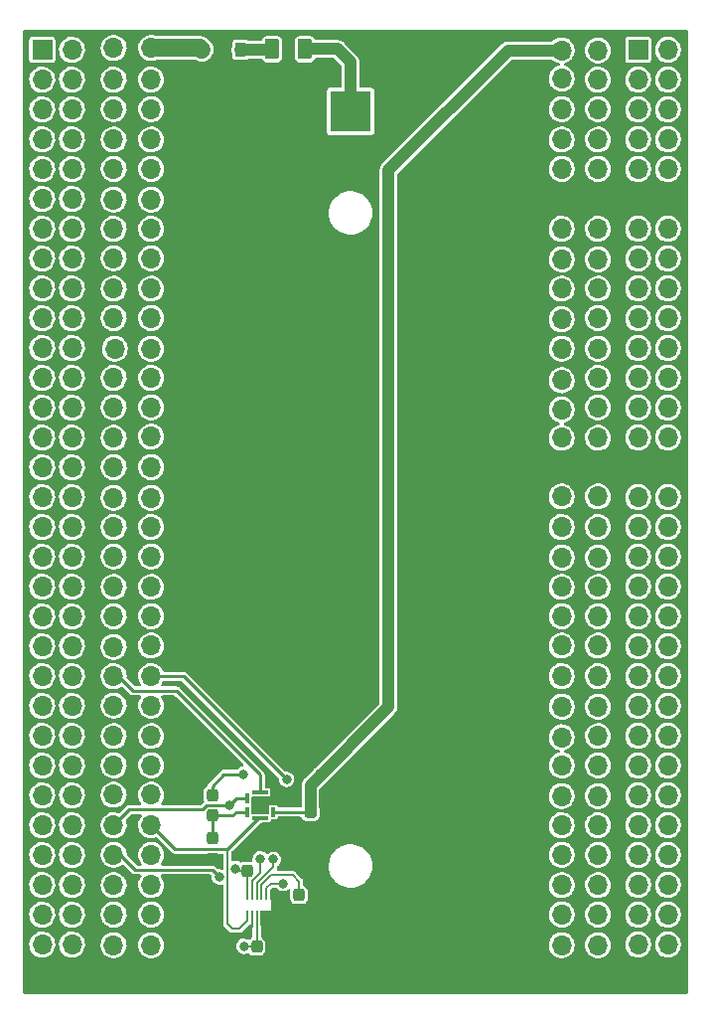
<source format=gbr>
%TF.GenerationSoftware,KiCad,Pcbnew,6.0.5-a6ca702e91~116~ubuntu20.04.1*%
%TF.CreationDate,2022-05-15T13:38:04+02:00*%
%TF.ProjectId,disco-board-pcb,64697363-6f2d-4626-9f61-72642d706362,rev?*%
%TF.SameCoordinates,Original*%
%TF.FileFunction,Copper,L2,Bot*%
%TF.FilePolarity,Positive*%
%FSLAX46Y46*%
G04 Gerber Fmt 4.6, Leading zero omitted, Abs format (unit mm)*
G04 Created by KiCad (PCBNEW 6.0.5-a6ca702e91~116~ubuntu20.04.1) date 2022-05-15 13:38:04*
%MOMM*%
%LPD*%
G01*
G04 APERTURE LIST*
G04 Aperture macros list*
%AMRoundRect*
0 Rectangle with rounded corners*
0 $1 Rounding radius*
0 $2 $3 $4 $5 $6 $7 $8 $9 X,Y pos of 4 corners*
0 Add a 4 corners polygon primitive as box body*
4,1,4,$2,$3,$4,$5,$6,$7,$8,$9,$2,$3,0*
0 Add four circle primitives for the rounded corners*
1,1,$1+$1,$2,$3*
1,1,$1+$1,$4,$5*
1,1,$1+$1,$6,$7*
1,1,$1+$1,$8,$9*
0 Add four rect primitives between the rounded corners*
20,1,$1+$1,$2,$3,$4,$5,0*
20,1,$1+$1,$4,$5,$6,$7,0*
20,1,$1+$1,$6,$7,$8,$9,0*
20,1,$1+$1,$8,$9,$2,$3,0*%
G04 Aperture macros list end*
%TA.AperFunction,SMDPad,CuDef*%
%ADD10R,1.447800X0.406400*%
%TD*%
%TA.AperFunction,SMDPad,CuDef*%
%ADD11R,0.406400X0.939800*%
%TD*%
%TA.AperFunction,SMDPad,CuDef*%
%ADD12R,0.939800X0.939800*%
%TD*%
%TA.AperFunction,ComponentPad*%
%ADD13O,1.700000X1.700000*%
%TD*%
%TA.AperFunction,ComponentPad*%
%ADD14R,3.500000X3.500000*%
%TD*%
%TA.AperFunction,ComponentPad*%
%ADD15C,3.500000*%
%TD*%
%TA.AperFunction,ComponentPad*%
%ADD16R,1.700000X1.700000*%
%TD*%
%TA.AperFunction,SMDPad,CuDef*%
%ADD17RoundRect,0.250000X0.375000X0.625000X-0.375000X0.625000X-0.375000X-0.625000X0.375000X-0.625000X0*%
%TD*%
%TA.AperFunction,SMDPad,CuDef*%
%ADD18RoundRect,0.237500X-0.237500X0.287500X-0.237500X-0.287500X0.237500X-0.287500X0.237500X0.287500X0*%
%TD*%
%TA.AperFunction,SMDPad,CuDef*%
%ADD19RoundRect,0.237500X0.237500X-0.287500X0.237500X0.287500X-0.237500X0.287500X-0.237500X-0.287500X0*%
%TD*%
%TA.AperFunction,SMDPad,CuDef*%
%ADD20R,0.250000X0.700000*%
%TD*%
%TA.AperFunction,SMDPad,CuDef*%
%ADD21RoundRect,0.237500X-0.287500X-0.237500X0.287500X-0.237500X0.287500X0.237500X-0.287500X0.237500X0*%
%TD*%
%TA.AperFunction,SMDPad,CuDef*%
%ADD22R,0.900000X1.200000*%
%TD*%
%TA.AperFunction,ViaPad*%
%ADD23C,0.800000*%
%TD*%
%TA.AperFunction,Conductor*%
%ADD24C,0.200000*%
%TD*%
%TA.AperFunction,Conductor*%
%ADD25C,1.000000*%
%TD*%
%TA.AperFunction,Conductor*%
%ADD26C,0.250000*%
%TD*%
%TA.AperFunction,Conductor*%
%ADD27C,1.500000*%
%TD*%
G04 APERTURE END LIST*
D10*
%TO.P,C2,1,SDA*%
%TO.N,/SDA*%
X122700000Y-126017600D03*
D11*
%TO.P,C2,2,SA0*%
%TO.N,Net-(C2-Pad2)*%
X121582400Y-125475000D03*
%TO.P,C2,3,SCL*%
%TO.N,/SCL*%
X121582400Y-124325000D03*
D10*
%TO.P,C2,4,INT_DRDY*%
%TO.N,/GPIO_PC12*%
X122700000Y-123782400D03*
D11*
%TO.P,C2,5,GND*%
%TO.N,GND*%
X123817600Y-124325000D03*
%TO.P,C2,6,VDD*%
%TO.N,+3V0*%
X123817600Y-125475000D03*
D12*
%TO.P,C2,7,PAD2LID*%
%TO.N,GND*%
X122700000Y-124900000D03*
%TD*%
D13*
%TO.P,TP41,1,1*%
%TO.N,Net-(J1-Pad20)*%
X113400000Y-83400000D03*
%TD*%
%TO.P,TP108,1,1*%
%TO.N,Net-(J2-Pad42)*%
X151500000Y-111300000D03*
%TD*%
%TO.P,TP24,1,1*%
%TO.N,Net-(J1-Pad47)*%
X110200000Y-119000000D03*
%TD*%
%TO.P,TP25,1,1*%
%TO.N,Net-(J1-Pad49)*%
X110200000Y-121500000D03*
%TD*%
%TO.P,TP7,1,1*%
%TO.N,/GPIO_PE4*%
X110200000Y-75800000D03*
%TD*%
%TO.P,TP88,1,1*%
%TO.N,Net-(J2-Pad59)*%
X148400000Y-134200000D03*
%TD*%
%TO.P,TP45,1,1*%
%TO.N,Net-(J1-Pad32)*%
X113400000Y-98700000D03*
%TD*%
%TO.P,TP123,1,1*%
%TO.N,GND*%
X148400000Y-73300000D03*
%TD*%
%TO.P,TP43,1,1*%
%TO.N,Net-(J1-Pad26)*%
X113400000Y-91000000D03*
%TD*%
%TO.P,TP2,1,1*%
%TO.N,Net-(J1-Pad3)*%
X110200000Y-63100000D03*
%TD*%
%TO.P,TP77,1,1*%
%TO.N,Net-(J2-Pad37)*%
X148400000Y-106300000D03*
%TD*%
%TO.P,TP32,1,1*%
%TO.N,+5V*%
X113400000Y-60400000D03*
%TD*%
%TO.P,TP48,1,1*%
%TO.N,/GPIO_PD4*%
X113400000Y-106300000D03*
%TD*%
%TO.P,TP20,1,1*%
%TO.N,Net-(J1-Pad39)*%
X110200000Y-108800000D03*
%TD*%
%TO.P,TP10,1,1*%
%TO.N,Net-(J1-Pad19)*%
X110200000Y-83400000D03*
%TD*%
%TO.P,TP22,1,1*%
%TO.N,/GPIO_PC12*%
X110200000Y-113900000D03*
%TD*%
%TO.P,TP29,1,1*%
%TO.N,Net-(J1-Pad57)*%
X110200000Y-131700000D03*
%TD*%
%TO.P,TP15,1,1*%
%TO.N,Net-(J1-Pad29)*%
X110200000Y-96100000D03*
%TD*%
%TO.P,TP74,1,1*%
%TO.N,Net-(J2-Pad31)*%
X148400000Y-98600000D03*
%TD*%
%TO.P,TP121,1,1*%
%TO.N,GND*%
X151500000Y-73300000D03*
%TD*%
%TO.P,TP57,1,1*%
%TO.N,Net-(J1-Pad56)*%
X113400000Y-129100000D03*
%TD*%
%TO.P,TP14,1,1*%
%TO.N,Net-(J1-Pad27)*%
X110200000Y-93600000D03*
%TD*%
%TO.P,TP73,1,1*%
%TO.N,Net-(J2-Pad27)*%
X148400000Y-93600000D03*
%TD*%
%TO.P,TP18,1,1*%
%TO.N,/GPIO_PD7*%
X110200000Y-103700000D03*
%TD*%
%TO.P,TP3,1,1*%
%TO.N,Net-(J1-Pad5)*%
X110200000Y-65600000D03*
%TD*%
%TO.P,TP70,1,1*%
%TO.N,/GPIO_PA5*%
X148400000Y-86000000D03*
%TD*%
%TO.P,TP12,1,1*%
%TO.N,Net-(J1-Pad23)*%
X110200000Y-88500000D03*
%TD*%
%TO.P,TP114,1,1*%
%TO.N,Net-(J2-Pad54)*%
X151500000Y-126600000D03*
%TD*%
%TO.P,TP23,1,1*%
%TO.N,Net-(J1-Pad45)*%
X110200000Y-116400000D03*
%TD*%
%TO.P,TP52,1,1*%
%TO.N,Net-(J1-Pad46)*%
X113400000Y-116400000D03*
%TD*%
%TO.P,TP35,1,1*%
%TO.N,Net-(J1-Pad8)*%
X113400000Y-68200000D03*
%TD*%
%TO.P,TP71,1,1*%
%TO.N,/I2C_EXT_RST*%
X148400000Y-88700000D03*
%TD*%
%TO.P,TP113,1,1*%
%TO.N,Net-(J2-Pad52)*%
X151500000Y-124100000D03*
%TD*%
%TO.P,TP85,1,1*%
%TO.N,Net-(J2-Pad53)*%
X148400000Y-126600000D03*
%TD*%
%TO.P,TP21,1,1*%
%TO.N,Net-(J1-Pad41)*%
X110200000Y-111400000D03*
%TD*%
%TO.P,TP33,1,1*%
%TO.N,Net-(J1-Pad4)*%
X113400000Y-63100000D03*
%TD*%
%TO.P,TP53,1,1*%
%TO.N,Net-(J1-Pad48)*%
X113400000Y-119000000D03*
%TD*%
%TO.P,TP122,1,1*%
%TO.N,GND*%
X148400000Y-139300000D03*
%TD*%
%TO.P,TP31,1,1*%
%TO.N,Net-(J1-Pad61)*%
X110200000Y-136800000D03*
%TD*%
%TO.P,TP109,1,1*%
%TO.N,Net-(J2-Pad44)*%
X151500000Y-113900000D03*
%TD*%
%TO.P,TP99,1,1*%
%TO.N,Net-(J2-Pad22)*%
X151500000Y-86000000D03*
%TD*%
%TO.P,TP47,1,1*%
%TO.N,Net-(J1-Pad36)*%
X113400000Y-103700000D03*
%TD*%
%TO.P,TP98,1,1*%
%TO.N,Net-(J2-Pad20)*%
X151500000Y-83400000D03*
%TD*%
%TO.P,TP59,1,1*%
%TO.N,Net-(J1-Pad60)*%
X113400000Y-134200000D03*
%TD*%
%TO.P,TP107,1,1*%
%TO.N,Net-(J2-Pad40)*%
X151500000Y-108800000D03*
%TD*%
%TO.P,TP72,1,1*%
%TO.N,Net-(J2-Pad25)*%
X148400000Y-91200000D03*
%TD*%
%TO.P,TP34,1,1*%
%TO.N,Net-(J1-Pad6)*%
X113400000Y-65600000D03*
%TD*%
%TO.P,TP65,1,1*%
%TO.N,Net-(J2-Pad9)*%
X148400000Y-70700000D03*
%TD*%
%TO.P,TP8,1,1*%
%TO.N,/GPIO_PE2*%
X110200000Y-78300000D03*
%TD*%
%TO.P,TP94,1,1*%
%TO.N,Net-(J2-Pad10)*%
X151500000Y-70700000D03*
%TD*%
%TO.P,TP78,1,1*%
%TO.N,Net-(J2-Pad39)*%
X148400000Y-108800000D03*
%TD*%
%TO.P,TP80,1,1*%
%TO.N,Net-(J2-Pad43)*%
X148400000Y-113900000D03*
%TD*%
%TO.P,TP68,1,1*%
%TO.N,Net-(J2-Pad17)*%
X148400000Y-80900000D03*
%TD*%
%TO.P,TP19,1,1*%
%TO.N,/GPIO_PD5*%
X110200000Y-106300000D03*
%TD*%
%TO.P,TP75,1,1*%
%TO.N,Net-(J2-Pad33)*%
X148400000Y-101200000D03*
%TD*%
%TO.P,TP119,1,1*%
%TO.N,Net-(J1-Pad30)*%
X113400000Y-96100000D03*
%TD*%
%TO.P,TP38,1,1*%
%TO.N,/GPIO_PE5*%
X113400000Y-75800000D03*
%TD*%
%TO.P,TP105,1,1*%
%TO.N,Net-(J2-Pad36)*%
X151500000Y-103800000D03*
%TD*%
%TO.P,TP67,1,1*%
%TO.N,Net-(J2-Pad15)*%
X148400000Y-78400000D03*
%TD*%
%TO.P,TP62,1,1*%
%TO.N,/GPIO_PF6*%
X148400000Y-63000000D03*
%TD*%
%TO.P,TP66,1,1*%
%TO.N,Net-(J2-Pad13)*%
X148400000Y-75800000D03*
%TD*%
%TO.P,TP79,1,1*%
%TO.N,Net-(J2-Pad41)*%
X148400000Y-111300000D03*
%TD*%
%TO.P,TP86,1,1*%
%TO.N,Net-(J2-Pad55)*%
X148400000Y-129100000D03*
%TD*%
%TO.P,TP125,1,1*%
%TO.N,GND*%
X148400000Y-96100000D03*
%TD*%
%TO.P,TP124,1,1*%
%TO.N,GND*%
X151500000Y-139300000D03*
%TD*%
%TO.P,TP91,1,1*%
%TO.N,Net-(J2-Pad4)*%
X151500000Y-63100000D03*
%TD*%
%TO.P,TP56,1,1*%
%TO.N,/SDA*%
X113400000Y-126600000D03*
%TD*%
%TO.P,TP42,1,1*%
%TO.N,/GPIO_PB7*%
X113400000Y-88500000D03*
%TD*%
%TO.P,TP39,1,1*%
%TO.N,/GPIO_PE3*%
X113400000Y-78300000D03*
%TD*%
%TO.P,TP84,1,1*%
%TO.N,Net-(J2-Pad51)*%
X148400000Y-124100000D03*
%TD*%
%TO.P,TP63,1,1*%
%TO.N,Net-(J2-Pad5)*%
X148400000Y-65600000D03*
%TD*%
%TO.P,TP97,1,1*%
%TO.N,Net-(J2-Pad18)*%
X151500000Y-80900000D03*
%TD*%
%TO.P,TP81,1,1*%
%TO.N,Net-(J2-Pad45)*%
X148400000Y-116500000D03*
%TD*%
%TO.P,TP106,1,1*%
%TO.N,Net-(J2-Pad38)*%
X151500000Y-106300000D03*
%TD*%
%TO.P,TP54,1,1*%
%TO.N,Net-(J1-Pad50)*%
X113400000Y-121500000D03*
%TD*%
%TO.P,TP4,1,1*%
%TO.N,Net-(J1-Pad7)*%
X110200000Y-68200000D03*
%TD*%
%TO.P,TP95,1,1*%
%TO.N,Net-(J2-Pad14)*%
X151500000Y-75800000D03*
%TD*%
%TO.P,TP60,1,1*%
%TO.N,Net-(J1-Pad62)*%
X113400000Y-136800000D03*
%TD*%
%TO.P,TP64,1,1*%
%TO.N,Net-(J2-Pad7)*%
X148400000Y-68200000D03*
%TD*%
%TO.P,TP90,1,1*%
%TO.N,+3V0*%
X148400000Y-60600000D03*
%TD*%
%TO.P,TP5,1,1*%
%TO.N,Net-(J1-Pad9)*%
X110200000Y-70700000D03*
%TD*%
%TO.P,TP50,1,1*%
%TO.N,Net-(J1-Pad42)*%
X113400000Y-111300000D03*
%TD*%
%TO.P,TP27,1,1*%
%TO.N,/SCL*%
X110200000Y-126600000D03*
%TD*%
%TO.P,TP17,1,1*%
%TO.N,/GPIO_PG9*%
X110200000Y-101200000D03*
%TD*%
%TO.P,TP83,1,1*%
%TO.N,Net-(J2-Pad49)*%
X148400000Y-121500000D03*
%TD*%
%TO.P,TP96,1,1*%
%TO.N,Net-(J2-Pad16)*%
X151500000Y-78400000D03*
%TD*%
%TO.P,TP44,1,1*%
%TO.N,Net-(J1-Pad28)*%
X113400000Y-93500000D03*
%TD*%
%TO.P,TP40,1,1*%
%TO.N,Net-(J1-Pad18)*%
X113400000Y-80900000D03*
%TD*%
%TO.P,TP111,1,1*%
%TO.N,Net-(J2-Pad48)*%
X151500000Y-119000000D03*
%TD*%
%TO.P,TP102,1,1*%
%TO.N,Net-(J2-Pad28)*%
X151500000Y-93600000D03*
%TD*%
%TO.P,TP87,1,1*%
%TO.N,Net-(J2-Pad57)*%
X148400000Y-131700000D03*
%TD*%
%TO.P,TP112,1,1*%
%TO.N,Net-(J2-Pad50)*%
X151500000Y-121500000D03*
%TD*%
%TO.P,TP16,1,1*%
%TO.N,Net-(J1-Pad31)*%
X110200000Y-98700000D03*
%TD*%
%TO.P,TP11,1,1*%
%TO.N,Net-(J1-Pad21)*%
X110300000Y-86000000D03*
%TD*%
%TO.P,TP103,1,1*%
%TO.N,Net-(J2-Pad32)*%
X151500000Y-98600000D03*
%TD*%
%TO.P,TP110,1,1*%
%TO.N,Net-(J2-Pad46)*%
X151500000Y-116500000D03*
%TD*%
%TO.P,TP100,1,1*%
%TO.N,Net-(J2-Pad24)*%
X151500000Y-88500000D03*
%TD*%
%TO.P,TP36,1,1*%
%TO.N,Net-(J1-Pad10)*%
X113400000Y-70700000D03*
%TD*%
%TO.P,TP127,1,1*%
%TO.N,GND*%
X110200000Y-139300000D03*
%TD*%
%TO.P,TP30,1,1*%
%TO.N,Net-(J1-Pad59)*%
X110200000Y-134200000D03*
%TD*%
%TO.P,TP117,1,1*%
%TO.N,Net-(J2-Pad60)*%
X151500000Y-134200000D03*
%TD*%
%TO.P,TP128,1,1*%
%TO.N,GND*%
X151500000Y-96100000D03*
%TD*%
%TO.P,TP93,1,1*%
%TO.N,Net-(J2-Pad8)*%
X151500000Y-68200000D03*
%TD*%
%TO.P,TP58,1,1*%
%TO.N,Net-(J1-Pad58)*%
X113400000Y-131700000D03*
%TD*%
%TO.P,TP76,1,1*%
%TO.N,Net-(J2-Pad35)*%
X148400000Y-103800000D03*
%TD*%
%TO.P,TP120,1,1*%
%TO.N,VDD*%
X113400000Y-86000000D03*
%TD*%
%TO.P,TP115,1,1*%
%TO.N,Net-(J2-Pad56)*%
X151500000Y-129100000D03*
%TD*%
%TO.P,TP46,1,1*%
%TO.N,Net-(J1-Pad34)*%
X113400000Y-101200000D03*
%TD*%
%TO.P,TP26,1,1*%
%TO.N,Net-(J1-Pad51)*%
X110200000Y-124000000D03*
%TD*%
%TO.P,TP126,1,1*%
%TO.N,GND*%
X113400000Y-139300000D03*
%TD*%
%TO.P,TP61,1,1*%
%TO.N,+3V0*%
X151500000Y-60600000D03*
%TD*%
%TO.P,TP89,1,1*%
%TO.N,/GPIO_PG3*%
X148400000Y-136800000D03*
%TD*%
%TO.P,TP37,1,1*%
%TO.N,/GPIO_PC13*%
X113400000Y-73300000D03*
%TD*%
%TO.P,TP69,1,1*%
%TO.N,Net-(J2-Pad19)*%
X148400000Y-83500000D03*
%TD*%
%TO.P,TP49,1,1*%
%TO.N,/GPIO_PD2*%
X113400000Y-108800000D03*
%TD*%
%TO.P,TP51,1,1*%
%TO.N,/AINT2*%
X113400000Y-113900000D03*
%TD*%
%TO.P,TP1,1,1*%
%TO.N,+5V*%
X110200000Y-60400000D03*
%TD*%
%TO.P,TP101,1,1*%
%TO.N,Net-(J2-Pad26)*%
X151500000Y-91000000D03*
%TD*%
%TO.P,TP9,1,1*%
%TO.N,Net-(J1-Pad17)*%
X110200000Y-80900000D03*
%TD*%
%TO.P,TP28,1,1*%
%TO.N,/AINT1*%
X110200000Y-129100000D03*
%TD*%
%TO.P,TP116,1,1*%
%TO.N,Net-(J2-Pad58)*%
X151500000Y-131700000D03*
%TD*%
%TO.P,TP104,1,1*%
%TO.N,Net-(J2-Pad34)*%
X151500000Y-101200000D03*
%TD*%
%TO.P,TP55,1,1*%
%TO.N,Net-(J1-Pad52)*%
X113400000Y-124000000D03*
%TD*%
%TO.P,TP92,1,1*%
%TO.N,Net-(J2-Pad6)*%
X151500000Y-65600000D03*
%TD*%
D14*
%TO.P,BT1,1,+*%
%TO.N,Net-(BT1-Pad1)*%
X130400000Y-65800000D03*
D15*
%TO.P,BT1,2,-*%
%TO.N,GND*%
X130400000Y-137800000D03*
%TD*%
D13*
%TO.P,TP82,1,1*%
%TO.N,Net-(J2-Pad47)*%
X148400000Y-119100000D03*
%TD*%
%TO.P,TP6,1,1*%
%TO.N,/GPIO_PE6*%
X110200000Y-73300000D03*
%TD*%
%TO.P,TP118,1,1*%
%TO.N,/GPIO_PG2*%
X151500000Y-136800000D03*
%TD*%
%TO.P,TP13,1,1*%
%TO.N,/GPIO_PB4*%
X110200000Y-91000000D03*
%TD*%
D16*
%TO.P,J1,1,Pin_1*%
%TO.N,+5V*%
X104110000Y-60560000D03*
D13*
%TO.P,J1,2,Pin_2*%
X106650000Y-60560000D03*
%TO.P,J1,3,Pin_3*%
%TO.N,Net-(J1-Pad3)*%
X104110000Y-63100000D03*
%TO.P,J1,4,Pin_4*%
%TO.N,Net-(J1-Pad4)*%
X106650000Y-63100000D03*
%TO.P,J1,5,Pin_5*%
%TO.N,Net-(J1-Pad5)*%
X104110000Y-65640000D03*
%TO.P,J1,6,Pin_6*%
%TO.N,Net-(J1-Pad6)*%
X106650000Y-65640000D03*
%TO.P,J1,7,Pin_7*%
%TO.N,Net-(J1-Pad7)*%
X104110000Y-68180000D03*
%TO.P,J1,8,Pin_8*%
%TO.N,Net-(J1-Pad8)*%
X106650000Y-68180000D03*
%TO.P,J1,9,Pin_9*%
%TO.N,Net-(J1-Pad9)*%
X104110000Y-70720000D03*
%TO.P,J1,10,Pin_10*%
%TO.N,Net-(J1-Pad10)*%
X106650000Y-70720000D03*
%TO.P,J1,11,Pin_11*%
%TO.N,/GPIO_PE6*%
X104110000Y-73260000D03*
%TO.P,J1,12,Pin_12*%
%TO.N,/GPIO_PC13*%
X106650000Y-73260000D03*
%TO.P,J1,13,Pin_13*%
%TO.N,/GPIO_PE4*%
X104110000Y-75800000D03*
%TO.P,J1,14,Pin_14*%
%TO.N,/GPIO_PE5*%
X106650000Y-75800000D03*
%TO.P,J1,15,Pin_15*%
%TO.N,/GPIO_PE2*%
X104110000Y-78340000D03*
%TO.P,J1,16,Pin_16*%
%TO.N,/GPIO_PE3*%
X106650000Y-78340000D03*
%TO.P,J1,17,Pin_17*%
%TO.N,Net-(J1-Pad17)*%
X104110000Y-80880000D03*
%TO.P,J1,18,Pin_18*%
%TO.N,Net-(J1-Pad18)*%
X106650000Y-80880000D03*
%TO.P,J1,19,Pin_19*%
%TO.N,Net-(J1-Pad19)*%
X104110000Y-83420000D03*
%TO.P,J1,20,Pin_20*%
%TO.N,Net-(J1-Pad20)*%
X106650000Y-83420000D03*
%TO.P,J1,21,Pin_21*%
%TO.N,Net-(J1-Pad21)*%
X104110000Y-85960000D03*
%TO.P,J1,22,Pin_22*%
%TO.N,VDD*%
X106650000Y-85960000D03*
%TO.P,J1,23,Pin_23*%
%TO.N,Net-(J1-Pad23)*%
X104110000Y-88500000D03*
%TO.P,J1,24,Pin_24*%
%TO.N,/GPIO_PB7*%
X106650000Y-88500000D03*
%TO.P,J1,25,Pin_25*%
%TO.N,/GPIO_PB4*%
X104110000Y-91040000D03*
%TO.P,J1,26,Pin_26*%
%TO.N,Net-(J1-Pad26)*%
X106650000Y-91040000D03*
%TO.P,J1,27,Pin_27*%
%TO.N,Net-(J1-Pad27)*%
X104110000Y-93580000D03*
%TO.P,J1,28,Pin_28*%
%TO.N,Net-(J1-Pad28)*%
X106650000Y-93580000D03*
%TO.P,J1,29,Pin_29*%
%TO.N,Net-(J1-Pad29)*%
X104110000Y-96120000D03*
%TO.P,J1,30,Pin_30*%
%TO.N,Net-(J1-Pad30)*%
X106650000Y-96120000D03*
%TO.P,J1,31,Pin_31*%
%TO.N,Net-(J1-Pad31)*%
X104110000Y-98660000D03*
%TO.P,J1,32,Pin_32*%
%TO.N,Net-(J1-Pad32)*%
X106650000Y-98660000D03*
%TO.P,J1,33,Pin_33*%
%TO.N,/GPIO_PG9*%
X104110000Y-101200000D03*
%TO.P,J1,34,Pin_34*%
%TO.N,Net-(J1-Pad34)*%
X106650000Y-101200000D03*
%TO.P,J1,35,Pin_35*%
%TO.N,/GPIO_PD7*%
X104110000Y-103740000D03*
%TO.P,J1,36,Pin_36*%
%TO.N,Net-(J1-Pad36)*%
X106650000Y-103740000D03*
%TO.P,J1,37,Pin_37*%
%TO.N,/GPIO_PD5*%
X104110000Y-106280000D03*
%TO.P,J1,38,Pin_38*%
%TO.N,/GPIO_PD4*%
X106650000Y-106280000D03*
%TO.P,J1,39,Pin_39*%
%TO.N,Net-(J1-Pad39)*%
X104110000Y-108820000D03*
%TO.P,J1,40,Pin_40*%
%TO.N,/GPIO_PD2*%
X106650000Y-108820000D03*
%TO.P,J1,41,Pin_41*%
%TO.N,Net-(J1-Pad41)*%
X104110000Y-111360000D03*
%TO.P,J1,42,Pin_42*%
%TO.N,Net-(J1-Pad42)*%
X106650000Y-111360000D03*
%TO.P,J1,43,Pin_43*%
%TO.N,/GPIO_PC12*%
X104110000Y-113900000D03*
%TO.P,J1,44,Pin_44*%
%TO.N,/AINT2*%
X106650000Y-113900000D03*
%TO.P,J1,45,Pin_45*%
%TO.N,Net-(J1-Pad45)*%
X104110000Y-116440000D03*
%TO.P,J1,46,Pin_46*%
%TO.N,Net-(J1-Pad46)*%
X106650000Y-116440000D03*
%TO.P,J1,47,Pin_47*%
%TO.N,Net-(J1-Pad47)*%
X104110000Y-118980000D03*
%TO.P,J1,48,Pin_48*%
%TO.N,Net-(J1-Pad48)*%
X106650000Y-118980000D03*
%TO.P,J1,49,Pin_49*%
%TO.N,Net-(J1-Pad49)*%
X104110000Y-121520000D03*
%TO.P,J1,50,Pin_50*%
%TO.N,Net-(J1-Pad50)*%
X106650000Y-121520000D03*
%TO.P,J1,51,Pin_51*%
%TO.N,Net-(J1-Pad51)*%
X104110000Y-124060000D03*
%TO.P,J1,52,Pin_52*%
%TO.N,Net-(J1-Pad52)*%
X106650000Y-124060000D03*
%TO.P,J1,53,Pin_53*%
%TO.N,/SCL*%
X104110000Y-126600000D03*
%TO.P,J1,54,Pin_54*%
%TO.N,/SDA*%
X106650000Y-126600000D03*
%TO.P,J1,55,Pin_55*%
%TO.N,/AINT1*%
X104110000Y-129140000D03*
%TO.P,J1,56,Pin_56*%
%TO.N,Net-(J1-Pad56)*%
X106650000Y-129140000D03*
%TO.P,J1,57,Pin_57*%
%TO.N,Net-(J1-Pad57)*%
X104110000Y-131680000D03*
%TO.P,J1,58,Pin_58*%
%TO.N,Net-(J1-Pad58)*%
X106650000Y-131680000D03*
%TO.P,J1,59,Pin_59*%
%TO.N,Net-(J1-Pad59)*%
X104110000Y-134220000D03*
%TO.P,J1,60,Pin_60*%
%TO.N,Net-(J1-Pad60)*%
X106650000Y-134220000D03*
%TO.P,J1,61,Pin_61*%
%TO.N,Net-(J1-Pad61)*%
X104110000Y-136760000D03*
%TO.P,J1,62,Pin_62*%
%TO.N,Net-(J1-Pad62)*%
X106650000Y-136760000D03*
%TO.P,J1,63,Pin_63*%
%TO.N,GND*%
X104110000Y-139300000D03*
%TO.P,J1,64,Pin_64*%
X106650000Y-139300000D03*
%TD*%
D17*
%TO.P,F1,1*%
%TO.N,Net-(BT1-Pad1)*%
X126511904Y-60493500D03*
%TO.P,F1,2*%
%TO.N,Net-(D1-Pad2)*%
X123711904Y-60493500D03*
%TD*%
D18*
%TO.P,C3,1*%
%TO.N,+3V0*%
X122400000Y-136925000D03*
%TO.P,C3,2*%
%TO.N,GND*%
X122400000Y-138675000D03*
%TD*%
%TO.P,C1,1*%
%TO.N,Net-(C1-Pad1)*%
X126000000Y-132525000D03*
%TO.P,C1,2*%
%TO.N,GND*%
X126000000Y-134275000D03*
%TD*%
D16*
%TO.P,J2,1,Pin_1*%
%TO.N,+3V0*%
X154920000Y-60550000D03*
D13*
%TO.P,J2,2,Pin_2*%
X157460000Y-60550000D03*
%TO.P,J2,3,Pin_3*%
%TO.N,/GPIO_PF6*%
X154920000Y-63090000D03*
%TO.P,J2,4,Pin_4*%
%TO.N,Net-(J2-Pad4)*%
X157460000Y-63090000D03*
%TO.P,J2,5,Pin_5*%
%TO.N,Net-(J2-Pad5)*%
X154920000Y-65630000D03*
%TO.P,J2,6,Pin_6*%
%TO.N,Net-(J2-Pad6)*%
X157460000Y-65630000D03*
%TO.P,J2,7,Pin_7*%
%TO.N,Net-(J2-Pad7)*%
X154920000Y-68170000D03*
%TO.P,J2,8,Pin_8*%
%TO.N,Net-(J2-Pad8)*%
X157460000Y-68170000D03*
%TO.P,J2,9,Pin_9*%
%TO.N,Net-(J2-Pad9)*%
X154920000Y-70710000D03*
%TO.P,J2,10,Pin_10*%
%TO.N,Net-(J2-Pad10)*%
X157460000Y-70710000D03*
%TO.P,J2,11,Pin_11*%
%TO.N,GND*%
X154920000Y-73250000D03*
%TO.P,J2,12,Pin_12*%
X157460000Y-73250000D03*
%TO.P,J2,13,Pin_13*%
%TO.N,Net-(J2-Pad13)*%
X154920000Y-75790000D03*
%TO.P,J2,14,Pin_14*%
%TO.N,Net-(J2-Pad14)*%
X157460000Y-75790000D03*
%TO.P,J2,15,Pin_15*%
%TO.N,Net-(J2-Pad15)*%
X154920000Y-78330000D03*
%TO.P,J2,16,Pin_16*%
%TO.N,Net-(J2-Pad16)*%
X157460000Y-78330000D03*
%TO.P,J2,17,Pin_17*%
%TO.N,Net-(J2-Pad17)*%
X154920000Y-80870000D03*
%TO.P,J2,18,Pin_18*%
%TO.N,Net-(J2-Pad18)*%
X157460000Y-80870000D03*
%TO.P,J2,19,Pin_19*%
%TO.N,Net-(J2-Pad19)*%
X154920000Y-83410000D03*
%TO.P,J2,20,Pin_20*%
%TO.N,Net-(J2-Pad20)*%
X157460000Y-83410000D03*
%TO.P,J2,21,Pin_21*%
%TO.N,/GPIO_PA5*%
X154920000Y-85950000D03*
%TO.P,J2,22,Pin_22*%
%TO.N,Net-(J2-Pad22)*%
X157460000Y-85950000D03*
%TO.P,J2,23,Pin_23*%
%TO.N,/I2C_EXT_RST*%
X154920000Y-88490000D03*
%TO.P,J2,24,Pin_24*%
%TO.N,Net-(J2-Pad24)*%
X157460000Y-88490000D03*
%TO.P,J2,25,Pin_25*%
%TO.N,Net-(J2-Pad25)*%
X154920000Y-91030000D03*
%TO.P,J2,26,Pin_26*%
%TO.N,Net-(J2-Pad26)*%
X157460000Y-91030000D03*
%TO.P,J2,27,Pin_27*%
%TO.N,Net-(J2-Pad27)*%
X154920000Y-93570000D03*
%TO.P,J2,28,Pin_28*%
%TO.N,Net-(J2-Pad28)*%
X157460000Y-93570000D03*
%TO.P,J2,29,Pin_29*%
%TO.N,GND*%
X154920000Y-96110000D03*
%TO.P,J2,30,Pin_30*%
X157460000Y-96110000D03*
%TO.P,J2,31,Pin_31*%
%TO.N,Net-(J2-Pad31)*%
X154920000Y-98650000D03*
%TO.P,J2,32,Pin_32*%
%TO.N,Net-(J2-Pad32)*%
X157460000Y-98650000D03*
%TO.P,J2,33,Pin_33*%
%TO.N,Net-(J2-Pad33)*%
X154920000Y-101190000D03*
%TO.P,J2,34,Pin_34*%
%TO.N,Net-(J2-Pad34)*%
X157460000Y-101190000D03*
%TO.P,J2,35,Pin_35*%
%TO.N,Net-(J2-Pad35)*%
X154920000Y-103730000D03*
%TO.P,J2,36,Pin_36*%
%TO.N,Net-(J2-Pad36)*%
X157460000Y-103730000D03*
%TO.P,J2,37,Pin_37*%
%TO.N,Net-(J2-Pad37)*%
X154920000Y-106270000D03*
%TO.P,J2,38,Pin_38*%
%TO.N,Net-(J2-Pad38)*%
X157460000Y-106270000D03*
%TO.P,J2,39,Pin_39*%
%TO.N,Net-(J2-Pad39)*%
X154920000Y-108810000D03*
%TO.P,J2,40,Pin_40*%
%TO.N,Net-(J2-Pad40)*%
X157460000Y-108810000D03*
%TO.P,J2,41,Pin_41*%
%TO.N,Net-(J2-Pad41)*%
X154920000Y-111350000D03*
%TO.P,J2,42,Pin_42*%
%TO.N,Net-(J2-Pad42)*%
X157460000Y-111350000D03*
%TO.P,J2,43,Pin_43*%
%TO.N,Net-(J2-Pad43)*%
X154920000Y-113890000D03*
%TO.P,J2,44,Pin_44*%
%TO.N,Net-(J2-Pad44)*%
X157460000Y-113890000D03*
%TO.P,J2,45,Pin_45*%
%TO.N,Net-(J2-Pad45)*%
X154920000Y-116430000D03*
%TO.P,J2,46,Pin_46*%
%TO.N,Net-(J2-Pad46)*%
X157460000Y-116430000D03*
%TO.P,J2,47,Pin_47*%
%TO.N,Net-(J2-Pad47)*%
X154920000Y-118970000D03*
%TO.P,J2,48,Pin_48*%
%TO.N,Net-(J2-Pad48)*%
X157460000Y-118970000D03*
%TO.P,J2,49,Pin_49*%
%TO.N,Net-(J2-Pad49)*%
X154920000Y-121510000D03*
%TO.P,J2,50,Pin_50*%
%TO.N,Net-(J2-Pad50)*%
X157460000Y-121510000D03*
%TO.P,J2,51,Pin_51*%
%TO.N,Net-(J2-Pad51)*%
X154920000Y-124050000D03*
%TO.P,J2,52,Pin_52*%
%TO.N,Net-(J2-Pad52)*%
X157460000Y-124050000D03*
%TO.P,J2,53,Pin_53*%
%TO.N,Net-(J2-Pad53)*%
X154920000Y-126590000D03*
%TO.P,J2,54,Pin_54*%
%TO.N,Net-(J2-Pad54)*%
X157460000Y-126590000D03*
%TO.P,J2,55,Pin_55*%
%TO.N,Net-(J2-Pad55)*%
X154920000Y-129130000D03*
%TO.P,J2,56,Pin_56*%
%TO.N,Net-(J2-Pad56)*%
X157460000Y-129130000D03*
%TO.P,J2,57,Pin_57*%
%TO.N,Net-(J2-Pad57)*%
X154920000Y-131670000D03*
%TO.P,J2,58,Pin_58*%
%TO.N,Net-(J2-Pad58)*%
X157460000Y-131670000D03*
%TO.P,J2,59,Pin_59*%
%TO.N,Net-(J2-Pad59)*%
X154920000Y-134210000D03*
%TO.P,J2,60,Pin_60*%
%TO.N,Net-(J2-Pad60)*%
X157460000Y-134210000D03*
%TO.P,J2,61,Pin_61*%
%TO.N,/GPIO_PG3*%
X154920000Y-136750000D03*
%TO.P,J2,62,Pin_62*%
%TO.N,/GPIO_PG2*%
X157460000Y-136750000D03*
%TO.P,J2,63,Pin_63*%
%TO.N,GND*%
X154920000Y-139290000D03*
%TO.P,J2,64,Pin_64*%
X157460000Y-139290000D03*
%TD*%
D19*
%TO.P,R1,1*%
%TO.N,Net-(C2-Pad2)*%
X118600000Y-125775000D03*
%TO.P,R1,2*%
%TO.N,+3V0*%
X118600000Y-124025000D03*
%TD*%
%TO.P,C4,1*%
%TO.N,+3V0*%
X121600000Y-130475000D03*
%TO.P,C4,2*%
%TO.N,GND*%
X121600000Y-128725000D03*
%TD*%
D20*
%TO.P,U1,1,VDD*%
%TO.N,+3V0*%
X121600000Y-132600000D03*
%TO.P,U1,2,SCL*%
%TO.N,/SCL*%
X122000000Y-132600000D03*
%TO.P,U1,3,INT1*%
%TO.N,/AINT1*%
X122400000Y-132600000D03*
%TO.P,U1,4,BYP*%
%TO.N,Net-(C1-Pad1)*%
X122800000Y-132600000D03*
%TO.P,U1,5,INT2*%
%TO.N,/AINT2*%
X123200000Y-132600000D03*
%TO.P,U1,6,GND*%
%TO.N,GND*%
X123200000Y-134200000D03*
%TO.P,U1,7,GND*%
X122800000Y-134200000D03*
%TO.P,U1,8,VDDIO*%
%TO.N,+3V0*%
X122400000Y-134200000D03*
%TO.P,U1,9,GND*%
%TO.N,GND*%
X122000000Y-134200000D03*
%TO.P,U1,10,SDA*%
%TO.N,/SDA*%
X121600000Y-134200000D03*
%TD*%
D21*
%TO.P,C5,1*%
%TO.N,+3V0*%
X126975000Y-125500000D03*
%TO.P,C5,2*%
%TO.N,GND*%
X128725000Y-125500000D03*
%TD*%
D18*
%TO.P,R2,1*%
%TO.N,Net-(C2-Pad2)*%
X118600000Y-127725000D03*
%TO.P,R2,2*%
%TO.N,GND*%
X118600000Y-129475000D03*
%TD*%
D22*
%TO.P,D1,1,K*%
%TO.N,+5V*%
X117712404Y-60550000D03*
%TO.P,D1,2,A*%
%TO.N,Net-(D1-Pad2)*%
X121012404Y-60550000D03*
%TD*%
D23*
%TO.N,+3V0*%
X121300000Y-136900000D03*
X121250000Y-122250000D03*
X120599500Y-130275500D03*
X127800000Y-122200000D03*
%TO.N,/SCL*%
X122700000Y-129450000D03*
X120100000Y-124900000D03*
%TO.N,/AINT1*%
X123800000Y-129500000D03*
X119200500Y-131000000D03*
%TO.N,/AINT2*%
X124650000Y-131549500D03*
X124950000Y-122700000D03*
%TD*%
D24*
%TO.N,Net-(C1-Pad1)*%
X123650000Y-130850000D02*
X125450000Y-130850000D01*
X122800000Y-131700000D02*
X123650000Y-130850000D01*
X126000000Y-131400000D02*
X126000000Y-132525000D01*
X122800000Y-132600000D02*
X122800000Y-131700000D01*
X125450000Y-130850000D02*
X126000000Y-131400000D01*
%TO.N,GND*%
X120450000Y-136450000D02*
X120450000Y-137900000D01*
X120450000Y-137900000D02*
X121225000Y-138675000D01*
X122800000Y-134200000D02*
X122800000Y-135050000D01*
X122000000Y-135250000D02*
X121960741Y-135250000D01*
X122800000Y-135050000D02*
X123350000Y-135600000D01*
X121225000Y-138675000D02*
X122400000Y-138675000D01*
X123350000Y-135600000D02*
X124675000Y-135600000D01*
X122000000Y-134200000D02*
X122000000Y-135250000D01*
X121210741Y-136000000D02*
X120900000Y-136000000D01*
X124675000Y-135600000D02*
X126000000Y-134275000D01*
X120900000Y-136000000D02*
X120450000Y-136450000D01*
X121960741Y-135250000D02*
X121210741Y-136000000D01*
D25*
%TO.N,Net-(BT1-Pad1)*%
X126511904Y-60493500D02*
X129293500Y-60493500D01*
X129293500Y-60493500D02*
X130400000Y-61600000D01*
X130400000Y-61600000D02*
X130400000Y-65800000D01*
D26*
%TO.N,+3V0*%
X119600000Y-122250000D02*
X121250000Y-122250000D01*
D25*
X126975000Y-123175000D02*
X126975000Y-125500000D01*
X143850000Y-60600000D02*
X133650000Y-70800000D01*
D24*
X121325000Y-136925000D02*
X121300000Y-136900000D01*
D26*
X118600000Y-124025000D02*
X118600000Y-123250000D01*
D24*
X122400000Y-136925000D02*
X121325000Y-136925000D01*
D25*
X148400000Y-60600000D02*
X143850000Y-60600000D01*
D26*
X126950000Y-125475000D02*
X126975000Y-125500000D01*
D24*
X121600000Y-130475000D02*
X121600000Y-132600000D01*
D26*
X118600000Y-123250000D02*
X119600000Y-122250000D01*
D24*
X122400000Y-134200000D02*
X122400000Y-136925000D01*
D25*
X133650000Y-70800000D02*
X133650000Y-116500000D01*
X133650000Y-116500000D02*
X126975000Y-123175000D01*
D24*
X121600000Y-130475000D02*
X120799000Y-130475000D01*
D26*
X123817600Y-125475000D02*
X126950000Y-125475000D01*
D24*
X120799000Y-130475000D02*
X120599500Y-130275500D01*
D26*
%TO.N,/GPIO_PC12*%
X115550000Y-115150000D02*
X122700000Y-122300000D01*
X110600000Y-113900000D02*
X111850000Y-115150000D01*
X111850000Y-115150000D02*
X115550000Y-115150000D01*
X110200000Y-113900000D02*
X110600000Y-113900000D01*
X122700000Y-122300000D02*
X122700000Y-123782400D01*
D24*
%TO.N,/SDA*%
X120300000Y-135400000D02*
X119900000Y-135000000D01*
D26*
X113400000Y-126600000D02*
X115425480Y-128625480D01*
X119925480Y-128625480D02*
X119925480Y-128624520D01*
D24*
X121600000Y-134200000D02*
X121600000Y-134750000D01*
X120950000Y-135400000D02*
X120300000Y-135400000D01*
D26*
X122532400Y-126017600D02*
X122700000Y-126017600D01*
D24*
X121600000Y-134750000D02*
X120950000Y-135400000D01*
X119900000Y-135000000D02*
X119900000Y-128650960D01*
D26*
X115425480Y-128625480D02*
X119925480Y-128625480D01*
D24*
X119900000Y-128650960D02*
X119925480Y-128625480D01*
D26*
X119925480Y-128624520D02*
X122532400Y-126017600D01*
D24*
%TO.N,/SCL*%
X122700000Y-130659460D02*
X122700000Y-129450000D01*
X122000000Y-131359460D02*
X122700000Y-130659460D01*
X122000000Y-132600000D02*
X122000000Y-131359460D01*
D26*
X111550000Y-125250000D02*
X117805184Y-125250000D01*
X118155184Y-124900000D02*
X120100000Y-124900000D01*
X120675000Y-124325000D02*
X121582400Y-124325000D01*
X120100000Y-124900000D02*
X120675000Y-124325000D01*
X117805184Y-125250000D02*
X118155184Y-124900000D01*
X110200000Y-126600000D02*
X111550000Y-125250000D01*
D24*
%TO.N,/AINT1*%
X122400000Y-131524466D02*
X123800000Y-130124466D01*
D26*
X110750000Y-129100000D02*
X110200000Y-129100000D01*
X119200500Y-131000000D02*
X118600500Y-130400000D01*
D24*
X122400000Y-132600000D02*
X122400000Y-131524466D01*
D26*
X118600500Y-130400000D02*
X112050000Y-130400000D01*
D24*
X123800000Y-130124466D02*
X123800000Y-129500000D01*
D26*
X112050000Y-130400000D02*
X110750000Y-129100000D01*
D27*
%TO.N,+5V*%
X117562404Y-60400000D02*
X117712404Y-60550000D01*
X113400000Y-60400000D02*
X117562404Y-60400000D01*
D26*
%TO.N,Net-(C2-Pad2)*%
X120325000Y-125775000D02*
X120625000Y-125475000D01*
X118600000Y-125775000D02*
X118600000Y-127725000D01*
X120625000Y-125475000D02*
X121582400Y-125475000D01*
X118600000Y-125775000D02*
X120325000Y-125775000D01*
D24*
%TO.N,/AINT2*%
X123200000Y-131950000D02*
X123600500Y-131549500D01*
X123200000Y-132600000D02*
X123200000Y-131950000D01*
X123600500Y-131549500D02*
X124650000Y-131549500D01*
D26*
X116150000Y-113900000D02*
X124950000Y-122700000D01*
X113400000Y-113900000D02*
X116150000Y-113900000D01*
D25*
%TO.N,Net-(D1-Pad2)*%
X123655404Y-60550000D02*
X123711904Y-60493500D01*
X121012404Y-60550000D02*
X123655404Y-60550000D01*
%TD*%
%TA.AperFunction,Conductor*%
%TO.N,GND*%
G36*
X159087621Y-58874502D02*
G01*
X159134114Y-58928158D01*
X159145500Y-58980500D01*
X159145500Y-140819500D01*
X159125498Y-140887621D01*
X159071842Y-140934114D01*
X159019500Y-140945500D01*
X102580500Y-140945500D01*
X102512379Y-140925498D01*
X102465886Y-140871842D01*
X102454500Y-140819500D01*
X102454500Y-136730964D01*
X103001148Y-136730964D01*
X103014424Y-136933522D01*
X103015845Y-136939118D01*
X103015846Y-136939123D01*
X103045958Y-137057686D01*
X103064392Y-137130269D01*
X103066809Y-137135512D01*
X103104010Y-137216208D01*
X103149377Y-137314616D01*
X103152710Y-137319332D01*
X103245904Y-137451199D01*
X103266533Y-137480389D01*
X103270675Y-137484424D01*
X103309273Y-137522024D01*
X103411938Y-137622035D01*
X103580720Y-137734812D01*
X103586023Y-137737090D01*
X103586026Y-137737092D01*
X103738645Y-137802662D01*
X103767228Y-137814942D01*
X103819315Y-137826728D01*
X103959579Y-137858467D01*
X103959584Y-137858468D01*
X103965216Y-137859742D01*
X103970987Y-137859969D01*
X103970989Y-137859969D01*
X104030756Y-137862317D01*
X104168053Y-137867712D01*
X104271851Y-137852662D01*
X104363231Y-137839413D01*
X104363236Y-137839412D01*
X104368945Y-137838584D01*
X104374409Y-137836729D01*
X104374414Y-137836728D01*
X104555693Y-137775192D01*
X104555698Y-137775190D01*
X104561165Y-137773334D01*
X104579022Y-137763334D01*
X104653539Y-137721602D01*
X104738276Y-137674147D01*
X104748980Y-137665245D01*
X104889913Y-137548031D01*
X104894345Y-137544345D01*
X104971814Y-137451199D01*
X105020453Y-137392718D01*
X105020455Y-137392715D01*
X105024147Y-137388276D01*
X105083845Y-137281677D01*
X105120510Y-137216208D01*
X105120511Y-137216206D01*
X105123334Y-137211165D01*
X105125190Y-137205698D01*
X105125192Y-137205693D01*
X105186728Y-137024414D01*
X105186729Y-137024409D01*
X105188584Y-137018945D01*
X105189412Y-137013236D01*
X105189413Y-137013231D01*
X105207923Y-136885565D01*
X105217712Y-136818053D01*
X105219232Y-136760000D01*
X105216564Y-136730964D01*
X105541148Y-136730964D01*
X105554424Y-136933522D01*
X105555845Y-136939118D01*
X105555846Y-136939123D01*
X105585958Y-137057686D01*
X105604392Y-137130269D01*
X105606809Y-137135512D01*
X105644010Y-137216208D01*
X105689377Y-137314616D01*
X105692710Y-137319332D01*
X105785904Y-137451199D01*
X105806533Y-137480389D01*
X105810675Y-137484424D01*
X105849273Y-137522024D01*
X105951938Y-137622035D01*
X106120720Y-137734812D01*
X106126023Y-137737090D01*
X106126026Y-137737092D01*
X106278645Y-137802662D01*
X106307228Y-137814942D01*
X106359315Y-137826728D01*
X106499579Y-137858467D01*
X106499584Y-137858468D01*
X106505216Y-137859742D01*
X106510987Y-137859969D01*
X106510989Y-137859969D01*
X106570756Y-137862317D01*
X106708053Y-137867712D01*
X106811851Y-137852662D01*
X106903231Y-137839413D01*
X106903236Y-137839412D01*
X106908945Y-137838584D01*
X106914409Y-137836729D01*
X106914414Y-137836728D01*
X107095693Y-137775192D01*
X107095698Y-137775190D01*
X107101165Y-137773334D01*
X107119022Y-137763334D01*
X107193539Y-137721602D01*
X107278276Y-137674147D01*
X107288980Y-137665245D01*
X107429913Y-137548031D01*
X107434345Y-137544345D01*
X107511814Y-137451199D01*
X107560453Y-137392718D01*
X107560455Y-137392715D01*
X107564147Y-137388276D01*
X107623845Y-137281677D01*
X107660510Y-137216208D01*
X107660511Y-137216206D01*
X107663334Y-137211165D01*
X107665190Y-137205698D01*
X107665192Y-137205693D01*
X107726728Y-137024414D01*
X107726729Y-137024409D01*
X107728584Y-137018945D01*
X107729412Y-137013236D01*
X107729413Y-137013231D01*
X107747923Y-136885565D01*
X107757712Y-136818053D01*
X107758945Y-136770964D01*
X109091148Y-136770964D01*
X109104424Y-136973522D01*
X109105845Y-136979118D01*
X109105846Y-136979123D01*
X109125799Y-137057686D01*
X109154392Y-137170269D01*
X109156809Y-137175512D01*
X109194010Y-137256208D01*
X109239377Y-137354616D01*
X109242710Y-137359332D01*
X109351317Y-137513008D01*
X109356533Y-137520389D01*
X109501938Y-137662035D01*
X109670720Y-137774812D01*
X109676023Y-137777090D01*
X109676026Y-137777092D01*
X109845653Y-137849969D01*
X109857228Y-137854942D01*
X109930244Y-137871464D01*
X110049579Y-137898467D01*
X110049584Y-137898468D01*
X110055216Y-137899742D01*
X110060987Y-137899969D01*
X110060989Y-137899969D01*
X110120756Y-137902317D01*
X110258053Y-137907712D01*
X110358499Y-137893148D01*
X110453231Y-137879413D01*
X110453236Y-137879412D01*
X110458945Y-137878584D01*
X110464409Y-137876729D01*
X110464414Y-137876728D01*
X110645693Y-137815192D01*
X110645698Y-137815190D01*
X110651165Y-137813334D01*
X110663874Y-137806217D01*
X110745489Y-137760510D01*
X110828276Y-137714147D01*
X110839876Y-137704500D01*
X110979913Y-137588031D01*
X110984345Y-137584345D01*
X111037587Y-137520329D01*
X111110453Y-137432718D01*
X111110455Y-137432715D01*
X111114147Y-137428276D01*
X111213334Y-137251165D01*
X111215190Y-137245698D01*
X111215192Y-137245693D01*
X111276728Y-137064414D01*
X111276729Y-137064409D01*
X111278584Y-137058945D01*
X111279412Y-137053236D01*
X111279413Y-137053231D01*
X111307179Y-136861727D01*
X111307712Y-136858053D01*
X111309232Y-136800000D01*
X111306564Y-136770964D01*
X112291148Y-136770964D01*
X112304424Y-136973522D01*
X112305845Y-136979118D01*
X112305846Y-136979123D01*
X112325799Y-137057686D01*
X112354392Y-137170269D01*
X112356809Y-137175512D01*
X112394010Y-137256208D01*
X112439377Y-137354616D01*
X112442710Y-137359332D01*
X112551317Y-137513008D01*
X112556533Y-137520389D01*
X112701938Y-137662035D01*
X112870720Y-137774812D01*
X112876023Y-137777090D01*
X112876026Y-137777092D01*
X113045653Y-137849969D01*
X113057228Y-137854942D01*
X113130244Y-137871464D01*
X113249579Y-137898467D01*
X113249584Y-137898468D01*
X113255216Y-137899742D01*
X113260987Y-137899969D01*
X113260989Y-137899969D01*
X113320756Y-137902317D01*
X113458053Y-137907712D01*
X113558499Y-137893148D01*
X113653231Y-137879413D01*
X113653236Y-137879412D01*
X113658945Y-137878584D01*
X113664409Y-137876729D01*
X113664414Y-137876728D01*
X113845693Y-137815192D01*
X113845698Y-137815190D01*
X113851165Y-137813334D01*
X113863874Y-137806217D01*
X113945489Y-137760510D01*
X114028276Y-137714147D01*
X114039876Y-137704500D01*
X114179913Y-137588031D01*
X114184345Y-137584345D01*
X114237587Y-137520329D01*
X114310453Y-137432718D01*
X114310455Y-137432715D01*
X114314147Y-137428276D01*
X114413334Y-137251165D01*
X114415190Y-137245698D01*
X114415192Y-137245693D01*
X114476728Y-137064414D01*
X114476729Y-137064409D01*
X114478584Y-137058945D01*
X114479412Y-137053236D01*
X114479413Y-137053231D01*
X114507179Y-136861727D01*
X114507712Y-136858053D01*
X114509232Y-136800000D01*
X114490658Y-136597859D01*
X114486250Y-136582228D01*
X114437125Y-136408046D01*
X114437124Y-136408044D01*
X114435557Y-136402487D01*
X114424978Y-136381033D01*
X114348331Y-136225609D01*
X114345776Y-136220428D01*
X114224320Y-136057779D01*
X114075258Y-135919987D01*
X114070375Y-135916906D01*
X114070371Y-135916903D01*
X113908464Y-135814748D01*
X113903581Y-135811667D01*
X113715039Y-135736446D01*
X113709379Y-135735320D01*
X113709375Y-135735319D01*
X113521613Y-135697971D01*
X113521610Y-135697971D01*
X113515946Y-135696844D01*
X113510171Y-135696768D01*
X113510167Y-135696768D01*
X113408793Y-135695441D01*
X113312971Y-135694187D01*
X113307274Y-135695166D01*
X113307273Y-135695166D01*
X113129362Y-135725737D01*
X113112910Y-135728564D01*
X112922463Y-135798824D01*
X112748010Y-135902612D01*
X112743670Y-135906418D01*
X112743666Y-135906421D01*
X112622811Y-136012409D01*
X112595392Y-136036455D01*
X112469720Y-136195869D01*
X112467031Y-136200980D01*
X112467029Y-136200983D01*
X112425314Y-136280271D01*
X112375203Y-136375515D01*
X112315007Y-136569378D01*
X112291148Y-136770964D01*
X111306564Y-136770964D01*
X111290658Y-136597859D01*
X111286250Y-136582228D01*
X111237125Y-136408046D01*
X111237124Y-136408044D01*
X111235557Y-136402487D01*
X111224978Y-136381033D01*
X111148331Y-136225609D01*
X111145776Y-136220428D01*
X111024320Y-136057779D01*
X110875258Y-135919987D01*
X110870375Y-135916906D01*
X110870371Y-135916903D01*
X110708464Y-135814748D01*
X110703581Y-135811667D01*
X110515039Y-135736446D01*
X110509379Y-135735320D01*
X110509375Y-135735319D01*
X110321613Y-135697971D01*
X110321610Y-135697971D01*
X110315946Y-135696844D01*
X110310171Y-135696768D01*
X110310167Y-135696768D01*
X110208793Y-135695441D01*
X110112971Y-135694187D01*
X110107274Y-135695166D01*
X110107273Y-135695166D01*
X109929362Y-135725737D01*
X109912910Y-135728564D01*
X109722463Y-135798824D01*
X109548010Y-135902612D01*
X109543670Y-135906418D01*
X109543666Y-135906421D01*
X109422811Y-136012409D01*
X109395392Y-136036455D01*
X109269720Y-136195869D01*
X109267031Y-136200980D01*
X109267029Y-136200983D01*
X109225314Y-136280271D01*
X109175203Y-136375515D01*
X109115007Y-136569378D01*
X109091148Y-136770964D01*
X107758945Y-136770964D01*
X107759232Y-136760000D01*
X107744862Y-136603613D01*
X107741187Y-136563613D01*
X107741186Y-136563610D01*
X107740658Y-136557859D01*
X107735232Y-136538620D01*
X107687125Y-136368046D01*
X107687124Y-136368044D01*
X107685557Y-136362487D01*
X107680001Y-136351219D01*
X107598331Y-136185609D01*
X107595776Y-136180428D01*
X107592178Y-136175609D01*
X107477777Y-136022409D01*
X107474320Y-136017779D01*
X107353854Y-135906421D01*
X107329503Y-135883911D01*
X107325258Y-135879987D01*
X107320375Y-135876906D01*
X107320371Y-135876903D01*
X107158464Y-135774748D01*
X107153581Y-135771667D01*
X106965039Y-135696446D01*
X106959379Y-135695320D01*
X106959375Y-135695319D01*
X106771613Y-135657971D01*
X106771610Y-135657971D01*
X106765946Y-135656844D01*
X106760171Y-135656768D01*
X106760167Y-135656768D01*
X106658793Y-135655441D01*
X106562971Y-135654187D01*
X106557274Y-135655166D01*
X106557273Y-135655166D01*
X106368607Y-135687585D01*
X106362910Y-135688564D01*
X106172463Y-135758824D01*
X105998010Y-135862612D01*
X105993670Y-135866418D01*
X105993666Y-135866421D01*
X105928112Y-135923911D01*
X105845392Y-135996455D01*
X105719720Y-136155869D01*
X105717031Y-136160980D01*
X105717029Y-136160983D01*
X105683028Y-136225609D01*
X105625203Y-136335515D01*
X105565007Y-136529378D01*
X105541148Y-136730964D01*
X105216564Y-136730964D01*
X105204862Y-136603613D01*
X105201187Y-136563613D01*
X105201186Y-136563610D01*
X105200658Y-136557859D01*
X105195232Y-136538620D01*
X105147125Y-136368046D01*
X105147124Y-136368044D01*
X105145557Y-136362487D01*
X105140001Y-136351219D01*
X105058331Y-136185609D01*
X105055776Y-136180428D01*
X105052178Y-136175609D01*
X104937777Y-136022409D01*
X104934320Y-136017779D01*
X104813854Y-135906421D01*
X104789503Y-135883911D01*
X104785258Y-135879987D01*
X104780375Y-135876906D01*
X104780371Y-135876903D01*
X104618464Y-135774748D01*
X104613581Y-135771667D01*
X104425039Y-135696446D01*
X104419379Y-135695320D01*
X104419375Y-135695319D01*
X104231613Y-135657971D01*
X104231610Y-135657971D01*
X104225946Y-135656844D01*
X104220171Y-135656768D01*
X104220167Y-135656768D01*
X104118793Y-135655441D01*
X104022971Y-135654187D01*
X104017274Y-135655166D01*
X104017273Y-135655166D01*
X103828607Y-135687585D01*
X103822910Y-135688564D01*
X103632463Y-135758824D01*
X103458010Y-135862612D01*
X103453670Y-135866418D01*
X103453666Y-135866421D01*
X103388112Y-135923911D01*
X103305392Y-135996455D01*
X103179720Y-136155869D01*
X103177031Y-136160980D01*
X103177029Y-136160983D01*
X103143028Y-136225609D01*
X103085203Y-136335515D01*
X103025007Y-136529378D01*
X103001148Y-136730964D01*
X102454500Y-136730964D01*
X102454500Y-134190964D01*
X103001148Y-134190964D01*
X103014424Y-134393522D01*
X103015845Y-134399118D01*
X103015846Y-134399123D01*
X103034968Y-134474414D01*
X103064392Y-134590269D01*
X103066809Y-134595512D01*
X103104010Y-134676208D01*
X103149377Y-134774616D01*
X103266533Y-134940389D01*
X103270675Y-134944424D01*
X103343971Y-135015825D01*
X103411938Y-135082035D01*
X103580720Y-135194812D01*
X103586023Y-135197090D01*
X103586026Y-135197092D01*
X103723644Y-135256217D01*
X103767228Y-135274942D01*
X103819315Y-135286728D01*
X103959579Y-135318467D01*
X103959584Y-135318468D01*
X103965216Y-135319742D01*
X103970987Y-135319969D01*
X103970989Y-135319969D01*
X104030756Y-135322317D01*
X104168053Y-135327712D01*
X104268499Y-135313148D01*
X104363231Y-135299413D01*
X104363236Y-135299412D01*
X104368945Y-135298584D01*
X104374409Y-135296729D01*
X104374414Y-135296728D01*
X104555693Y-135235192D01*
X104555698Y-135235190D01*
X104561165Y-135233334D01*
X104579022Y-135223334D01*
X104671395Y-135171602D01*
X104738276Y-135134147D01*
X104748575Y-135125582D01*
X104889913Y-135008031D01*
X104894345Y-135004345D01*
X104960815Y-134924424D01*
X105020453Y-134852718D01*
X105020455Y-134852715D01*
X105024147Y-134848276D01*
X105123334Y-134671165D01*
X105125190Y-134665698D01*
X105125192Y-134665693D01*
X105186728Y-134484414D01*
X105186729Y-134484409D01*
X105188584Y-134478945D01*
X105189412Y-134473236D01*
X105189413Y-134473231D01*
X105217179Y-134281727D01*
X105217712Y-134278053D01*
X105219232Y-134220000D01*
X105216564Y-134190964D01*
X105541148Y-134190964D01*
X105554424Y-134393522D01*
X105555845Y-134399118D01*
X105555846Y-134399123D01*
X105574968Y-134474414D01*
X105604392Y-134590269D01*
X105606809Y-134595512D01*
X105644010Y-134676208D01*
X105689377Y-134774616D01*
X105806533Y-134940389D01*
X105810675Y-134944424D01*
X105883971Y-135015825D01*
X105951938Y-135082035D01*
X106120720Y-135194812D01*
X106126023Y-135197090D01*
X106126026Y-135197092D01*
X106263644Y-135256217D01*
X106307228Y-135274942D01*
X106359315Y-135286728D01*
X106499579Y-135318467D01*
X106499584Y-135318468D01*
X106505216Y-135319742D01*
X106510987Y-135319969D01*
X106510989Y-135319969D01*
X106570756Y-135322317D01*
X106708053Y-135327712D01*
X106808499Y-135313148D01*
X106903231Y-135299413D01*
X106903236Y-135299412D01*
X106908945Y-135298584D01*
X106914409Y-135296729D01*
X106914414Y-135296728D01*
X107095693Y-135235192D01*
X107095698Y-135235190D01*
X107101165Y-135233334D01*
X107119022Y-135223334D01*
X107211395Y-135171602D01*
X107278276Y-135134147D01*
X107288575Y-135125582D01*
X107429913Y-135008031D01*
X107434345Y-135004345D01*
X107500815Y-134924424D01*
X107560453Y-134852718D01*
X107560455Y-134852715D01*
X107564147Y-134848276D01*
X107663334Y-134671165D01*
X107665190Y-134665698D01*
X107665192Y-134665693D01*
X107726728Y-134484414D01*
X107726729Y-134484409D01*
X107728584Y-134478945D01*
X107729412Y-134473236D01*
X107729413Y-134473231D01*
X107757179Y-134281727D01*
X107757712Y-134278053D01*
X107759232Y-134220000D01*
X107754726Y-134170964D01*
X109091148Y-134170964D01*
X109104424Y-134373522D01*
X109105845Y-134379118D01*
X109105846Y-134379123D01*
X109131198Y-134478945D01*
X109154392Y-134570269D01*
X109156809Y-134575512D01*
X109193773Y-134655693D01*
X109239377Y-134754616D01*
X109246444Y-134764616D01*
X109347859Y-134908115D01*
X109356533Y-134920389D01*
X109360675Y-134924424D01*
X109436235Y-134998031D01*
X109501938Y-135062035D01*
X109670720Y-135174812D01*
X109676023Y-135177090D01*
X109676026Y-135177092D01*
X109851921Y-135252662D01*
X109857228Y-135254942D01*
X109930244Y-135271464D01*
X110049579Y-135298467D01*
X110049584Y-135298468D01*
X110055216Y-135299742D01*
X110060987Y-135299969D01*
X110060989Y-135299969D01*
X110120756Y-135302317D01*
X110258053Y-135307712D01*
X110358499Y-135293148D01*
X110453231Y-135279413D01*
X110453236Y-135279412D01*
X110458945Y-135278584D01*
X110464409Y-135276729D01*
X110464414Y-135276728D01*
X110645693Y-135215192D01*
X110645698Y-135215190D01*
X110651165Y-135213334D01*
X110675843Y-135199514D01*
X110744621Y-135160996D01*
X110828276Y-135114147D01*
X110835694Y-135107978D01*
X110979913Y-134988031D01*
X110984345Y-134984345D01*
X111034181Y-134924424D01*
X111110453Y-134832718D01*
X111110455Y-134832715D01*
X111114147Y-134828276D01*
X111199309Y-134676208D01*
X111210510Y-134656208D01*
X111210511Y-134656206D01*
X111213334Y-134651165D01*
X111215190Y-134645698D01*
X111215192Y-134645693D01*
X111276728Y-134464414D01*
X111276729Y-134464409D01*
X111278584Y-134458945D01*
X111279412Y-134453236D01*
X111279413Y-134453231D01*
X111307179Y-134261727D01*
X111307712Y-134258053D01*
X111309232Y-134200000D01*
X111306564Y-134170964D01*
X112291148Y-134170964D01*
X112304424Y-134373522D01*
X112305845Y-134379118D01*
X112305846Y-134379123D01*
X112331198Y-134478945D01*
X112354392Y-134570269D01*
X112356809Y-134575512D01*
X112393773Y-134655693D01*
X112439377Y-134754616D01*
X112446444Y-134764616D01*
X112547859Y-134908115D01*
X112556533Y-134920389D01*
X112560675Y-134924424D01*
X112636235Y-134998031D01*
X112701938Y-135062035D01*
X112870720Y-135174812D01*
X112876023Y-135177090D01*
X112876026Y-135177092D01*
X113051921Y-135252662D01*
X113057228Y-135254942D01*
X113130244Y-135271464D01*
X113249579Y-135298467D01*
X113249584Y-135298468D01*
X113255216Y-135299742D01*
X113260987Y-135299969D01*
X113260989Y-135299969D01*
X113320756Y-135302317D01*
X113458053Y-135307712D01*
X113558499Y-135293148D01*
X113653231Y-135279413D01*
X113653236Y-135279412D01*
X113658945Y-135278584D01*
X113664409Y-135276729D01*
X113664414Y-135276728D01*
X113845693Y-135215192D01*
X113845698Y-135215190D01*
X113851165Y-135213334D01*
X113875843Y-135199514D01*
X113944621Y-135160996D01*
X114028276Y-135114147D01*
X114035694Y-135107978D01*
X114179913Y-134988031D01*
X114184345Y-134984345D01*
X114234181Y-134924424D01*
X114310453Y-134832718D01*
X114310455Y-134832715D01*
X114314147Y-134828276D01*
X114399309Y-134676208D01*
X114410510Y-134656208D01*
X114410511Y-134656206D01*
X114413334Y-134651165D01*
X114415190Y-134645698D01*
X114415192Y-134645693D01*
X114476728Y-134464414D01*
X114476729Y-134464409D01*
X114478584Y-134458945D01*
X114479412Y-134453236D01*
X114479413Y-134453231D01*
X114507179Y-134261727D01*
X114507712Y-134258053D01*
X114509232Y-134200000D01*
X114493323Y-134026857D01*
X114491187Y-134003613D01*
X114491186Y-134003610D01*
X114490658Y-133997859D01*
X114484724Y-133976820D01*
X114437125Y-133808046D01*
X114437124Y-133808044D01*
X114435557Y-133802487D01*
X114427188Y-133785515D01*
X114348331Y-133625609D01*
X114345776Y-133620428D01*
X114224320Y-133457779D01*
X114075258Y-133319987D01*
X114070375Y-133316906D01*
X114070371Y-133316903D01*
X113914924Y-133218824D01*
X113903581Y-133211667D01*
X113715039Y-133136446D01*
X113709379Y-133135320D01*
X113709375Y-133135319D01*
X113521613Y-133097971D01*
X113521610Y-133097971D01*
X113515946Y-133096844D01*
X113510171Y-133096768D01*
X113510167Y-133096768D01*
X113408793Y-133095441D01*
X113312971Y-133094187D01*
X113307274Y-133095166D01*
X113307273Y-133095166D01*
X113174557Y-133117971D01*
X113112910Y-133128564D01*
X112922463Y-133198824D01*
X112748010Y-133302612D01*
X112743670Y-133306418D01*
X112743666Y-133306421D01*
X112599733Y-133432648D01*
X112595392Y-133436455D01*
X112469720Y-133595869D01*
X112467031Y-133600980D01*
X112467029Y-133600983D01*
X112446276Y-133640428D01*
X112375203Y-133775515D01*
X112315007Y-133969378D01*
X112291148Y-134170964D01*
X111306564Y-134170964D01*
X111293323Y-134026857D01*
X111291187Y-134003613D01*
X111291186Y-134003610D01*
X111290658Y-133997859D01*
X111284724Y-133976820D01*
X111237125Y-133808046D01*
X111237124Y-133808044D01*
X111235557Y-133802487D01*
X111227188Y-133785515D01*
X111148331Y-133625609D01*
X111145776Y-133620428D01*
X111024320Y-133457779D01*
X110875258Y-133319987D01*
X110870375Y-133316906D01*
X110870371Y-133316903D01*
X110714924Y-133218824D01*
X110703581Y-133211667D01*
X110515039Y-133136446D01*
X110509379Y-133135320D01*
X110509375Y-133135319D01*
X110321613Y-133097971D01*
X110321610Y-133097971D01*
X110315946Y-133096844D01*
X110310171Y-133096768D01*
X110310167Y-133096768D01*
X110208793Y-133095441D01*
X110112971Y-133094187D01*
X110107274Y-133095166D01*
X110107273Y-133095166D01*
X109974557Y-133117971D01*
X109912910Y-133128564D01*
X109722463Y-133198824D01*
X109548010Y-133302612D01*
X109543670Y-133306418D01*
X109543666Y-133306421D01*
X109399733Y-133432648D01*
X109395392Y-133436455D01*
X109269720Y-133595869D01*
X109267031Y-133600980D01*
X109267029Y-133600983D01*
X109246276Y-133640428D01*
X109175203Y-133775515D01*
X109115007Y-133969378D01*
X109091148Y-134170964D01*
X107754726Y-134170964D01*
X107742388Y-134036685D01*
X107741187Y-134023613D01*
X107741186Y-134023610D01*
X107740658Y-134017859D01*
X107735017Y-133997859D01*
X107687125Y-133828046D01*
X107687124Y-133828044D01*
X107685557Y-133822487D01*
X107678072Y-133807307D01*
X107598331Y-133645609D01*
X107595776Y-133640428D01*
X107592178Y-133635609D01*
X107477777Y-133482409D01*
X107474320Y-133477779D01*
X107325258Y-133339987D01*
X107320375Y-133336906D01*
X107320371Y-133336903D01*
X107158464Y-133234748D01*
X107153581Y-133231667D01*
X106965039Y-133156446D01*
X106959379Y-133155320D01*
X106959375Y-133155319D01*
X106771613Y-133117971D01*
X106771610Y-133117971D01*
X106765946Y-133116844D01*
X106760171Y-133116768D01*
X106760167Y-133116768D01*
X106658793Y-133115441D01*
X106562971Y-133114187D01*
X106557274Y-133115166D01*
X106557273Y-133115166D01*
X106375236Y-133146446D01*
X106362910Y-133148564D01*
X106172463Y-133218824D01*
X105998010Y-133322612D01*
X105993670Y-133326418D01*
X105993666Y-133326421D01*
X105863025Y-133440991D01*
X105845392Y-133456455D01*
X105719720Y-133615869D01*
X105717031Y-133620980D01*
X105717029Y-133620983D01*
X105704073Y-133645609D01*
X105625203Y-133795515D01*
X105565007Y-133989378D01*
X105541148Y-134190964D01*
X105216564Y-134190964D01*
X105202388Y-134036685D01*
X105201187Y-134023613D01*
X105201186Y-134023610D01*
X105200658Y-134017859D01*
X105195017Y-133997859D01*
X105147125Y-133828046D01*
X105147124Y-133828044D01*
X105145557Y-133822487D01*
X105138072Y-133807307D01*
X105058331Y-133645609D01*
X105055776Y-133640428D01*
X105052178Y-133635609D01*
X104937777Y-133482409D01*
X104934320Y-133477779D01*
X104785258Y-133339987D01*
X104780375Y-133336906D01*
X104780371Y-133336903D01*
X104618464Y-133234748D01*
X104613581Y-133231667D01*
X104425039Y-133156446D01*
X104419379Y-133155320D01*
X104419375Y-133155319D01*
X104231613Y-133117971D01*
X104231610Y-133117971D01*
X104225946Y-133116844D01*
X104220171Y-133116768D01*
X104220167Y-133116768D01*
X104118793Y-133115441D01*
X104022971Y-133114187D01*
X104017274Y-133115166D01*
X104017273Y-133115166D01*
X103835236Y-133146446D01*
X103822910Y-133148564D01*
X103632463Y-133218824D01*
X103458010Y-133322612D01*
X103453670Y-133326418D01*
X103453666Y-133326421D01*
X103323025Y-133440991D01*
X103305392Y-133456455D01*
X103179720Y-133615869D01*
X103177031Y-133620980D01*
X103177029Y-133620983D01*
X103164073Y-133645609D01*
X103085203Y-133795515D01*
X103025007Y-133989378D01*
X103001148Y-134190964D01*
X102454500Y-134190964D01*
X102454500Y-131650964D01*
X103001148Y-131650964D01*
X103014424Y-131853522D01*
X103015845Y-131859118D01*
X103015846Y-131859123D01*
X103060431Y-132034674D01*
X103064392Y-132050269D01*
X103066809Y-132055512D01*
X103130813Y-132194347D01*
X103149377Y-132234616D01*
X103266533Y-132400389D01*
X103270675Y-132404424D01*
X103287064Y-132420389D01*
X103411938Y-132542035D01*
X103580720Y-132654812D01*
X103586023Y-132657090D01*
X103586026Y-132657092D01*
X103724110Y-132716417D01*
X103767228Y-132734942D01*
X103819315Y-132746728D01*
X103959579Y-132778467D01*
X103959584Y-132778468D01*
X103965216Y-132779742D01*
X103970987Y-132779969D01*
X103970989Y-132779969D01*
X104030756Y-132782317D01*
X104168053Y-132787712D01*
X104268533Y-132773143D01*
X104363231Y-132759413D01*
X104363236Y-132759412D01*
X104368945Y-132758584D01*
X104374409Y-132756729D01*
X104374414Y-132756728D01*
X104555693Y-132695192D01*
X104555698Y-132695190D01*
X104561165Y-132693334D01*
X104579022Y-132683334D01*
X104702563Y-132614147D01*
X104738276Y-132594147D01*
X104754742Y-132580453D01*
X104889913Y-132468031D01*
X104894345Y-132464345D01*
X105024147Y-132308276D01*
X105101681Y-132169829D01*
X105120510Y-132136208D01*
X105120511Y-132136206D01*
X105123334Y-132131165D01*
X105125190Y-132125698D01*
X105125192Y-132125693D01*
X105186728Y-131944414D01*
X105186729Y-131944409D01*
X105188584Y-131938945D01*
X105189412Y-131933236D01*
X105189413Y-131933231D01*
X105214812Y-131758053D01*
X105217712Y-131738053D01*
X105219232Y-131680000D01*
X105216564Y-131650964D01*
X105541148Y-131650964D01*
X105554424Y-131853522D01*
X105555845Y-131859118D01*
X105555846Y-131859123D01*
X105600431Y-132034674D01*
X105604392Y-132050269D01*
X105606809Y-132055512D01*
X105670813Y-132194347D01*
X105689377Y-132234616D01*
X105806533Y-132400389D01*
X105810675Y-132404424D01*
X105827064Y-132420389D01*
X105951938Y-132542035D01*
X106120720Y-132654812D01*
X106126023Y-132657090D01*
X106126026Y-132657092D01*
X106264110Y-132716417D01*
X106307228Y-132734942D01*
X106359315Y-132746728D01*
X106499579Y-132778467D01*
X106499584Y-132778468D01*
X106505216Y-132779742D01*
X106510987Y-132779969D01*
X106510989Y-132779969D01*
X106570756Y-132782317D01*
X106708053Y-132787712D01*
X106808533Y-132773143D01*
X106903231Y-132759413D01*
X106903236Y-132759412D01*
X106908945Y-132758584D01*
X106914409Y-132756729D01*
X106914414Y-132756728D01*
X107095693Y-132695192D01*
X107095698Y-132695190D01*
X107101165Y-132693334D01*
X107119022Y-132683334D01*
X107242563Y-132614147D01*
X107278276Y-132594147D01*
X107294742Y-132580453D01*
X107429913Y-132468031D01*
X107434345Y-132464345D01*
X107564147Y-132308276D01*
X107641681Y-132169829D01*
X107660510Y-132136208D01*
X107660511Y-132136206D01*
X107663334Y-132131165D01*
X107665190Y-132125698D01*
X107665192Y-132125693D01*
X107726728Y-131944414D01*
X107726729Y-131944409D01*
X107728584Y-131938945D01*
X107729412Y-131933236D01*
X107729413Y-131933231D01*
X107754812Y-131758053D01*
X107757712Y-131738053D01*
X107759232Y-131680000D01*
X107758402Y-131670964D01*
X109091148Y-131670964D01*
X109104424Y-131873522D01*
X109105845Y-131879118D01*
X109105846Y-131879123D01*
X109143064Y-132025666D01*
X109154392Y-132070269D01*
X109156809Y-132075512D01*
X109215812Y-132203499D01*
X109239377Y-132254616D01*
X109356533Y-132420389D01*
X109360675Y-132424424D01*
X109405439Y-132468031D01*
X109501938Y-132562035D01*
X109670720Y-132674812D01*
X109676023Y-132677090D01*
X109676026Y-132677092D01*
X109813644Y-132736217D01*
X109857228Y-132754942D01*
X109917000Y-132768467D01*
X110049579Y-132798467D01*
X110049584Y-132798468D01*
X110055216Y-132799742D01*
X110060987Y-132799969D01*
X110060989Y-132799969D01*
X110120756Y-132802317D01*
X110258053Y-132807712D01*
X110358499Y-132793148D01*
X110453231Y-132779413D01*
X110453236Y-132779412D01*
X110458945Y-132778584D01*
X110464409Y-132776729D01*
X110464414Y-132776728D01*
X110645693Y-132715192D01*
X110645698Y-132715190D01*
X110651165Y-132713334D01*
X110664006Y-132706143D01*
X110755663Y-132654812D01*
X110828276Y-132614147D01*
X110852324Y-132594147D01*
X110979913Y-132488031D01*
X110984345Y-132484345D01*
X111054171Y-132400389D01*
X111110453Y-132332718D01*
X111110455Y-132332715D01*
X111114147Y-132328276D01*
X111192967Y-132187533D01*
X111210510Y-132156208D01*
X111210511Y-132156206D01*
X111213334Y-132151165D01*
X111215190Y-132145698D01*
X111215192Y-132145693D01*
X111276728Y-131964414D01*
X111276729Y-131964409D01*
X111278584Y-131958945D01*
X111279412Y-131953236D01*
X111279413Y-131953231D01*
X111301868Y-131798356D01*
X111307712Y-131758053D01*
X111309232Y-131700000D01*
X111294293Y-131537419D01*
X111291187Y-131503613D01*
X111291186Y-131503610D01*
X111290658Y-131497859D01*
X111285017Y-131477859D01*
X111237125Y-131308046D01*
X111237124Y-131308044D01*
X111235557Y-131302487D01*
X111230397Y-131292022D01*
X111148331Y-131125609D01*
X111145776Y-131120428D01*
X111133707Y-131104265D01*
X111056330Y-131000646D01*
X111024320Y-130957779D01*
X110875258Y-130819987D01*
X110870375Y-130816906D01*
X110870371Y-130816903D01*
X110708464Y-130714748D01*
X110703581Y-130711667D01*
X110515039Y-130636446D01*
X110509379Y-130635320D01*
X110509375Y-130635319D01*
X110321613Y-130597971D01*
X110321610Y-130597971D01*
X110315946Y-130596844D01*
X110310171Y-130596768D01*
X110310167Y-130596768D01*
X110208793Y-130595441D01*
X110112971Y-130594187D01*
X110107274Y-130595166D01*
X110107273Y-130595166D01*
X109950644Y-130622080D01*
X109912910Y-130628564D01*
X109722463Y-130698824D01*
X109548010Y-130802612D01*
X109543670Y-130806418D01*
X109543666Y-130806421D01*
X109413025Y-130920991D01*
X109395392Y-130936455D01*
X109269720Y-131095869D01*
X109267031Y-131100980D01*
X109267029Y-131100983D01*
X109222661Y-131185313D01*
X109175203Y-131275515D01*
X109115007Y-131469378D01*
X109091148Y-131670964D01*
X107758402Y-131670964D01*
X107743126Y-131504716D01*
X107741187Y-131483613D01*
X107741186Y-131483610D01*
X107740658Y-131477859D01*
X107734554Y-131456216D01*
X107687125Y-131288046D01*
X107687124Y-131288044D01*
X107685557Y-131282487D01*
X107681576Y-131274413D01*
X107598331Y-131105609D01*
X107595776Y-131100428D01*
X107592178Y-131095609D01*
X107492712Y-130962409D01*
X107474320Y-130937779D01*
X107325258Y-130799987D01*
X107320375Y-130796906D01*
X107320371Y-130796903D01*
X107164924Y-130698824D01*
X107153581Y-130691667D01*
X106965039Y-130616446D01*
X106959379Y-130615320D01*
X106959375Y-130615319D01*
X106771613Y-130577971D01*
X106771610Y-130577971D01*
X106765946Y-130576844D01*
X106760171Y-130576768D01*
X106760167Y-130576768D01*
X106658793Y-130575441D01*
X106562971Y-130574187D01*
X106557274Y-130575166D01*
X106557273Y-130575166D01*
X106375236Y-130606446D01*
X106362910Y-130608564D01*
X106172463Y-130678824D01*
X106167502Y-130681776D01*
X106167501Y-130681776D01*
X106162506Y-130684748D01*
X105998010Y-130782612D01*
X105993670Y-130786418D01*
X105993666Y-130786421D01*
X105868911Y-130895829D01*
X105845392Y-130916455D01*
X105719720Y-131075869D01*
X105717031Y-131080980D01*
X105717029Y-131080983D01*
X105676674Y-131157686D01*
X105625203Y-131255515D01*
X105596770Y-131347084D01*
X105570564Y-131431483D01*
X105565007Y-131449378D01*
X105541148Y-131650964D01*
X105216564Y-131650964D01*
X105203126Y-131504716D01*
X105201187Y-131483613D01*
X105201186Y-131483610D01*
X105200658Y-131477859D01*
X105194554Y-131456216D01*
X105147125Y-131288046D01*
X105147124Y-131288044D01*
X105145557Y-131282487D01*
X105141576Y-131274413D01*
X105058331Y-131105609D01*
X105055776Y-131100428D01*
X105052178Y-131095609D01*
X104952712Y-130962409D01*
X104934320Y-130937779D01*
X104785258Y-130799987D01*
X104780375Y-130796906D01*
X104780371Y-130796903D01*
X104624924Y-130698824D01*
X104613581Y-130691667D01*
X104425039Y-130616446D01*
X104419379Y-130615320D01*
X104419375Y-130615319D01*
X104231613Y-130577971D01*
X104231610Y-130577971D01*
X104225946Y-130576844D01*
X104220171Y-130576768D01*
X104220167Y-130576768D01*
X104118793Y-130575441D01*
X104022971Y-130574187D01*
X104017274Y-130575166D01*
X104017273Y-130575166D01*
X103835236Y-130606446D01*
X103822910Y-130608564D01*
X103632463Y-130678824D01*
X103627502Y-130681776D01*
X103627501Y-130681776D01*
X103622506Y-130684748D01*
X103458010Y-130782612D01*
X103453670Y-130786418D01*
X103453666Y-130786421D01*
X103328911Y-130895829D01*
X103305392Y-130916455D01*
X103179720Y-131075869D01*
X103177031Y-131080980D01*
X103177029Y-131080983D01*
X103136674Y-131157686D01*
X103085203Y-131255515D01*
X103056770Y-131347084D01*
X103030564Y-131431483D01*
X103025007Y-131449378D01*
X103001148Y-131650964D01*
X102454500Y-131650964D01*
X102454500Y-129110964D01*
X103001148Y-129110964D01*
X103014424Y-129313522D01*
X103015845Y-129319118D01*
X103015846Y-129319123D01*
X103034968Y-129394414D01*
X103064392Y-129510269D01*
X103066809Y-129515512D01*
X103104010Y-129596208D01*
X103149377Y-129694616D01*
X103152710Y-129699332D01*
X103247138Y-129832945D01*
X103266533Y-129860389D01*
X103411938Y-130002035D01*
X103416742Y-130005245D01*
X103439573Y-130020500D01*
X103580720Y-130114812D01*
X103586023Y-130117090D01*
X103586026Y-130117092D01*
X103731083Y-130179413D01*
X103767228Y-130194942D01*
X103827517Y-130208584D01*
X103959579Y-130238467D01*
X103959584Y-130238468D01*
X103965216Y-130239742D01*
X103970987Y-130239969D01*
X103970989Y-130239969D01*
X104030756Y-130242317D01*
X104168053Y-130247712D01*
X104268499Y-130233148D01*
X104363231Y-130219413D01*
X104363236Y-130219412D01*
X104368945Y-130218584D01*
X104374409Y-130216729D01*
X104374414Y-130216728D01*
X104555693Y-130155192D01*
X104555698Y-130155190D01*
X104561165Y-130153334D01*
X104579022Y-130143334D01*
X104690748Y-130080764D01*
X104738276Y-130054147D01*
X104754742Y-130040453D01*
X104889913Y-129928031D01*
X104894345Y-129924345D01*
X104980805Y-129820389D01*
X105020453Y-129772718D01*
X105020455Y-129772715D01*
X105024147Y-129768276D01*
X105101782Y-129629649D01*
X105120510Y-129596208D01*
X105120511Y-129596206D01*
X105123334Y-129591165D01*
X105125190Y-129585698D01*
X105125192Y-129585693D01*
X105186728Y-129404414D01*
X105186729Y-129404409D01*
X105188584Y-129398945D01*
X105189412Y-129393236D01*
X105189413Y-129393231D01*
X105211881Y-129238267D01*
X105217712Y-129198053D01*
X105219232Y-129140000D01*
X105216564Y-129110964D01*
X105541148Y-129110964D01*
X105554424Y-129313522D01*
X105555845Y-129319118D01*
X105555846Y-129319123D01*
X105574968Y-129394414D01*
X105604392Y-129510269D01*
X105606809Y-129515512D01*
X105644010Y-129596208D01*
X105689377Y-129694616D01*
X105692710Y-129699332D01*
X105787138Y-129832945D01*
X105806533Y-129860389D01*
X105951938Y-130002035D01*
X105956742Y-130005245D01*
X105979573Y-130020500D01*
X106120720Y-130114812D01*
X106126023Y-130117090D01*
X106126026Y-130117092D01*
X106271083Y-130179413D01*
X106307228Y-130194942D01*
X106367517Y-130208584D01*
X106499579Y-130238467D01*
X106499584Y-130238468D01*
X106505216Y-130239742D01*
X106510987Y-130239969D01*
X106510989Y-130239969D01*
X106570756Y-130242317D01*
X106708053Y-130247712D01*
X106808499Y-130233148D01*
X106903231Y-130219413D01*
X106903236Y-130219412D01*
X106908945Y-130218584D01*
X106914409Y-130216729D01*
X106914414Y-130216728D01*
X107095693Y-130155192D01*
X107095698Y-130155190D01*
X107101165Y-130153334D01*
X107119022Y-130143334D01*
X107230748Y-130080764D01*
X107278276Y-130054147D01*
X107294742Y-130040453D01*
X107429913Y-129928031D01*
X107434345Y-129924345D01*
X107520805Y-129820389D01*
X107560453Y-129772718D01*
X107560455Y-129772715D01*
X107564147Y-129768276D01*
X107641782Y-129629649D01*
X107660510Y-129596208D01*
X107660511Y-129596206D01*
X107663334Y-129591165D01*
X107665190Y-129585698D01*
X107665192Y-129585693D01*
X107726728Y-129404414D01*
X107726729Y-129404409D01*
X107728584Y-129398945D01*
X107729412Y-129393236D01*
X107729413Y-129393231D01*
X107751881Y-129238267D01*
X107757712Y-129198053D01*
X107759232Y-129140000D01*
X107752889Y-129070964D01*
X109091148Y-129070964D01*
X109104424Y-129273522D01*
X109105845Y-129279118D01*
X109105846Y-129279123D01*
X109135127Y-129394414D01*
X109154392Y-129470269D01*
X109156809Y-129475512D01*
X109210126Y-129591165D01*
X109239377Y-129654616D01*
X109356533Y-129820389D01*
X109360675Y-129824424D01*
X109401737Y-129864424D01*
X109501938Y-129962035D01*
X109670720Y-130074812D01*
X109676023Y-130077090D01*
X109676026Y-130077092D01*
X109851921Y-130152662D01*
X109857228Y-130154942D01*
X109930244Y-130171464D01*
X110049579Y-130198467D01*
X110049584Y-130198468D01*
X110055216Y-130199742D01*
X110060987Y-130199969D01*
X110060989Y-130199969D01*
X110120756Y-130202317D01*
X110258053Y-130207712D01*
X110361851Y-130192662D01*
X110453231Y-130179413D01*
X110453236Y-130179412D01*
X110458945Y-130178584D01*
X110464409Y-130176729D01*
X110464414Y-130176728D01*
X110645693Y-130115192D01*
X110645698Y-130115190D01*
X110651165Y-130113334D01*
X110678293Y-130098142D01*
X110742416Y-130062231D01*
X110828276Y-130014147D01*
X110838980Y-130005245D01*
X110903229Y-129951809D01*
X110968394Y-129923628D01*
X111038449Y-129935152D01*
X111072894Y-129959588D01*
X111743522Y-130630216D01*
X111758664Y-130648964D01*
X111759779Y-130650189D01*
X111765429Y-130658940D01*
X111773607Y-130665387D01*
X111773609Y-130665389D01*
X111791800Y-130679729D01*
X111796241Y-130683675D01*
X111796303Y-130683602D01*
X111800267Y-130686961D01*
X111803944Y-130690638D01*
X111819692Y-130701892D01*
X111824362Y-130705398D01*
X111864647Y-130737156D01*
X111873281Y-130740188D01*
X111880734Y-130745514D01*
X111929850Y-130760203D01*
X111935492Y-130762036D01*
X111957194Y-130769657D01*
X111983851Y-130779018D01*
X111989416Y-130779500D01*
X111992124Y-130779500D01*
X111994758Y-130779614D01*
X111994856Y-130779643D01*
X111994849Y-130779807D01*
X111995553Y-130779851D01*
X112001778Y-130781713D01*
X112055635Y-130779597D01*
X112060582Y-130779500D01*
X112459350Y-130779500D01*
X112527471Y-130799502D01*
X112573964Y-130853158D01*
X112584068Y-130923432D01*
X112558300Y-130983506D01*
X112469720Y-131095869D01*
X112467031Y-131100980D01*
X112467029Y-131100983D01*
X112422661Y-131185313D01*
X112375203Y-131275515D01*
X112315007Y-131469378D01*
X112291148Y-131670964D01*
X112304424Y-131873522D01*
X112305845Y-131879118D01*
X112305846Y-131879123D01*
X112343064Y-132025666D01*
X112354392Y-132070269D01*
X112356809Y-132075512D01*
X112415812Y-132203499D01*
X112439377Y-132254616D01*
X112556533Y-132420389D01*
X112560675Y-132424424D01*
X112605439Y-132468031D01*
X112701938Y-132562035D01*
X112870720Y-132674812D01*
X112876023Y-132677090D01*
X112876026Y-132677092D01*
X113013644Y-132736217D01*
X113057228Y-132754942D01*
X113117000Y-132768467D01*
X113249579Y-132798467D01*
X113249584Y-132798468D01*
X113255216Y-132799742D01*
X113260987Y-132799969D01*
X113260989Y-132799969D01*
X113320756Y-132802317D01*
X113458053Y-132807712D01*
X113558499Y-132793148D01*
X113653231Y-132779413D01*
X113653236Y-132779412D01*
X113658945Y-132778584D01*
X113664409Y-132776729D01*
X113664414Y-132776728D01*
X113845693Y-132715192D01*
X113845698Y-132715190D01*
X113851165Y-132713334D01*
X113864006Y-132706143D01*
X113955663Y-132654812D01*
X114028276Y-132614147D01*
X114052324Y-132594147D01*
X114179913Y-132488031D01*
X114184345Y-132484345D01*
X114254171Y-132400389D01*
X114310453Y-132332718D01*
X114310455Y-132332715D01*
X114314147Y-132328276D01*
X114392967Y-132187533D01*
X114410510Y-132156208D01*
X114410511Y-132156206D01*
X114413334Y-132151165D01*
X114415190Y-132145698D01*
X114415192Y-132145693D01*
X114476728Y-131964414D01*
X114476729Y-131964409D01*
X114478584Y-131958945D01*
X114479412Y-131953236D01*
X114479413Y-131953231D01*
X114501868Y-131798356D01*
X114507712Y-131758053D01*
X114509232Y-131700000D01*
X114494293Y-131537419D01*
X114491187Y-131503613D01*
X114491186Y-131503610D01*
X114490658Y-131497859D01*
X114485017Y-131477859D01*
X114437125Y-131308046D01*
X114437124Y-131308044D01*
X114435557Y-131302487D01*
X114430397Y-131292022D01*
X114348331Y-131125609D01*
X114345776Y-131120428D01*
X114336653Y-131108210D01*
X114256330Y-131000646D01*
X114241577Y-130980889D01*
X114216845Y-130914339D01*
X114232019Y-130844983D01*
X114282281Y-130794841D01*
X114342535Y-130779500D01*
X118391116Y-130779500D01*
X118459237Y-130799502D01*
X118480211Y-130816405D01*
X118510749Y-130846943D01*
X118544775Y-130909255D01*
X118546576Y-130952482D01*
X118545998Y-130956871D01*
X118542492Y-130983506D01*
X118541229Y-130993096D01*
X118549828Y-131070983D01*
X118555169Y-131119355D01*
X118558613Y-131150553D01*
X118561223Y-131157684D01*
X118561223Y-131157686D01*
X118610383Y-131292022D01*
X118613053Y-131299319D01*
X118617289Y-131305622D01*
X118617289Y-131305623D01*
X118695501Y-131422014D01*
X118701408Y-131430805D01*
X118707027Y-131435918D01*
X118707028Y-131435919D01*
X118788370Y-131509934D01*
X118818576Y-131537419D01*
X118957793Y-131613008D01*
X119111022Y-131653207D01*
X119194977Y-131654526D01*
X119261819Y-131655576D01*
X119261822Y-131655576D01*
X119269416Y-131655695D01*
X119276820Y-131653999D01*
X119276822Y-131653999D01*
X119391371Y-131627764D01*
X119462238Y-131632053D01*
X119519536Y-131673975D01*
X119545073Y-131740220D01*
X119545500Y-131750584D01*
X119545500Y-134948743D01*
X119543394Y-134968537D01*
X119543189Y-134972890D01*
X119540997Y-134983070D01*
X119544018Y-135008595D01*
X119544627Y-135013737D01*
X119544942Y-135019083D01*
X119545072Y-135019072D01*
X119545500Y-135024252D01*
X119545500Y-135029451D01*
X119546353Y-135034575D01*
X119546354Y-135034588D01*
X119548427Y-135047041D01*
X119549264Y-135052916D01*
X119551050Y-135068002D01*
X119554869Y-135100270D01*
X119558570Y-135107978D01*
X119559975Y-135116417D01*
X119582629Y-135158401D01*
X119585310Y-135163664D01*
X119605955Y-135206658D01*
X119609311Y-135210650D01*
X119611258Y-135212597D01*
X119612748Y-135214222D01*
X119612981Y-135214654D01*
X119612945Y-135214687D01*
X119613084Y-135214845D01*
X119616017Y-135220280D01*
X119623664Y-135227349D01*
X119652881Y-135254357D01*
X119656447Y-135257786D01*
X120013084Y-135614423D01*
X120025592Y-135629909D01*
X120028526Y-135633134D01*
X120034175Y-135641882D01*
X120042352Y-135648328D01*
X120058430Y-135661003D01*
X120062431Y-135664559D01*
X120062516Y-135664459D01*
X120066473Y-135667812D01*
X120070155Y-135671494D01*
X120084691Y-135681882D01*
X120089378Y-135685401D01*
X120126857Y-135714946D01*
X120134925Y-135717779D01*
X120141885Y-135722753D01*
X120151863Y-135725737D01*
X120187560Y-135736413D01*
X120193203Y-135738247D01*
X120230723Y-135751422D01*
X120230727Y-135751423D01*
X120238208Y-135754050D01*
X120243404Y-135754500D01*
X120246111Y-135754500D01*
X120248369Y-135754597D01*
X120248841Y-135754739D01*
X120248839Y-135754785D01*
X120249038Y-135754798D01*
X120254955Y-135756567D01*
X120305110Y-135754597D01*
X120310054Y-135754500D01*
X120898743Y-135754500D01*
X120918537Y-135756606D01*
X120922890Y-135756811D01*
X120933070Y-135759003D01*
X120963740Y-135755373D01*
X120969083Y-135755058D01*
X120969072Y-135754928D01*
X120974252Y-135754500D01*
X120979451Y-135754500D01*
X120984575Y-135753647D01*
X120984588Y-135753646D01*
X120997041Y-135751573D01*
X121002916Y-135750736D01*
X121039929Y-135746355D01*
X121050270Y-135745131D01*
X121057978Y-135741430D01*
X121066417Y-135740025D01*
X121108401Y-135717371D01*
X121113664Y-135714690D01*
X121126557Y-135708499D01*
X121156658Y-135694045D01*
X121160650Y-135690689D01*
X121162597Y-135688742D01*
X121164222Y-135687252D01*
X121164654Y-135687019D01*
X121164687Y-135687055D01*
X121164845Y-135686916D01*
X121170280Y-135683983D01*
X121188236Y-135664559D01*
X121204345Y-135647132D01*
X121207773Y-135643566D01*
X121814422Y-135036916D01*
X121829911Y-135024407D01*
X121833136Y-135021472D01*
X121837297Y-135018785D01*
X121837300Y-135018784D01*
X121841881Y-135015826D01*
X121842240Y-135016381D01*
X121898547Y-134988996D01*
X121969045Y-134997392D01*
X122023813Y-135042569D01*
X122045500Y-135113242D01*
X122045500Y-136068556D01*
X122025498Y-136136677D01*
X121971842Y-136183170D01*
X121963730Y-136186538D01*
X121932205Y-136198356D01*
X121932202Y-136198358D01*
X121923801Y-136201507D01*
X121811026Y-136286026D01*
X121805646Y-136293205D01*
X121798395Y-136302880D01*
X121741535Y-136345394D01*
X121670717Y-136350419D01*
X121638614Y-136338670D01*
X121536274Y-136284484D01*
X121382633Y-136245892D01*
X121375034Y-136245852D01*
X121375033Y-136245852D01*
X121309181Y-136245507D01*
X121224221Y-136245062D01*
X121216841Y-136246834D01*
X121216839Y-136246834D01*
X121077563Y-136280271D01*
X121077560Y-136280272D01*
X121070184Y-136282043D01*
X120929414Y-136354700D01*
X120810039Y-136458838D01*
X120718950Y-136588444D01*
X120713036Y-136603613D01*
X120665035Y-136726730D01*
X120661406Y-136736037D01*
X120660414Y-136743570D01*
X120660414Y-136743571D01*
X120644859Y-136861727D01*
X120640729Y-136893096D01*
X120658113Y-137050553D01*
X120660723Y-137057684D01*
X120660723Y-137057686D01*
X120687285Y-137130269D01*
X120712553Y-137199319D01*
X120800908Y-137330805D01*
X120918076Y-137437419D01*
X121057293Y-137513008D01*
X121210522Y-137553207D01*
X121294477Y-137554526D01*
X121361319Y-137555576D01*
X121361322Y-137555576D01*
X121368916Y-137555695D01*
X121523332Y-137520329D01*
X121614313Y-137474571D01*
X121684156Y-137461833D01*
X121749800Y-137488877D01*
X121771752Y-137511571D01*
X121803046Y-137553326D01*
X121811026Y-137563974D01*
X121923801Y-137648493D01*
X121932202Y-137651643D01*
X121932205Y-137651644D01*
X121999768Y-137676972D01*
X122055764Y-137697964D01*
X122115930Y-137704500D01*
X122684070Y-137704500D01*
X122744236Y-137697964D01*
X122800232Y-137676972D01*
X122867795Y-137651644D01*
X122867798Y-137651643D01*
X122876199Y-137648493D01*
X122988974Y-137563974D01*
X123073493Y-137451199D01*
X123080422Y-137432718D01*
X123107933Y-137359332D01*
X123122964Y-137319236D01*
X123129500Y-137259070D01*
X123129500Y-136770964D01*
X147291148Y-136770964D01*
X147304424Y-136973522D01*
X147305845Y-136979118D01*
X147305846Y-136979123D01*
X147325799Y-137057686D01*
X147354392Y-137170269D01*
X147356809Y-137175512D01*
X147394010Y-137256208D01*
X147439377Y-137354616D01*
X147442710Y-137359332D01*
X147551317Y-137513008D01*
X147556533Y-137520389D01*
X147701938Y-137662035D01*
X147870720Y-137774812D01*
X147876023Y-137777090D01*
X147876026Y-137777092D01*
X148045653Y-137849969D01*
X148057228Y-137854942D01*
X148130244Y-137871464D01*
X148249579Y-137898467D01*
X148249584Y-137898468D01*
X148255216Y-137899742D01*
X148260987Y-137899969D01*
X148260989Y-137899969D01*
X148320756Y-137902317D01*
X148458053Y-137907712D01*
X148558499Y-137893148D01*
X148653231Y-137879413D01*
X148653236Y-137879412D01*
X148658945Y-137878584D01*
X148664409Y-137876729D01*
X148664414Y-137876728D01*
X148845693Y-137815192D01*
X148845698Y-137815190D01*
X148851165Y-137813334D01*
X148863874Y-137806217D01*
X148945489Y-137760510D01*
X149028276Y-137714147D01*
X149039876Y-137704500D01*
X149179913Y-137588031D01*
X149184345Y-137584345D01*
X149237587Y-137520329D01*
X149310453Y-137432718D01*
X149310455Y-137432715D01*
X149314147Y-137428276D01*
X149413334Y-137251165D01*
X149415190Y-137245698D01*
X149415192Y-137245693D01*
X149476728Y-137064414D01*
X149476729Y-137064409D01*
X149478584Y-137058945D01*
X149479412Y-137053236D01*
X149479413Y-137053231D01*
X149507179Y-136861727D01*
X149507712Y-136858053D01*
X149509232Y-136800000D01*
X149506564Y-136770964D01*
X150391148Y-136770964D01*
X150404424Y-136973522D01*
X150405845Y-136979118D01*
X150405846Y-136979123D01*
X150425799Y-137057686D01*
X150454392Y-137170269D01*
X150456809Y-137175512D01*
X150494010Y-137256208D01*
X150539377Y-137354616D01*
X150542710Y-137359332D01*
X150651317Y-137513008D01*
X150656533Y-137520389D01*
X150801938Y-137662035D01*
X150970720Y-137774812D01*
X150976023Y-137777090D01*
X150976026Y-137777092D01*
X151145653Y-137849969D01*
X151157228Y-137854942D01*
X151230244Y-137871464D01*
X151349579Y-137898467D01*
X151349584Y-137898468D01*
X151355216Y-137899742D01*
X151360987Y-137899969D01*
X151360989Y-137899969D01*
X151420756Y-137902317D01*
X151558053Y-137907712D01*
X151658499Y-137893148D01*
X151753231Y-137879413D01*
X151753236Y-137879412D01*
X151758945Y-137878584D01*
X151764409Y-137876729D01*
X151764414Y-137876728D01*
X151945693Y-137815192D01*
X151945698Y-137815190D01*
X151951165Y-137813334D01*
X151963874Y-137806217D01*
X152045489Y-137760510D01*
X152128276Y-137714147D01*
X152139876Y-137704500D01*
X152279913Y-137588031D01*
X152284345Y-137584345D01*
X152337587Y-137520329D01*
X152410453Y-137432718D01*
X152410455Y-137432715D01*
X152414147Y-137428276D01*
X152513334Y-137251165D01*
X152515190Y-137245698D01*
X152515192Y-137245693D01*
X152576728Y-137064414D01*
X152576729Y-137064409D01*
X152578584Y-137058945D01*
X152579412Y-137053236D01*
X152579413Y-137053231D01*
X152607179Y-136861727D01*
X152607712Y-136858053D01*
X152609232Y-136800000D01*
X152601970Y-136720964D01*
X153811148Y-136720964D01*
X153824424Y-136923522D01*
X153825845Y-136929118D01*
X153825846Y-136929123D01*
X153856686Y-137050553D01*
X153874392Y-137120269D01*
X153876809Y-137125512D01*
X153913741Y-137205623D01*
X153959377Y-137304616D01*
X153964157Y-137311380D01*
X154068047Y-137458381D01*
X154076533Y-137470389D01*
X154221938Y-137612035D01*
X154390720Y-137724812D01*
X154396023Y-137727090D01*
X154396026Y-137727092D01*
X154512405Y-137777092D01*
X154577228Y-137804942D01*
X154650244Y-137821464D01*
X154769579Y-137848467D01*
X154769584Y-137848468D01*
X154775216Y-137849742D01*
X154780987Y-137849969D01*
X154780989Y-137849969D01*
X154840756Y-137852317D01*
X154978053Y-137857712D01*
X155078499Y-137843148D01*
X155173231Y-137829413D01*
X155173236Y-137829412D01*
X155178945Y-137828584D01*
X155184409Y-137826729D01*
X155184414Y-137826728D01*
X155365693Y-137765192D01*
X155365698Y-137765190D01*
X155371165Y-137763334D01*
X155418024Y-137737092D01*
X155465591Y-137710453D01*
X155548276Y-137664147D01*
X155563310Y-137651644D01*
X155699913Y-137538031D01*
X155704345Y-137534345D01*
X155796758Y-137423231D01*
X155830453Y-137382718D01*
X155830455Y-137382715D01*
X155834147Y-137378276D01*
X155933334Y-137201165D01*
X155935190Y-137195698D01*
X155935192Y-137195693D01*
X155996728Y-137014414D01*
X155996729Y-137014409D01*
X155998584Y-137008945D01*
X155999412Y-137003236D01*
X155999413Y-137003231D01*
X156027179Y-136811727D01*
X156027712Y-136808053D01*
X156029232Y-136750000D01*
X156026564Y-136720964D01*
X156351148Y-136720964D01*
X156364424Y-136923522D01*
X156365845Y-136929118D01*
X156365846Y-136929123D01*
X156396686Y-137050553D01*
X156414392Y-137120269D01*
X156416809Y-137125512D01*
X156453741Y-137205623D01*
X156499377Y-137304616D01*
X156504157Y-137311380D01*
X156608047Y-137458381D01*
X156616533Y-137470389D01*
X156761938Y-137612035D01*
X156930720Y-137724812D01*
X156936023Y-137727090D01*
X156936026Y-137727092D01*
X157052405Y-137777092D01*
X157117228Y-137804942D01*
X157190244Y-137821464D01*
X157309579Y-137848467D01*
X157309584Y-137848468D01*
X157315216Y-137849742D01*
X157320987Y-137849969D01*
X157320989Y-137849969D01*
X157380756Y-137852317D01*
X157518053Y-137857712D01*
X157618499Y-137843148D01*
X157713231Y-137829413D01*
X157713236Y-137829412D01*
X157718945Y-137828584D01*
X157724409Y-137826729D01*
X157724414Y-137826728D01*
X157905693Y-137765192D01*
X157905698Y-137765190D01*
X157911165Y-137763334D01*
X157958024Y-137737092D01*
X158005591Y-137710453D01*
X158088276Y-137664147D01*
X158103310Y-137651644D01*
X158239913Y-137538031D01*
X158244345Y-137534345D01*
X158336758Y-137423231D01*
X158370453Y-137382718D01*
X158370455Y-137382715D01*
X158374147Y-137378276D01*
X158473334Y-137201165D01*
X158475190Y-137195698D01*
X158475192Y-137195693D01*
X158536728Y-137014414D01*
X158536729Y-137014409D01*
X158538584Y-137008945D01*
X158539412Y-137003236D01*
X158539413Y-137003231D01*
X158567179Y-136811727D01*
X158567712Y-136808053D01*
X158569232Y-136750000D01*
X158554930Y-136594347D01*
X158551187Y-136553613D01*
X158551186Y-136553610D01*
X158550658Y-136547859D01*
X158545446Y-136529378D01*
X158497125Y-136358046D01*
X158497124Y-136358044D01*
X158495557Y-136352487D01*
X158492060Y-136345394D01*
X158408331Y-136175609D01*
X158405776Y-136170428D01*
X158394916Y-136155884D01*
X158321657Y-136057779D01*
X158284320Y-136007779D01*
X158193592Y-135923911D01*
X158139503Y-135873911D01*
X158135258Y-135869987D01*
X158130375Y-135866906D01*
X158130371Y-135866903D01*
X157968464Y-135764748D01*
X157963581Y-135761667D01*
X157775039Y-135686446D01*
X157769379Y-135685320D01*
X157769375Y-135685319D01*
X157581613Y-135647971D01*
X157581610Y-135647971D01*
X157575946Y-135646844D01*
X157570171Y-135646768D01*
X157570167Y-135646768D01*
X157468793Y-135645441D01*
X157372971Y-135644187D01*
X157367274Y-135645166D01*
X157367273Y-135645166D01*
X157196462Y-135674517D01*
X157172910Y-135678564D01*
X156982463Y-135748824D01*
X156977502Y-135751776D01*
X156977501Y-135751776D01*
X156971455Y-135755373D01*
X156808010Y-135852612D01*
X156803670Y-135856418D01*
X156803666Y-135856421D01*
X156734700Y-135916903D01*
X156655392Y-135986455D01*
X156529720Y-136145869D01*
X156527031Y-136150980D01*
X156527029Y-136150983D01*
X156502105Y-136198356D01*
X156435203Y-136325515D01*
X156375007Y-136519378D01*
X156351148Y-136720964D01*
X156026564Y-136720964D01*
X156014930Y-136594347D01*
X156011187Y-136553613D01*
X156011186Y-136553610D01*
X156010658Y-136547859D01*
X156005446Y-136529378D01*
X155957125Y-136358046D01*
X155957124Y-136358044D01*
X155955557Y-136352487D01*
X155952060Y-136345394D01*
X155868331Y-136175609D01*
X155865776Y-136170428D01*
X155854916Y-136155884D01*
X155781657Y-136057779D01*
X155744320Y-136007779D01*
X155653592Y-135923911D01*
X155599503Y-135873911D01*
X155595258Y-135869987D01*
X155590375Y-135866906D01*
X155590371Y-135866903D01*
X155428464Y-135764748D01*
X155423581Y-135761667D01*
X155235039Y-135686446D01*
X155229379Y-135685320D01*
X155229375Y-135685319D01*
X155041613Y-135647971D01*
X155041610Y-135647971D01*
X155035946Y-135646844D01*
X155030171Y-135646768D01*
X155030167Y-135646768D01*
X154928793Y-135645441D01*
X154832971Y-135644187D01*
X154827274Y-135645166D01*
X154827273Y-135645166D01*
X154656462Y-135674517D01*
X154632910Y-135678564D01*
X154442463Y-135748824D01*
X154437502Y-135751776D01*
X154437501Y-135751776D01*
X154431455Y-135755373D01*
X154268010Y-135852612D01*
X154263670Y-135856418D01*
X154263666Y-135856421D01*
X154194700Y-135916903D01*
X154115392Y-135986455D01*
X153989720Y-136145869D01*
X153987031Y-136150980D01*
X153987029Y-136150983D01*
X153962105Y-136198356D01*
X153895203Y-136325515D01*
X153835007Y-136519378D01*
X153811148Y-136720964D01*
X152601970Y-136720964D01*
X152590658Y-136597859D01*
X152586250Y-136582228D01*
X152537125Y-136408046D01*
X152537124Y-136408044D01*
X152535557Y-136402487D01*
X152524978Y-136381033D01*
X152448331Y-136225609D01*
X152445776Y-136220428D01*
X152324320Y-136057779D01*
X152175258Y-135919987D01*
X152170375Y-135916906D01*
X152170371Y-135916903D01*
X152008464Y-135814748D01*
X152003581Y-135811667D01*
X151815039Y-135736446D01*
X151809379Y-135735320D01*
X151809375Y-135735319D01*
X151621613Y-135697971D01*
X151621610Y-135697971D01*
X151615946Y-135696844D01*
X151610171Y-135696768D01*
X151610167Y-135696768D01*
X151508793Y-135695441D01*
X151412971Y-135694187D01*
X151407274Y-135695166D01*
X151407273Y-135695166D01*
X151229362Y-135725737D01*
X151212910Y-135728564D01*
X151022463Y-135798824D01*
X150848010Y-135902612D01*
X150843670Y-135906418D01*
X150843666Y-135906421D01*
X150722811Y-136012409D01*
X150695392Y-136036455D01*
X150569720Y-136195869D01*
X150567031Y-136200980D01*
X150567029Y-136200983D01*
X150525314Y-136280271D01*
X150475203Y-136375515D01*
X150415007Y-136569378D01*
X150391148Y-136770964D01*
X149506564Y-136770964D01*
X149490658Y-136597859D01*
X149486250Y-136582228D01*
X149437125Y-136408046D01*
X149437124Y-136408044D01*
X149435557Y-136402487D01*
X149424978Y-136381033D01*
X149348331Y-136225609D01*
X149345776Y-136220428D01*
X149224320Y-136057779D01*
X149075258Y-135919987D01*
X149070375Y-135916906D01*
X149070371Y-135916903D01*
X148908464Y-135814748D01*
X148903581Y-135811667D01*
X148715039Y-135736446D01*
X148709379Y-135735320D01*
X148709375Y-135735319D01*
X148521613Y-135697971D01*
X148521610Y-135697971D01*
X148515946Y-135696844D01*
X148510171Y-135696768D01*
X148510167Y-135696768D01*
X148408793Y-135695441D01*
X148312971Y-135694187D01*
X148307274Y-135695166D01*
X148307273Y-135695166D01*
X148129362Y-135725737D01*
X148112910Y-135728564D01*
X147922463Y-135798824D01*
X147748010Y-135902612D01*
X147743670Y-135906418D01*
X147743666Y-135906421D01*
X147622811Y-136012409D01*
X147595392Y-136036455D01*
X147469720Y-136195869D01*
X147467031Y-136200980D01*
X147467029Y-136200983D01*
X147425314Y-136280271D01*
X147375203Y-136375515D01*
X147315007Y-136569378D01*
X147291148Y-136770964D01*
X123129500Y-136770964D01*
X123129500Y-136590930D01*
X123122964Y-136530764D01*
X123073493Y-136398801D01*
X122988974Y-136286026D01*
X122876199Y-136201507D01*
X122867798Y-136198358D01*
X122867795Y-136198356D01*
X122836270Y-136186538D01*
X122779505Y-136143896D01*
X122754806Y-136077334D01*
X122754500Y-136068556D01*
X122754500Y-134170964D01*
X147291148Y-134170964D01*
X147304424Y-134373522D01*
X147305845Y-134379118D01*
X147305846Y-134379123D01*
X147331198Y-134478945D01*
X147354392Y-134570269D01*
X147356809Y-134575512D01*
X147393773Y-134655693D01*
X147439377Y-134754616D01*
X147446444Y-134764616D01*
X147547859Y-134908115D01*
X147556533Y-134920389D01*
X147560675Y-134924424D01*
X147636235Y-134998031D01*
X147701938Y-135062035D01*
X147870720Y-135174812D01*
X147876023Y-135177090D01*
X147876026Y-135177092D01*
X148051921Y-135252662D01*
X148057228Y-135254942D01*
X148130244Y-135271464D01*
X148249579Y-135298467D01*
X148249584Y-135298468D01*
X148255216Y-135299742D01*
X148260987Y-135299969D01*
X148260989Y-135299969D01*
X148320756Y-135302317D01*
X148458053Y-135307712D01*
X148558499Y-135293148D01*
X148653231Y-135279413D01*
X148653236Y-135279412D01*
X148658945Y-135278584D01*
X148664409Y-135276729D01*
X148664414Y-135276728D01*
X148845693Y-135215192D01*
X148845698Y-135215190D01*
X148851165Y-135213334D01*
X148875843Y-135199514D01*
X148944621Y-135160996D01*
X149028276Y-135114147D01*
X149035694Y-135107978D01*
X149179913Y-134988031D01*
X149184345Y-134984345D01*
X149234181Y-134924424D01*
X149310453Y-134832718D01*
X149310455Y-134832715D01*
X149314147Y-134828276D01*
X149399309Y-134676208D01*
X149410510Y-134656208D01*
X149410511Y-134656206D01*
X149413334Y-134651165D01*
X149415190Y-134645698D01*
X149415192Y-134645693D01*
X149476728Y-134464414D01*
X149476729Y-134464409D01*
X149478584Y-134458945D01*
X149479412Y-134453236D01*
X149479413Y-134453231D01*
X149507179Y-134261727D01*
X149507712Y-134258053D01*
X149509232Y-134200000D01*
X149506564Y-134170964D01*
X150391148Y-134170964D01*
X150404424Y-134373522D01*
X150405845Y-134379118D01*
X150405846Y-134379123D01*
X150431198Y-134478945D01*
X150454392Y-134570269D01*
X150456809Y-134575512D01*
X150493773Y-134655693D01*
X150539377Y-134754616D01*
X150546444Y-134764616D01*
X150647859Y-134908115D01*
X150656533Y-134920389D01*
X150660675Y-134924424D01*
X150736235Y-134998031D01*
X150801938Y-135062035D01*
X150970720Y-135174812D01*
X150976023Y-135177090D01*
X150976026Y-135177092D01*
X151151921Y-135252662D01*
X151157228Y-135254942D01*
X151230244Y-135271464D01*
X151349579Y-135298467D01*
X151349584Y-135298468D01*
X151355216Y-135299742D01*
X151360987Y-135299969D01*
X151360989Y-135299969D01*
X151420756Y-135302317D01*
X151558053Y-135307712D01*
X151658499Y-135293148D01*
X151753231Y-135279413D01*
X151753236Y-135279412D01*
X151758945Y-135278584D01*
X151764409Y-135276729D01*
X151764414Y-135276728D01*
X151945693Y-135215192D01*
X151945698Y-135215190D01*
X151951165Y-135213334D01*
X151975843Y-135199514D01*
X152044621Y-135160996D01*
X152128276Y-135114147D01*
X152135694Y-135107978D01*
X152279913Y-134988031D01*
X152284345Y-134984345D01*
X152334181Y-134924424D01*
X152410453Y-134832718D01*
X152410455Y-134832715D01*
X152414147Y-134828276D01*
X152499309Y-134676208D01*
X152510510Y-134656208D01*
X152510511Y-134656206D01*
X152513334Y-134651165D01*
X152515190Y-134645698D01*
X152515192Y-134645693D01*
X152576728Y-134464414D01*
X152576729Y-134464409D01*
X152578584Y-134458945D01*
X152579412Y-134453236D01*
X152579413Y-134453231D01*
X152607179Y-134261727D01*
X152607712Y-134258053D01*
X152609232Y-134200000D01*
X152607483Y-134180964D01*
X153811148Y-134180964D01*
X153824424Y-134383522D01*
X153825845Y-134389118D01*
X153825846Y-134389123D01*
X153866951Y-134550970D01*
X153874392Y-134580269D01*
X153876809Y-134585512D01*
X153952349Y-134749371D01*
X153959377Y-134764616D01*
X154076533Y-134930389D01*
X154221938Y-135072035D01*
X154390720Y-135184812D01*
X154396023Y-135187090D01*
X154396026Y-135187092D01*
X154553952Y-135254942D01*
X154577228Y-135264942D01*
X154629315Y-135276728D01*
X154769579Y-135308467D01*
X154769584Y-135308468D01*
X154775216Y-135309742D01*
X154780987Y-135309969D01*
X154780989Y-135309969D01*
X154840756Y-135312317D01*
X154978053Y-135317712D01*
X155078499Y-135303148D01*
X155173231Y-135289413D01*
X155173236Y-135289412D01*
X155178945Y-135288584D01*
X155184409Y-135286729D01*
X155184414Y-135286728D01*
X155365693Y-135225192D01*
X155365698Y-135225190D01*
X155371165Y-135223334D01*
X155376619Y-135220280D01*
X155525375Y-135136972D01*
X155548276Y-135124147D01*
X155557571Y-135116417D01*
X155699913Y-134998031D01*
X155704345Y-134994345D01*
X155762498Y-134924424D01*
X155830453Y-134842718D01*
X155830455Y-134842715D01*
X155834147Y-134838276D01*
X155933334Y-134661165D01*
X155935190Y-134655698D01*
X155935192Y-134655693D01*
X155996728Y-134474414D01*
X155996729Y-134474409D01*
X155998584Y-134468945D01*
X155999412Y-134463236D01*
X155999413Y-134463231D01*
X156027179Y-134271727D01*
X156027712Y-134268053D01*
X156029232Y-134210000D01*
X156026564Y-134180964D01*
X156351148Y-134180964D01*
X156364424Y-134383522D01*
X156365845Y-134389118D01*
X156365846Y-134389123D01*
X156406951Y-134550970D01*
X156414392Y-134580269D01*
X156416809Y-134585512D01*
X156492349Y-134749371D01*
X156499377Y-134764616D01*
X156616533Y-134930389D01*
X156761938Y-135072035D01*
X156930720Y-135184812D01*
X156936023Y-135187090D01*
X156936026Y-135187092D01*
X157093952Y-135254942D01*
X157117228Y-135264942D01*
X157169315Y-135276728D01*
X157309579Y-135308467D01*
X157309584Y-135308468D01*
X157315216Y-135309742D01*
X157320987Y-135309969D01*
X157320989Y-135309969D01*
X157380756Y-135312317D01*
X157518053Y-135317712D01*
X157618499Y-135303148D01*
X157713231Y-135289413D01*
X157713236Y-135289412D01*
X157718945Y-135288584D01*
X157724409Y-135286729D01*
X157724414Y-135286728D01*
X157905693Y-135225192D01*
X157905698Y-135225190D01*
X157911165Y-135223334D01*
X157916619Y-135220280D01*
X158065375Y-135136972D01*
X158088276Y-135124147D01*
X158097571Y-135116417D01*
X158239913Y-134998031D01*
X158244345Y-134994345D01*
X158302498Y-134924424D01*
X158370453Y-134842718D01*
X158370455Y-134842715D01*
X158374147Y-134838276D01*
X158473334Y-134661165D01*
X158475190Y-134655698D01*
X158475192Y-134655693D01*
X158536728Y-134474414D01*
X158536729Y-134474409D01*
X158538584Y-134468945D01*
X158539412Y-134463236D01*
X158539413Y-134463231D01*
X158567179Y-134271727D01*
X158567712Y-134268053D01*
X158569232Y-134210000D01*
X158553307Y-134036685D01*
X158551187Y-134013613D01*
X158551186Y-134013610D01*
X158550658Y-134007859D01*
X158542722Y-133979720D01*
X158497125Y-133818046D01*
X158497124Y-133818044D01*
X158495557Y-133812487D01*
X158488072Y-133797307D01*
X158408331Y-133635609D01*
X158405776Y-133630428D01*
X158402178Y-133625609D01*
X158370389Y-133583039D01*
X158284320Y-133467779D01*
X158135258Y-133329987D01*
X158130375Y-133326906D01*
X158130371Y-133326903D01*
X157968464Y-133224748D01*
X157963581Y-133221667D01*
X157775039Y-133146446D01*
X157769379Y-133145320D01*
X157769375Y-133145319D01*
X157581613Y-133107971D01*
X157581610Y-133107971D01*
X157575946Y-133106844D01*
X157570171Y-133106768D01*
X157570167Y-133106768D01*
X157468793Y-133105441D01*
X157372971Y-133104187D01*
X157367274Y-133105166D01*
X157367273Y-133105166D01*
X157185236Y-133136446D01*
X157172910Y-133138564D01*
X156982463Y-133208824D01*
X156808010Y-133312612D01*
X156803670Y-133316418D01*
X156803666Y-133316421D01*
X156772320Y-133343911D01*
X156655392Y-133446455D01*
X156529720Y-133605869D01*
X156527031Y-133610980D01*
X156527029Y-133610983D01*
X156479128Y-133702027D01*
X156435203Y-133785515D01*
X156375007Y-133979378D01*
X156351148Y-134180964D01*
X156026564Y-134180964D01*
X156013307Y-134036685D01*
X156011187Y-134013613D01*
X156011186Y-134013610D01*
X156010658Y-134007859D01*
X156002722Y-133979720D01*
X155957125Y-133818046D01*
X155957124Y-133818044D01*
X155955557Y-133812487D01*
X155948072Y-133797307D01*
X155868331Y-133635609D01*
X155865776Y-133630428D01*
X155862178Y-133625609D01*
X155830389Y-133583039D01*
X155744320Y-133467779D01*
X155595258Y-133329987D01*
X155590375Y-133326906D01*
X155590371Y-133326903D01*
X155428464Y-133224748D01*
X155423581Y-133221667D01*
X155235039Y-133146446D01*
X155229379Y-133145320D01*
X155229375Y-133145319D01*
X155041613Y-133107971D01*
X155041610Y-133107971D01*
X155035946Y-133106844D01*
X155030171Y-133106768D01*
X155030167Y-133106768D01*
X154928793Y-133105441D01*
X154832971Y-133104187D01*
X154827274Y-133105166D01*
X154827273Y-133105166D01*
X154645236Y-133136446D01*
X154632910Y-133138564D01*
X154442463Y-133208824D01*
X154268010Y-133312612D01*
X154263670Y-133316418D01*
X154263666Y-133316421D01*
X154232320Y-133343911D01*
X154115392Y-133446455D01*
X153989720Y-133605869D01*
X153987031Y-133610980D01*
X153987029Y-133610983D01*
X153939128Y-133702027D01*
X153895203Y-133785515D01*
X153835007Y-133979378D01*
X153811148Y-134180964D01*
X152607483Y-134180964D01*
X152593323Y-134026857D01*
X152591187Y-134003613D01*
X152591186Y-134003610D01*
X152590658Y-133997859D01*
X152584724Y-133976820D01*
X152537125Y-133808046D01*
X152537124Y-133808044D01*
X152535557Y-133802487D01*
X152527188Y-133785515D01*
X152448331Y-133625609D01*
X152445776Y-133620428D01*
X152324320Y-133457779D01*
X152175258Y-133319987D01*
X152170375Y-133316906D01*
X152170371Y-133316903D01*
X152014924Y-133218824D01*
X152003581Y-133211667D01*
X151815039Y-133136446D01*
X151809379Y-133135320D01*
X151809375Y-133135319D01*
X151621613Y-133097971D01*
X151621610Y-133097971D01*
X151615946Y-133096844D01*
X151610171Y-133096768D01*
X151610167Y-133096768D01*
X151508793Y-133095441D01*
X151412971Y-133094187D01*
X151407274Y-133095166D01*
X151407273Y-133095166D01*
X151274557Y-133117971D01*
X151212910Y-133128564D01*
X151022463Y-133198824D01*
X150848010Y-133302612D01*
X150843670Y-133306418D01*
X150843666Y-133306421D01*
X150699733Y-133432648D01*
X150695392Y-133436455D01*
X150569720Y-133595869D01*
X150567031Y-133600980D01*
X150567029Y-133600983D01*
X150546276Y-133640428D01*
X150475203Y-133775515D01*
X150415007Y-133969378D01*
X150391148Y-134170964D01*
X149506564Y-134170964D01*
X149493323Y-134026857D01*
X149491187Y-134003613D01*
X149491186Y-134003610D01*
X149490658Y-133997859D01*
X149484724Y-133976820D01*
X149437125Y-133808046D01*
X149437124Y-133808044D01*
X149435557Y-133802487D01*
X149427188Y-133785515D01*
X149348331Y-133625609D01*
X149345776Y-133620428D01*
X149224320Y-133457779D01*
X149075258Y-133319987D01*
X149070375Y-133316906D01*
X149070371Y-133316903D01*
X148914924Y-133218824D01*
X148903581Y-133211667D01*
X148715039Y-133136446D01*
X148709379Y-133135320D01*
X148709375Y-133135319D01*
X148521613Y-133097971D01*
X148521610Y-133097971D01*
X148515946Y-133096844D01*
X148510171Y-133096768D01*
X148510167Y-133096768D01*
X148408793Y-133095441D01*
X148312971Y-133094187D01*
X148307274Y-133095166D01*
X148307273Y-133095166D01*
X148174557Y-133117971D01*
X148112910Y-133128564D01*
X147922463Y-133198824D01*
X147748010Y-133302612D01*
X147743670Y-133306418D01*
X147743666Y-133306421D01*
X147599733Y-133432648D01*
X147595392Y-133436455D01*
X147469720Y-133595869D01*
X147467031Y-133600980D01*
X147467029Y-133600983D01*
X147446276Y-133640428D01*
X147375203Y-133775515D01*
X147315007Y-133969378D01*
X147291148Y-134170964D01*
X122754500Y-134170964D01*
X122754500Y-134170549D01*
X122740025Y-134083583D01*
X122714260Y-134035832D01*
X122699516Y-133966383D01*
X122724659Y-133899988D01*
X122781706Y-133857726D01*
X122825148Y-133850000D01*
X123650000Y-133850000D01*
X123650000Y-132950000D01*
X123628821Y-132950000D01*
X123560700Y-132929998D01*
X123514207Y-132876342D01*
X123504103Y-132806068D01*
X123515097Y-132773196D01*
X123514946Y-132773143D01*
X123535297Y-132715192D01*
X123554050Y-132661792D01*
X123554500Y-132656596D01*
X123554500Y-132149029D01*
X123574502Y-132080908D01*
X123591405Y-132059934D01*
X123710434Y-131940905D01*
X123772746Y-131906879D01*
X123799529Y-131904000D01*
X124032497Y-131904000D01*
X124100618Y-131924002D01*
X124137078Y-131959724D01*
X124150908Y-131980305D01*
X124268076Y-132086919D01*
X124407293Y-132162508D01*
X124560522Y-132202707D01*
X124644477Y-132204026D01*
X124711319Y-132205076D01*
X124711322Y-132205076D01*
X124718916Y-132205195D01*
X124873332Y-132169829D01*
X124960064Y-132126208D01*
X125008072Y-132102063D01*
X125008075Y-132102061D01*
X125014855Y-132098651D01*
X125060187Y-132059934D01*
X125066320Y-132054696D01*
X125131110Y-132025666D01*
X125201310Y-132036271D01*
X125254632Y-132083146D01*
X125274147Y-132151408D01*
X125273413Y-132164114D01*
X125270500Y-132190930D01*
X125270500Y-132859070D01*
X125277036Y-132919236D01*
X125326507Y-133051199D01*
X125411026Y-133163974D01*
X125523801Y-133248493D01*
X125532202Y-133251643D01*
X125532205Y-133251644D01*
X125610613Y-133281037D01*
X125655764Y-133297964D01*
X125715930Y-133304500D01*
X126284070Y-133304500D01*
X126344236Y-133297964D01*
X126389387Y-133281037D01*
X126467795Y-133251644D01*
X126467798Y-133251643D01*
X126476199Y-133248493D01*
X126588974Y-133163974D01*
X126673493Y-133051199D01*
X126722964Y-132919236D01*
X126729500Y-132859070D01*
X126729500Y-132190930D01*
X126722964Y-132130764D01*
X126705113Y-132083146D01*
X126676644Y-132007205D01*
X126676643Y-132007202D01*
X126673493Y-131998801D01*
X126588974Y-131886026D01*
X126476199Y-131801507D01*
X126467798Y-131798358D01*
X126467795Y-131798356D01*
X126436270Y-131786538D01*
X126379505Y-131743896D01*
X126354806Y-131677334D01*
X126354500Y-131668556D01*
X126354500Y-131451253D01*
X126356604Y-131431483D01*
X126356810Y-131427115D01*
X126359003Y-131416930D01*
X126355373Y-131386260D01*
X126355058Y-131380917D01*
X126354928Y-131380928D01*
X126354500Y-131375748D01*
X126354500Y-131370549D01*
X126353647Y-131365425D01*
X126353646Y-131365412D01*
X126351573Y-131352959D01*
X126350736Y-131347084D01*
X126346355Y-131310071D01*
X126345131Y-131299730D01*
X126341430Y-131292022D01*
X126340025Y-131283583D01*
X126322462Y-131251033D01*
X126317382Y-131241619D01*
X126314686Y-131236328D01*
X126297477Y-131200489D01*
X126297473Y-131200482D01*
X126294044Y-131193342D01*
X126290688Y-131189350D01*
X126288741Y-131187403D01*
X126287253Y-131185781D01*
X126287018Y-131185345D01*
X126287054Y-131185313D01*
X126286917Y-131185158D01*
X126283983Y-131179720D01*
X126247106Y-131145631D01*
X126243540Y-131142202D01*
X125736918Y-130635580D01*
X125724413Y-130620098D01*
X125721477Y-130616871D01*
X125715825Y-130608118D01*
X125691562Y-130588991D01*
X125687567Y-130585441D01*
X125687483Y-130585540D01*
X125683520Y-130582182D01*
X125679844Y-130578506D01*
X125673907Y-130574263D01*
X125665348Y-130568146D01*
X125660605Y-130564585D01*
X125631325Y-130541503D01*
X125631321Y-130541501D01*
X125623143Y-130535054D01*
X125615075Y-130532221D01*
X125608115Y-130527247D01*
X125562414Y-130513580D01*
X125556765Y-130511744D01*
X125519269Y-130498576D01*
X125519270Y-130498576D01*
X125511792Y-130495950D01*
X125506596Y-130495500D01*
X125503891Y-130495500D01*
X125501635Y-130495403D01*
X125501159Y-130495260D01*
X125501161Y-130495214D01*
X125500962Y-130495201D01*
X125495045Y-130493432D01*
X125445411Y-130495382D01*
X125444876Y-130495403D01*
X125439930Y-130495500D01*
X124217258Y-130495500D01*
X124149137Y-130475498D01*
X124102644Y-130421842D01*
X124092540Y-130351568D01*
X124106842Y-130308801D01*
X124108498Y-130305788D01*
X124114946Y-130297609D01*
X124117779Y-130289541D01*
X124122753Y-130282581D01*
X124133181Y-130247712D01*
X124136420Y-130236880D01*
X124138256Y-130231231D01*
X124146209Y-130208584D01*
X124154050Y-130186258D01*
X124154500Y-130181062D01*
X124154500Y-130178357D01*
X124154597Y-130176101D01*
X124154740Y-130175625D01*
X124154786Y-130175627D01*
X124154799Y-130175428D01*
X124156568Y-130169511D01*
X124154661Y-130120974D01*
X124160642Y-130097186D01*
X128541018Y-130097186D01*
X128566579Y-130365100D01*
X128567664Y-130369534D01*
X128567665Y-130369540D01*
X128617742Y-130574187D01*
X128630547Y-130626518D01*
X128731583Y-130875963D01*
X128776753Y-130953108D01*
X128857687Y-131091332D01*
X128867569Y-131108210D01*
X128924757Y-131179720D01*
X129020403Y-131299319D01*
X129035658Y-131318395D01*
X129232327Y-131502113D01*
X129453457Y-131655516D01*
X129694416Y-131775391D01*
X129698750Y-131776812D01*
X129698753Y-131776813D01*
X129945823Y-131857807D01*
X129945829Y-131857808D01*
X129950156Y-131859227D01*
X129954647Y-131860007D01*
X129954648Y-131860007D01*
X130211538Y-131904611D01*
X130211546Y-131904612D01*
X130215319Y-131905267D01*
X130219156Y-131905458D01*
X130298777Y-131909422D01*
X130298785Y-131909422D01*
X130300348Y-131909500D01*
X130468374Y-131909500D01*
X130470642Y-131909335D01*
X130470654Y-131909335D01*
X130601457Y-131899844D01*
X130668425Y-131894985D01*
X130672880Y-131894001D01*
X130672883Y-131894001D01*
X130926770Y-131837947D01*
X130926772Y-131837946D01*
X130931226Y-131836963D01*
X131182900Y-131741613D01*
X131191787Y-131736677D01*
X131310093Y-131670964D01*
X147291148Y-131670964D01*
X147304424Y-131873522D01*
X147305845Y-131879118D01*
X147305846Y-131879123D01*
X147343064Y-132025666D01*
X147354392Y-132070269D01*
X147356809Y-132075512D01*
X147415812Y-132203499D01*
X147439377Y-132254616D01*
X147556533Y-132420389D01*
X147560675Y-132424424D01*
X147605439Y-132468031D01*
X147701938Y-132562035D01*
X147870720Y-132674812D01*
X147876023Y-132677090D01*
X147876026Y-132677092D01*
X148013644Y-132736217D01*
X148057228Y-132754942D01*
X148117000Y-132768467D01*
X148249579Y-132798467D01*
X148249584Y-132798468D01*
X148255216Y-132799742D01*
X148260987Y-132799969D01*
X148260989Y-132799969D01*
X148320756Y-132802317D01*
X148458053Y-132807712D01*
X148558499Y-132793148D01*
X148653231Y-132779413D01*
X148653236Y-132779412D01*
X148658945Y-132778584D01*
X148664409Y-132776729D01*
X148664414Y-132776728D01*
X148845693Y-132715192D01*
X148845698Y-132715190D01*
X148851165Y-132713334D01*
X148864006Y-132706143D01*
X148955663Y-132654812D01*
X149028276Y-132614147D01*
X149052324Y-132594147D01*
X149179913Y-132488031D01*
X149184345Y-132484345D01*
X149254171Y-132400389D01*
X149310453Y-132332718D01*
X149310455Y-132332715D01*
X149314147Y-132328276D01*
X149392967Y-132187533D01*
X149410510Y-132156208D01*
X149410511Y-132156206D01*
X149413334Y-132151165D01*
X149415190Y-132145698D01*
X149415192Y-132145693D01*
X149476728Y-131964414D01*
X149476729Y-131964409D01*
X149478584Y-131958945D01*
X149479412Y-131953236D01*
X149479413Y-131953231D01*
X149501868Y-131798356D01*
X149507712Y-131758053D01*
X149509232Y-131700000D01*
X149506564Y-131670964D01*
X150391148Y-131670964D01*
X150404424Y-131873522D01*
X150405845Y-131879118D01*
X150405846Y-131879123D01*
X150443064Y-132025666D01*
X150454392Y-132070269D01*
X150456809Y-132075512D01*
X150515812Y-132203499D01*
X150539377Y-132254616D01*
X150656533Y-132420389D01*
X150660675Y-132424424D01*
X150705439Y-132468031D01*
X150801938Y-132562035D01*
X150970720Y-132674812D01*
X150976023Y-132677090D01*
X150976026Y-132677092D01*
X151113644Y-132736217D01*
X151157228Y-132754942D01*
X151217000Y-132768467D01*
X151349579Y-132798467D01*
X151349584Y-132798468D01*
X151355216Y-132799742D01*
X151360987Y-132799969D01*
X151360989Y-132799969D01*
X151420756Y-132802317D01*
X151558053Y-132807712D01*
X151658499Y-132793148D01*
X151753231Y-132779413D01*
X151753236Y-132779412D01*
X151758945Y-132778584D01*
X151764409Y-132776729D01*
X151764414Y-132776728D01*
X151945693Y-132715192D01*
X151945698Y-132715190D01*
X151951165Y-132713334D01*
X151964006Y-132706143D01*
X152055663Y-132654812D01*
X152128276Y-132614147D01*
X152152324Y-132594147D01*
X152279913Y-132488031D01*
X152284345Y-132484345D01*
X152354171Y-132400389D01*
X152410453Y-132332718D01*
X152410455Y-132332715D01*
X152414147Y-132328276D01*
X152492967Y-132187533D01*
X152510510Y-132156208D01*
X152510511Y-132156206D01*
X152513334Y-132151165D01*
X152515190Y-132145698D01*
X152515192Y-132145693D01*
X152576728Y-131964414D01*
X152576729Y-131964409D01*
X152578584Y-131958945D01*
X152579412Y-131953236D01*
X152579413Y-131953231D01*
X152601868Y-131798356D01*
X152607712Y-131758053D01*
X152609232Y-131700000D01*
X152603807Y-131640964D01*
X153811148Y-131640964D01*
X153824424Y-131843522D01*
X153825845Y-131849118D01*
X153825846Y-131849123D01*
X153852287Y-131953231D01*
X153874392Y-132040269D01*
X153876809Y-132045512D01*
X153943848Y-132190930D01*
X153959377Y-132224616D01*
X154076533Y-132390389D01*
X154221938Y-132532035D01*
X154390720Y-132644812D01*
X154396023Y-132647090D01*
X154396026Y-132647092D01*
X154554534Y-132715192D01*
X154577228Y-132724942D01*
X154650244Y-132741464D01*
X154769579Y-132768467D01*
X154769584Y-132768468D01*
X154775216Y-132769742D01*
X154780987Y-132769969D01*
X154780989Y-132769969D01*
X154840756Y-132772317D01*
X154978053Y-132777712D01*
X155078499Y-132763148D01*
X155173231Y-132749413D01*
X155173236Y-132749412D01*
X155178945Y-132748584D01*
X155184409Y-132746729D01*
X155184414Y-132746728D01*
X155365693Y-132685192D01*
X155365698Y-132685190D01*
X155371165Y-132683334D01*
X155396275Y-132669272D01*
X155525375Y-132596972D01*
X155548276Y-132584147D01*
X155595051Y-132545245D01*
X155699913Y-132458031D01*
X155704345Y-132454345D01*
X155834147Y-132298276D01*
X155916533Y-132151165D01*
X155930510Y-132126208D01*
X155930511Y-132126206D01*
X155933334Y-132121165D01*
X155935190Y-132115698D01*
X155935192Y-132115693D01*
X155996728Y-131934414D01*
X155996729Y-131934409D01*
X155998584Y-131928945D01*
X155999412Y-131923236D01*
X155999413Y-131923231D01*
X156023362Y-131758053D01*
X156027712Y-131728053D01*
X156029232Y-131670000D01*
X156026564Y-131640964D01*
X156351148Y-131640964D01*
X156364424Y-131843522D01*
X156365845Y-131849118D01*
X156365846Y-131849123D01*
X156392287Y-131953231D01*
X156414392Y-132040269D01*
X156416809Y-132045512D01*
X156483848Y-132190930D01*
X156499377Y-132224616D01*
X156616533Y-132390389D01*
X156761938Y-132532035D01*
X156930720Y-132644812D01*
X156936023Y-132647090D01*
X156936026Y-132647092D01*
X157094534Y-132715192D01*
X157117228Y-132724942D01*
X157190244Y-132741464D01*
X157309579Y-132768467D01*
X157309584Y-132768468D01*
X157315216Y-132769742D01*
X157320987Y-132769969D01*
X157320989Y-132769969D01*
X157380756Y-132772317D01*
X157518053Y-132777712D01*
X157618499Y-132763148D01*
X157713231Y-132749413D01*
X157713236Y-132749412D01*
X157718945Y-132748584D01*
X157724409Y-132746729D01*
X157724414Y-132746728D01*
X157905693Y-132685192D01*
X157905698Y-132685190D01*
X157911165Y-132683334D01*
X157936275Y-132669272D01*
X158065375Y-132596972D01*
X158088276Y-132584147D01*
X158135051Y-132545245D01*
X158239913Y-132458031D01*
X158244345Y-132454345D01*
X158374147Y-132298276D01*
X158456533Y-132151165D01*
X158470510Y-132126208D01*
X158470511Y-132126206D01*
X158473334Y-132121165D01*
X158475190Y-132115698D01*
X158475192Y-132115693D01*
X158536728Y-131934414D01*
X158536729Y-131934409D01*
X158538584Y-131928945D01*
X158539412Y-131923236D01*
X158539413Y-131923231D01*
X158563362Y-131758053D01*
X158567712Y-131728053D01*
X158569232Y-131670000D01*
X158553943Y-131503613D01*
X158551187Y-131473613D01*
X158551186Y-131473610D01*
X158550658Y-131467859D01*
X158544960Y-131447654D01*
X158497125Y-131278046D01*
X158497124Y-131278044D01*
X158495557Y-131272487D01*
X158487188Y-131255515D01*
X158408331Y-131095609D01*
X158405776Y-131090428D01*
X158284320Y-130927779D01*
X158135258Y-130789987D01*
X158130375Y-130786906D01*
X158130371Y-130786903D01*
X157968464Y-130684748D01*
X157963581Y-130681667D01*
X157775039Y-130606446D01*
X157769379Y-130605320D01*
X157769375Y-130605319D01*
X157581613Y-130567971D01*
X157581610Y-130567971D01*
X157575946Y-130566844D01*
X157570171Y-130566768D01*
X157570167Y-130566768D01*
X157468793Y-130565441D01*
X157372971Y-130564187D01*
X157367274Y-130565166D01*
X157367273Y-130565166D01*
X157178607Y-130597585D01*
X157172910Y-130598564D01*
X156982463Y-130668824D01*
X156808010Y-130772612D01*
X156803670Y-130776418D01*
X156803666Y-130776421D01*
X156673152Y-130890880D01*
X156655392Y-130906455D01*
X156651817Y-130910990D01*
X156651816Y-130910991D01*
X156634931Y-130932409D01*
X156529720Y-131065869D01*
X156527031Y-131070980D01*
X156527029Y-131070983D01*
X156488636Y-131143956D01*
X156435203Y-131245515D01*
X156375007Y-131439378D01*
X156351148Y-131640964D01*
X156026564Y-131640964D01*
X156013943Y-131503613D01*
X156011187Y-131473613D01*
X156011186Y-131473610D01*
X156010658Y-131467859D01*
X156004960Y-131447654D01*
X155957125Y-131278046D01*
X155957124Y-131278044D01*
X155955557Y-131272487D01*
X155947188Y-131255515D01*
X155868331Y-131095609D01*
X155865776Y-131090428D01*
X155744320Y-130927779D01*
X155595258Y-130789987D01*
X155590375Y-130786906D01*
X155590371Y-130786903D01*
X155428464Y-130684748D01*
X155423581Y-130681667D01*
X155235039Y-130606446D01*
X155229379Y-130605320D01*
X155229375Y-130605319D01*
X155041613Y-130567971D01*
X155041610Y-130567971D01*
X155035946Y-130566844D01*
X155030171Y-130566768D01*
X155030167Y-130566768D01*
X154928793Y-130565441D01*
X154832971Y-130564187D01*
X154827274Y-130565166D01*
X154827273Y-130565166D01*
X154638607Y-130597585D01*
X154632910Y-130598564D01*
X154442463Y-130668824D01*
X154268010Y-130772612D01*
X154263670Y-130776418D01*
X154263666Y-130776421D01*
X154133152Y-130890880D01*
X154115392Y-130906455D01*
X154111817Y-130910990D01*
X154111816Y-130910991D01*
X154094931Y-130932409D01*
X153989720Y-131065869D01*
X153987031Y-131070980D01*
X153987029Y-131070983D01*
X153948636Y-131143956D01*
X153895203Y-131245515D01*
X153835007Y-131439378D01*
X153811148Y-131640964D01*
X152603807Y-131640964D01*
X152594293Y-131537419D01*
X152591187Y-131503613D01*
X152591186Y-131503610D01*
X152590658Y-131497859D01*
X152585017Y-131477859D01*
X152537125Y-131308046D01*
X152537124Y-131308044D01*
X152535557Y-131302487D01*
X152530397Y-131292022D01*
X152448331Y-131125609D01*
X152445776Y-131120428D01*
X152433707Y-131104265D01*
X152356330Y-131000646D01*
X152324320Y-130957779D01*
X152175258Y-130819987D01*
X152170375Y-130816906D01*
X152170371Y-130816903D01*
X152008464Y-130714748D01*
X152003581Y-130711667D01*
X151815039Y-130636446D01*
X151809379Y-130635320D01*
X151809375Y-130635319D01*
X151621613Y-130597971D01*
X151621610Y-130597971D01*
X151615946Y-130596844D01*
X151610171Y-130596768D01*
X151610167Y-130596768D01*
X151508793Y-130595441D01*
X151412971Y-130594187D01*
X151407274Y-130595166D01*
X151407273Y-130595166D01*
X151250644Y-130622080D01*
X151212910Y-130628564D01*
X151022463Y-130698824D01*
X150848010Y-130802612D01*
X150843670Y-130806418D01*
X150843666Y-130806421D01*
X150713025Y-130920991D01*
X150695392Y-130936455D01*
X150569720Y-131095869D01*
X150567031Y-131100980D01*
X150567029Y-131100983D01*
X150522661Y-131185313D01*
X150475203Y-131275515D01*
X150415007Y-131469378D01*
X150391148Y-131670964D01*
X149506564Y-131670964D01*
X149494293Y-131537419D01*
X149491187Y-131503613D01*
X149491186Y-131503610D01*
X149490658Y-131497859D01*
X149485017Y-131477859D01*
X149437125Y-131308046D01*
X149437124Y-131308044D01*
X149435557Y-131302487D01*
X149430397Y-131292022D01*
X149348331Y-131125609D01*
X149345776Y-131120428D01*
X149333707Y-131104265D01*
X149256330Y-131000646D01*
X149224320Y-130957779D01*
X149075258Y-130819987D01*
X149070375Y-130816906D01*
X149070371Y-130816903D01*
X148908464Y-130714748D01*
X148903581Y-130711667D01*
X148715039Y-130636446D01*
X148709379Y-130635320D01*
X148709375Y-130635319D01*
X148521613Y-130597971D01*
X148521610Y-130597971D01*
X148515946Y-130596844D01*
X148510171Y-130596768D01*
X148510167Y-130596768D01*
X148408793Y-130595441D01*
X148312971Y-130594187D01*
X148307274Y-130595166D01*
X148307273Y-130595166D01*
X148150644Y-130622080D01*
X148112910Y-130628564D01*
X147922463Y-130698824D01*
X147748010Y-130802612D01*
X147743670Y-130806418D01*
X147743666Y-130806421D01*
X147613025Y-130920991D01*
X147595392Y-130936455D01*
X147469720Y-131095869D01*
X147467031Y-131100980D01*
X147467029Y-131100983D01*
X147422661Y-131185313D01*
X147375203Y-131275515D01*
X147315007Y-131469378D01*
X147291148Y-131670964D01*
X131310093Y-131670964D01*
X131414179Y-131613149D01*
X131414180Y-131613148D01*
X131418172Y-131610931D01*
X131504049Y-131545392D01*
X131628491Y-131450421D01*
X131628495Y-131450417D01*
X131632116Y-131447654D01*
X131654751Y-131424500D01*
X131793577Y-131282487D01*
X131820249Y-131255203D01*
X131870567Y-131186073D01*
X131975942Y-131041304D01*
X131975947Y-131041297D01*
X131978630Y-131037610D01*
X132103941Y-130799433D01*
X132181959Y-130578506D01*
X132192034Y-130549975D01*
X132192034Y-130549974D01*
X132193557Y-130545662D01*
X132227700Y-130372435D01*
X132244720Y-130286083D01*
X132244721Y-130286077D01*
X132245601Y-130281611D01*
X132245828Y-130277055D01*
X132258755Y-130017383D01*
X132258755Y-130017377D01*
X132258982Y-130012814D01*
X132233421Y-129744900D01*
X132230441Y-129732718D01*
X132170539Y-129487920D01*
X132169453Y-129483482D01*
X132068417Y-129234037D01*
X131972934Y-129070964D01*
X147291148Y-129070964D01*
X147304424Y-129273522D01*
X147305845Y-129279118D01*
X147305846Y-129279123D01*
X147335127Y-129394414D01*
X147354392Y-129470269D01*
X147356809Y-129475512D01*
X147410126Y-129591165D01*
X147439377Y-129654616D01*
X147556533Y-129820389D01*
X147560675Y-129824424D01*
X147601737Y-129864424D01*
X147701938Y-129962035D01*
X147870720Y-130074812D01*
X147876023Y-130077090D01*
X147876026Y-130077092D01*
X148051921Y-130152662D01*
X148057228Y-130154942D01*
X148130244Y-130171464D01*
X148249579Y-130198467D01*
X148249584Y-130198468D01*
X148255216Y-130199742D01*
X148260987Y-130199969D01*
X148260989Y-130199969D01*
X148320756Y-130202317D01*
X148458053Y-130207712D01*
X148561851Y-130192662D01*
X148653231Y-130179413D01*
X148653236Y-130179412D01*
X148658945Y-130178584D01*
X148664409Y-130176729D01*
X148664414Y-130176728D01*
X148845693Y-130115192D01*
X148845698Y-130115190D01*
X148851165Y-130113334D01*
X148878293Y-130098142D01*
X148942416Y-130062231D01*
X149028276Y-130014147D01*
X149038980Y-130005245D01*
X149179913Y-129888031D01*
X149184345Y-129884345D01*
X149314147Y-129728276D01*
X149413334Y-129551165D01*
X149415190Y-129545698D01*
X149415192Y-129545693D01*
X149476728Y-129364414D01*
X149476729Y-129364409D01*
X149478584Y-129358945D01*
X149479412Y-129353236D01*
X149479413Y-129353231D01*
X149497267Y-129230094D01*
X149507712Y-129158053D01*
X149509232Y-129100000D01*
X149506564Y-129070964D01*
X150391148Y-129070964D01*
X150404424Y-129273522D01*
X150405845Y-129279118D01*
X150405846Y-129279123D01*
X150435127Y-129394414D01*
X150454392Y-129470269D01*
X150456809Y-129475512D01*
X150510126Y-129591165D01*
X150539377Y-129654616D01*
X150656533Y-129820389D01*
X150660675Y-129824424D01*
X150701737Y-129864424D01*
X150801938Y-129962035D01*
X150970720Y-130074812D01*
X150976023Y-130077090D01*
X150976026Y-130077092D01*
X151151921Y-130152662D01*
X151157228Y-130154942D01*
X151230244Y-130171464D01*
X151349579Y-130198467D01*
X151349584Y-130198468D01*
X151355216Y-130199742D01*
X151360987Y-130199969D01*
X151360989Y-130199969D01*
X151420756Y-130202317D01*
X151558053Y-130207712D01*
X151661851Y-130192662D01*
X151753231Y-130179413D01*
X151753236Y-130179412D01*
X151758945Y-130178584D01*
X151764409Y-130176729D01*
X151764414Y-130176728D01*
X151945693Y-130115192D01*
X151945698Y-130115190D01*
X151951165Y-130113334D01*
X151978293Y-130098142D01*
X152042416Y-130062231D01*
X152128276Y-130014147D01*
X152138980Y-130005245D01*
X152279913Y-129888031D01*
X152284345Y-129884345D01*
X152414147Y-129728276D01*
X152513334Y-129551165D01*
X152515190Y-129545698D01*
X152515192Y-129545693D01*
X152576728Y-129364414D01*
X152576729Y-129364409D01*
X152578584Y-129358945D01*
X152579412Y-129353236D01*
X152579413Y-129353231D01*
X152597267Y-129230094D01*
X152607712Y-129158053D01*
X152609207Y-129100964D01*
X153811148Y-129100964D01*
X153824424Y-129303522D01*
X153825845Y-129309118D01*
X153825846Y-129309123D01*
X153857959Y-129435565D01*
X153874392Y-129500269D01*
X153876809Y-129505512D01*
X153949465Y-129663115D01*
X153959377Y-129684616D01*
X153966444Y-129694616D01*
X154057825Y-129823917D01*
X154076533Y-129850389D01*
X154080675Y-129854424D01*
X154111390Y-129884345D01*
X154221938Y-129992035D01*
X154226742Y-129995245D01*
X154264539Y-130020500D01*
X154390720Y-130104812D01*
X154396023Y-130107090D01*
X154396026Y-130107092D01*
X154557406Y-130176426D01*
X154577228Y-130184942D01*
X154637000Y-130198467D01*
X154769579Y-130228467D01*
X154769584Y-130228468D01*
X154775216Y-130229742D01*
X154780987Y-130229969D01*
X154780989Y-130229969D01*
X154840756Y-130232317D01*
X154978053Y-130237712D01*
X155078499Y-130223148D01*
X155173231Y-130209413D01*
X155173236Y-130209412D01*
X155178945Y-130208584D01*
X155184409Y-130206729D01*
X155184414Y-130206728D01*
X155365693Y-130145192D01*
X155365698Y-130145190D01*
X155371165Y-130143334D01*
X155418024Y-130117092D01*
X155461727Y-130092617D01*
X155548276Y-130044147D01*
X155555711Y-130037964D01*
X155699913Y-129918031D01*
X155704345Y-129914345D01*
X155782488Y-129820389D01*
X155830453Y-129762718D01*
X155830455Y-129762715D01*
X155834147Y-129758276D01*
X155933334Y-129581165D01*
X155935190Y-129575698D01*
X155935192Y-129575693D01*
X155996728Y-129394414D01*
X155996729Y-129394409D01*
X155998584Y-129388945D01*
X155999412Y-129383236D01*
X155999413Y-129383231D01*
X156025729Y-129201727D01*
X156027712Y-129188053D01*
X156029232Y-129130000D01*
X156026564Y-129100964D01*
X156351148Y-129100964D01*
X156364424Y-129303522D01*
X156365845Y-129309118D01*
X156365846Y-129309123D01*
X156397959Y-129435565D01*
X156414392Y-129500269D01*
X156416809Y-129505512D01*
X156489465Y-129663115D01*
X156499377Y-129684616D01*
X156506444Y-129694616D01*
X156597825Y-129823917D01*
X156616533Y-129850389D01*
X156620675Y-129854424D01*
X156651390Y-129884345D01*
X156761938Y-129992035D01*
X156766742Y-129995245D01*
X156804539Y-130020500D01*
X156930720Y-130104812D01*
X156936023Y-130107090D01*
X156936026Y-130107092D01*
X157097406Y-130176426D01*
X157117228Y-130184942D01*
X157177000Y-130198467D01*
X157309579Y-130228467D01*
X157309584Y-130228468D01*
X157315216Y-130229742D01*
X157320987Y-130229969D01*
X157320989Y-130229969D01*
X157380756Y-130232317D01*
X157518053Y-130237712D01*
X157618499Y-130223148D01*
X157713231Y-130209413D01*
X157713236Y-130209412D01*
X157718945Y-130208584D01*
X157724409Y-130206729D01*
X157724414Y-130206728D01*
X157905693Y-130145192D01*
X157905698Y-130145190D01*
X157911165Y-130143334D01*
X157958024Y-130117092D01*
X158001727Y-130092617D01*
X158088276Y-130044147D01*
X158095711Y-130037964D01*
X158239913Y-129918031D01*
X158244345Y-129914345D01*
X158322488Y-129820389D01*
X158370453Y-129762718D01*
X158370455Y-129762715D01*
X158374147Y-129758276D01*
X158473334Y-129581165D01*
X158475190Y-129575698D01*
X158475192Y-129575693D01*
X158536728Y-129394414D01*
X158536729Y-129394409D01*
X158538584Y-129388945D01*
X158539412Y-129383236D01*
X158539413Y-129383231D01*
X158565729Y-129201727D01*
X158567712Y-129188053D01*
X158569232Y-129130000D01*
X158557451Y-129001790D01*
X158551187Y-128933613D01*
X158551186Y-128933610D01*
X158550658Y-128927859D01*
X158547064Y-128915115D01*
X158497125Y-128738046D01*
X158497124Y-128738044D01*
X158495557Y-128732487D01*
X158487188Y-128715515D01*
X158408331Y-128555609D01*
X158405776Y-128550428D01*
X158284320Y-128387779D01*
X158135258Y-128249987D01*
X158130375Y-128246906D01*
X158130371Y-128246903D01*
X157968464Y-128144748D01*
X157963581Y-128141667D01*
X157775039Y-128066446D01*
X157769379Y-128065320D01*
X157769375Y-128065319D01*
X157581613Y-128027971D01*
X157581610Y-128027971D01*
X157575946Y-128026844D01*
X157570171Y-128026768D01*
X157570167Y-128026768D01*
X157468793Y-128025441D01*
X157372971Y-128024187D01*
X157367274Y-128025166D01*
X157367273Y-128025166D01*
X157178607Y-128057585D01*
X157172910Y-128058564D01*
X156982463Y-128128824D01*
X156808010Y-128232612D01*
X156803670Y-128236418D01*
X156803666Y-128236421D01*
X156693941Y-128332648D01*
X156655392Y-128366455D01*
X156529720Y-128525869D01*
X156527031Y-128530980D01*
X156527029Y-128530983D01*
X156487937Y-128605284D01*
X156435203Y-128705515D01*
X156375007Y-128899378D01*
X156351148Y-129100964D01*
X156026564Y-129100964D01*
X156017451Y-129001790D01*
X156011187Y-128933613D01*
X156011186Y-128933610D01*
X156010658Y-128927859D01*
X156007064Y-128915115D01*
X155957125Y-128738046D01*
X155957124Y-128738044D01*
X155955557Y-128732487D01*
X155947188Y-128715515D01*
X155868331Y-128555609D01*
X155865776Y-128550428D01*
X155744320Y-128387779D01*
X155595258Y-128249987D01*
X155590375Y-128246906D01*
X155590371Y-128246903D01*
X155428464Y-128144748D01*
X155423581Y-128141667D01*
X155235039Y-128066446D01*
X155229379Y-128065320D01*
X155229375Y-128065319D01*
X155041613Y-128027971D01*
X155041610Y-128027971D01*
X155035946Y-128026844D01*
X155030171Y-128026768D01*
X155030167Y-128026768D01*
X154928793Y-128025441D01*
X154832971Y-128024187D01*
X154827274Y-128025166D01*
X154827273Y-128025166D01*
X154638607Y-128057585D01*
X154632910Y-128058564D01*
X154442463Y-128128824D01*
X154268010Y-128232612D01*
X154263670Y-128236418D01*
X154263666Y-128236421D01*
X154153941Y-128332648D01*
X154115392Y-128366455D01*
X153989720Y-128525869D01*
X153987031Y-128530980D01*
X153987029Y-128530983D01*
X153947937Y-128605284D01*
X153895203Y-128705515D01*
X153835007Y-128899378D01*
X153811148Y-129100964D01*
X152609207Y-129100964D01*
X152609232Y-129100000D01*
X152594862Y-128943613D01*
X152591187Y-128903613D01*
X152591186Y-128903610D01*
X152590658Y-128897859D01*
X152588687Y-128890869D01*
X152537125Y-128708046D01*
X152537124Y-128708044D01*
X152535557Y-128702487D01*
X152524978Y-128681033D01*
X152448331Y-128525609D01*
X152445776Y-128520428D01*
X152431897Y-128501841D01*
X152331034Y-128366770D01*
X152324320Y-128357779D01*
X152203377Y-128245980D01*
X152179503Y-128223911D01*
X152175258Y-128219987D01*
X152170375Y-128216906D01*
X152170371Y-128216903D01*
X152008464Y-128114748D01*
X152003581Y-128111667D01*
X151815039Y-128036446D01*
X151809379Y-128035320D01*
X151809375Y-128035319D01*
X151621613Y-127997971D01*
X151621610Y-127997971D01*
X151615946Y-127996844D01*
X151610171Y-127996768D01*
X151610167Y-127996768D01*
X151508793Y-127995441D01*
X151412971Y-127994187D01*
X151407274Y-127995166D01*
X151407273Y-127995166D01*
X151218607Y-128027585D01*
X151212910Y-128028564D01*
X151022463Y-128098824D01*
X150848010Y-128202612D01*
X150843670Y-128206418D01*
X150843666Y-128206421D01*
X150778112Y-128263911D01*
X150695392Y-128336455D01*
X150569720Y-128495869D01*
X150567031Y-128500980D01*
X150567029Y-128500983D01*
X150533028Y-128565609D01*
X150475203Y-128675515D01*
X150437250Y-128797743D01*
X150419535Y-128854797D01*
X150415007Y-128869378D01*
X150391148Y-129070964D01*
X149506564Y-129070964D01*
X149494862Y-128943613D01*
X149491187Y-128903613D01*
X149491186Y-128903610D01*
X149490658Y-128897859D01*
X149488687Y-128890869D01*
X149437125Y-128708046D01*
X149437124Y-128708044D01*
X149435557Y-128702487D01*
X149424978Y-128681033D01*
X149348331Y-128525609D01*
X149345776Y-128520428D01*
X149331897Y-128501841D01*
X149231034Y-128366770D01*
X149224320Y-128357779D01*
X149103377Y-128245980D01*
X149079503Y-128223911D01*
X149075258Y-128219987D01*
X149070375Y-128216906D01*
X149070371Y-128216903D01*
X148908464Y-128114748D01*
X148903581Y-128111667D01*
X148715039Y-128036446D01*
X148709379Y-128035320D01*
X148709375Y-128035319D01*
X148521613Y-127997971D01*
X148521610Y-127997971D01*
X148515946Y-127996844D01*
X148510171Y-127996768D01*
X148510167Y-127996768D01*
X148408793Y-127995441D01*
X148312971Y-127994187D01*
X148307274Y-127995166D01*
X148307273Y-127995166D01*
X148118607Y-128027585D01*
X148112910Y-128028564D01*
X147922463Y-128098824D01*
X147748010Y-128202612D01*
X147743670Y-128206418D01*
X147743666Y-128206421D01*
X147678112Y-128263911D01*
X147595392Y-128336455D01*
X147469720Y-128495869D01*
X147467031Y-128500980D01*
X147467029Y-128500983D01*
X147433028Y-128565609D01*
X147375203Y-128675515D01*
X147337250Y-128797743D01*
X147319535Y-128854797D01*
X147315007Y-128869378D01*
X147291148Y-129070964D01*
X131972934Y-129070964D01*
X131951507Y-129034370D01*
X131934741Y-129005735D01*
X131934740Y-129005734D01*
X131932431Y-129001790D01*
X131795264Y-128830271D01*
X131767194Y-128795171D01*
X131767193Y-128795169D01*
X131764342Y-128791605D01*
X131567673Y-128607887D01*
X131346543Y-128454484D01*
X131105584Y-128334609D01*
X131101250Y-128333188D01*
X131101247Y-128333187D01*
X130854177Y-128252193D01*
X130854171Y-128252192D01*
X130849844Y-128250773D01*
X130845317Y-128249987D01*
X130588462Y-128205389D01*
X130588454Y-128205388D01*
X130584681Y-128204733D01*
X130574718Y-128204237D01*
X130501223Y-128200578D01*
X130501215Y-128200578D01*
X130499652Y-128200500D01*
X130331626Y-128200500D01*
X130329358Y-128200665D01*
X130329346Y-128200665D01*
X130213442Y-128209075D01*
X130131575Y-128215015D01*
X130127120Y-128215999D01*
X130127117Y-128215999D01*
X129873230Y-128272053D01*
X129873228Y-128272054D01*
X129868774Y-128273037D01*
X129617100Y-128368387D01*
X129613114Y-128370601D01*
X129613112Y-128370602D01*
X129589252Y-128383855D01*
X129381828Y-128499069D01*
X129347052Y-128525609D01*
X129171509Y-128659579D01*
X129171505Y-128659583D01*
X129167884Y-128662346D01*
X129164699Y-128665604D01*
X129164698Y-128665605D01*
X129099317Y-128732487D01*
X128979751Y-128854797D01*
X128969138Y-128869378D01*
X128824058Y-129068696D01*
X128824053Y-129068703D01*
X128821370Y-129072390D01*
X128696059Y-129310567D01*
X128606443Y-129564338D01*
X128582736Y-129684616D01*
X128555304Y-129823798D01*
X128554399Y-129828389D01*
X128554172Y-129832942D01*
X128554172Y-129832945D01*
X128541836Y-130080764D01*
X128541018Y-130097186D01*
X124160642Y-130097186D01*
X124171973Y-130052120D01*
X124198734Y-130020216D01*
X124279532Y-129951208D01*
X124279535Y-129951205D01*
X124285314Y-129946269D01*
X124377755Y-129817624D01*
X124436842Y-129670641D01*
X124442965Y-129627615D01*
X124458581Y-129517891D01*
X124458581Y-129517888D01*
X124459162Y-129513807D01*
X124459307Y-129500000D01*
X124458663Y-129494674D01*
X124445868Y-129388945D01*
X124440276Y-129342733D01*
X124384280Y-129194546D01*
X124341450Y-129132228D01*
X124298855Y-129070251D01*
X124298854Y-129070249D01*
X124294553Y-129063992D01*
X124176275Y-128958611D01*
X124168889Y-128954700D01*
X124091391Y-128913667D01*
X124036274Y-128884484D01*
X123882633Y-128845892D01*
X123875034Y-128845852D01*
X123875033Y-128845852D01*
X123809181Y-128845507D01*
X123724221Y-128845062D01*
X123716841Y-128846834D01*
X123716839Y-128846834D01*
X123577563Y-128880271D01*
X123577560Y-128880272D01*
X123570184Y-128882043D01*
X123429414Y-128954700D01*
X123361829Y-129013659D01*
X123360829Y-129014531D01*
X123296347Y-129044239D01*
X123226039Y-129034370D01*
X123194181Y-129013659D01*
X123081951Y-128913667D01*
X123081945Y-128913663D01*
X123076275Y-128908611D01*
X123068889Y-128904700D01*
X122942988Y-128838039D01*
X122942989Y-128838039D01*
X122936274Y-128834484D01*
X122782633Y-128795892D01*
X122775034Y-128795852D01*
X122775033Y-128795852D01*
X122709181Y-128795507D01*
X122624221Y-128795062D01*
X122616841Y-128796834D01*
X122616839Y-128796834D01*
X122477563Y-128830271D01*
X122477560Y-128830272D01*
X122470184Y-128832043D01*
X122329414Y-128904700D01*
X122210039Y-129008838D01*
X122118950Y-129138444D01*
X122061406Y-129286037D01*
X122060414Y-129293570D01*
X122060414Y-129293571D01*
X122045822Y-129404414D01*
X122040729Y-129443096D01*
X122043729Y-129470269D01*
X122053607Y-129559745D01*
X122041201Y-129629649D01*
X121992971Y-129681749D01*
X121924230Y-129699503D01*
X121914762Y-129698834D01*
X121884070Y-129695500D01*
X121315930Y-129695500D01*
X121255764Y-129702036D01*
X121215864Y-129716994D01*
X121132205Y-129748356D01*
X121132202Y-129748357D01*
X121123801Y-129751507D01*
X121120684Y-129753843D01*
X121053823Y-129768466D01*
X120987275Y-129743729D01*
X120983045Y-129740276D01*
X120981452Y-129739169D01*
X120975775Y-129734111D01*
X120835774Y-129659984D01*
X120682133Y-129621392D01*
X120674534Y-129621352D01*
X120674533Y-129621352D01*
X120608681Y-129621007D01*
X120523721Y-129620562D01*
X120516341Y-129622334D01*
X120516339Y-129622334D01*
X120485871Y-129629649D01*
X120409913Y-129647885D01*
X120339007Y-129644338D01*
X120281272Y-129603018D01*
X120255042Y-129537045D01*
X120254500Y-129525366D01*
X120254500Y-128884384D01*
X120274502Y-128816263D01*
X120291405Y-128795289D01*
X122515730Y-126570964D01*
X147291148Y-126570964D01*
X147304424Y-126773522D01*
X147305845Y-126779118D01*
X147305846Y-126779123D01*
X147327508Y-126864414D01*
X147354392Y-126970269D01*
X147356809Y-126975512D01*
X147394010Y-127056208D01*
X147439377Y-127154616D01*
X147556533Y-127320389D01*
X147701938Y-127462035D01*
X147870720Y-127574812D01*
X147876023Y-127577090D01*
X147876026Y-127577092D01*
X148028645Y-127642662D01*
X148057228Y-127654942D01*
X148109315Y-127666728D01*
X148249579Y-127698467D01*
X148249584Y-127698468D01*
X148255216Y-127699742D01*
X148260987Y-127699969D01*
X148260989Y-127699969D01*
X148320756Y-127702317D01*
X148458053Y-127707712D01*
X148558499Y-127693148D01*
X148653231Y-127679413D01*
X148653236Y-127679412D01*
X148658945Y-127678584D01*
X148664409Y-127676729D01*
X148664414Y-127676728D01*
X148845693Y-127615192D01*
X148845698Y-127615190D01*
X148851165Y-127613334D01*
X148869022Y-127603334D01*
X148943539Y-127561602D01*
X149028276Y-127514147D01*
X149044742Y-127500453D01*
X149179913Y-127388031D01*
X149184345Y-127384345D01*
X149314147Y-127228276D01*
X149393811Y-127086026D01*
X149410510Y-127056208D01*
X149410511Y-127056206D01*
X149413334Y-127051165D01*
X149415190Y-127045698D01*
X149415192Y-127045693D01*
X149476728Y-126864414D01*
X149476729Y-126864409D01*
X149478584Y-126858945D01*
X149479412Y-126853236D01*
X149479413Y-126853231D01*
X149507179Y-126661727D01*
X149507712Y-126658053D01*
X149509232Y-126600000D01*
X149506564Y-126570964D01*
X150391148Y-126570964D01*
X150404424Y-126773522D01*
X150405845Y-126779118D01*
X150405846Y-126779123D01*
X150427508Y-126864414D01*
X150454392Y-126970269D01*
X150456809Y-126975512D01*
X150494010Y-127056208D01*
X150539377Y-127154616D01*
X150656533Y-127320389D01*
X150801938Y-127462035D01*
X150970720Y-127574812D01*
X150976023Y-127577090D01*
X150976026Y-127577092D01*
X151128645Y-127642662D01*
X151157228Y-127654942D01*
X151209315Y-127666728D01*
X151349579Y-127698467D01*
X151349584Y-127698468D01*
X151355216Y-127699742D01*
X151360987Y-127699969D01*
X151360989Y-127699969D01*
X151420756Y-127702317D01*
X151558053Y-127707712D01*
X151658499Y-127693148D01*
X151753231Y-127679413D01*
X151753236Y-127679412D01*
X151758945Y-127678584D01*
X151764409Y-127676729D01*
X151764414Y-127676728D01*
X151945693Y-127615192D01*
X151945698Y-127615190D01*
X151951165Y-127613334D01*
X151969022Y-127603334D01*
X152043539Y-127561602D01*
X152128276Y-127514147D01*
X152144742Y-127500453D01*
X152279913Y-127388031D01*
X152284345Y-127384345D01*
X152414147Y-127228276D01*
X152493811Y-127086026D01*
X152510510Y-127056208D01*
X152510511Y-127056206D01*
X152513334Y-127051165D01*
X152515190Y-127045698D01*
X152515192Y-127045693D01*
X152576728Y-126864414D01*
X152576729Y-126864409D01*
X152578584Y-126858945D01*
X152579412Y-126853236D01*
X152579413Y-126853231D01*
X152607179Y-126661727D01*
X152607712Y-126658053D01*
X152609232Y-126600000D01*
X152605645Y-126560964D01*
X153811148Y-126560964D01*
X153824424Y-126763522D01*
X153825845Y-126769118D01*
X153825846Y-126769123D01*
X153872613Y-126953266D01*
X153874392Y-126960269D01*
X153876809Y-126965512D01*
X153956959Y-127139371D01*
X153959377Y-127144616D01*
X154076533Y-127310389D01*
X154221938Y-127452035D01*
X154390720Y-127564812D01*
X154396023Y-127567090D01*
X154396026Y-127567092D01*
X154540371Y-127629107D01*
X154577228Y-127644942D01*
X154650244Y-127661464D01*
X154769579Y-127688467D01*
X154769584Y-127688468D01*
X154775216Y-127689742D01*
X154780987Y-127689969D01*
X154780989Y-127689969D01*
X154840756Y-127692317D01*
X154978053Y-127697712D01*
X155078499Y-127683148D01*
X155173231Y-127669413D01*
X155173236Y-127669412D01*
X155178945Y-127668584D01*
X155184409Y-127666729D01*
X155184414Y-127666728D01*
X155365693Y-127605192D01*
X155365698Y-127605190D01*
X155371165Y-127603334D01*
X155418024Y-127577092D01*
X155525375Y-127516972D01*
X155548276Y-127504147D01*
X155595051Y-127465245D01*
X155699913Y-127378031D01*
X155704345Y-127374345D01*
X155834147Y-127218276D01*
X155911224Y-127080645D01*
X155930510Y-127046208D01*
X155930511Y-127046206D01*
X155933334Y-127041165D01*
X155935190Y-127035698D01*
X155935192Y-127035693D01*
X155996728Y-126854414D01*
X155996729Y-126854409D01*
X155998584Y-126848945D01*
X155999412Y-126843236D01*
X155999413Y-126843231D01*
X156027179Y-126651727D01*
X156027712Y-126648053D01*
X156029232Y-126590000D01*
X156026564Y-126560964D01*
X156351148Y-126560964D01*
X156364424Y-126763522D01*
X156365845Y-126769118D01*
X156365846Y-126769123D01*
X156412613Y-126953266D01*
X156414392Y-126960269D01*
X156416809Y-126965512D01*
X156496959Y-127139371D01*
X156499377Y-127144616D01*
X156616533Y-127310389D01*
X156761938Y-127452035D01*
X156930720Y-127564812D01*
X156936023Y-127567090D01*
X156936026Y-127567092D01*
X157080371Y-127629107D01*
X157117228Y-127644942D01*
X157190244Y-127661464D01*
X157309579Y-127688467D01*
X157309584Y-127688468D01*
X157315216Y-127689742D01*
X157320987Y-127689969D01*
X157320989Y-127689969D01*
X157380756Y-127692317D01*
X157518053Y-127697712D01*
X157618499Y-127683148D01*
X157713231Y-127669413D01*
X157713236Y-127669412D01*
X157718945Y-127668584D01*
X157724409Y-127666729D01*
X157724414Y-127666728D01*
X157905693Y-127605192D01*
X157905698Y-127605190D01*
X157911165Y-127603334D01*
X157958024Y-127577092D01*
X158065375Y-127516972D01*
X158088276Y-127504147D01*
X158135051Y-127465245D01*
X158239913Y-127378031D01*
X158244345Y-127374345D01*
X158374147Y-127218276D01*
X158451224Y-127080645D01*
X158470510Y-127046208D01*
X158470511Y-127046206D01*
X158473334Y-127041165D01*
X158475190Y-127035698D01*
X158475192Y-127035693D01*
X158536728Y-126854414D01*
X158536729Y-126854409D01*
X158538584Y-126848945D01*
X158539412Y-126843236D01*
X158539413Y-126843231D01*
X158567179Y-126651727D01*
X158567712Y-126648053D01*
X158569232Y-126590000D01*
X158551507Y-126397100D01*
X158551187Y-126393613D01*
X158551186Y-126393610D01*
X158550658Y-126387859D01*
X158545988Y-126371300D01*
X158497125Y-126198046D01*
X158497124Y-126198044D01*
X158495557Y-126192487D01*
X158487745Y-126176644D01*
X158408331Y-126015609D01*
X158405776Y-126010428D01*
X158284320Y-125847779D01*
X158135258Y-125709987D01*
X158130375Y-125706906D01*
X158130371Y-125706903D01*
X157968464Y-125604748D01*
X157963581Y-125601667D01*
X157775039Y-125526446D01*
X157769379Y-125525320D01*
X157769375Y-125525319D01*
X157581613Y-125487971D01*
X157581610Y-125487971D01*
X157575946Y-125486844D01*
X157570171Y-125486768D01*
X157570167Y-125486768D01*
X157468793Y-125485441D01*
X157372971Y-125484187D01*
X157367274Y-125485166D01*
X157367273Y-125485166D01*
X157309077Y-125495166D01*
X157172910Y-125518564D01*
X156982463Y-125588824D01*
X156808010Y-125692612D01*
X156803670Y-125696418D01*
X156803666Y-125696421D01*
X156700271Y-125787097D01*
X156655392Y-125826455D01*
X156529720Y-125985869D01*
X156527031Y-125990980D01*
X156527029Y-125990983D01*
X156502495Y-126037615D01*
X156435203Y-126165515D01*
X156375007Y-126359378D01*
X156351148Y-126560964D01*
X156026564Y-126560964D01*
X156011507Y-126397100D01*
X156011187Y-126393613D01*
X156011186Y-126393610D01*
X156010658Y-126387859D01*
X156005988Y-126371300D01*
X155957125Y-126198046D01*
X155957124Y-126198044D01*
X155955557Y-126192487D01*
X155947745Y-126176644D01*
X155868331Y-126015609D01*
X155865776Y-126010428D01*
X155744320Y-125847779D01*
X155595258Y-125709987D01*
X155590375Y-125706906D01*
X155590371Y-125706903D01*
X155428464Y-125604748D01*
X155423581Y-125601667D01*
X155235039Y-125526446D01*
X155229379Y-125525320D01*
X155229375Y-125525319D01*
X155041613Y-125487971D01*
X155041610Y-125487971D01*
X155035946Y-125486844D01*
X155030171Y-125486768D01*
X155030167Y-125486768D01*
X154928793Y-125485441D01*
X154832971Y-125484187D01*
X154827274Y-125485166D01*
X154827273Y-125485166D01*
X154769077Y-125495166D01*
X154632910Y-125518564D01*
X154442463Y-125588824D01*
X154268010Y-125692612D01*
X154263670Y-125696418D01*
X154263666Y-125696421D01*
X154160271Y-125787097D01*
X154115392Y-125826455D01*
X153989720Y-125985869D01*
X153987031Y-125990980D01*
X153987029Y-125990983D01*
X153962495Y-126037615D01*
X153895203Y-126165515D01*
X153835007Y-126359378D01*
X153811148Y-126560964D01*
X152605645Y-126560964D01*
X152590658Y-126397859D01*
X152585083Y-126378093D01*
X152537125Y-126208046D01*
X152537124Y-126208044D01*
X152535557Y-126202487D01*
X152528072Y-126187307D01*
X152448331Y-126025609D01*
X152445776Y-126020428D01*
X152442178Y-126015609D01*
X152382932Y-125936270D01*
X152324320Y-125857779D01*
X152175258Y-125719987D01*
X152170375Y-125716906D01*
X152170371Y-125716903D01*
X152008464Y-125614748D01*
X152003581Y-125611667D01*
X151815039Y-125536446D01*
X151809379Y-125535320D01*
X151809375Y-125535319D01*
X151621613Y-125497971D01*
X151621610Y-125497971D01*
X151615946Y-125496844D01*
X151610171Y-125496768D01*
X151610167Y-125496768D01*
X151508793Y-125495441D01*
X151412971Y-125494187D01*
X151407274Y-125495166D01*
X151407273Y-125495166D01*
X151218607Y-125527585D01*
X151212910Y-125528564D01*
X151022463Y-125598824D01*
X150848010Y-125702612D01*
X150843670Y-125706418D01*
X150843666Y-125706421D01*
X150751252Y-125787467D01*
X150695392Y-125836455D01*
X150691817Y-125840990D01*
X150691816Y-125840991D01*
X150674931Y-125862409D01*
X150569720Y-125995869D01*
X150567031Y-126000980D01*
X150567029Y-126000983D01*
X150544878Y-126043085D01*
X150475203Y-126175515D01*
X150415007Y-126369378D01*
X150391148Y-126570964D01*
X149506564Y-126570964D01*
X149490658Y-126397859D01*
X149485083Y-126378093D01*
X149437125Y-126208046D01*
X149437124Y-126208044D01*
X149435557Y-126202487D01*
X149428072Y-126187307D01*
X149348331Y-126025609D01*
X149345776Y-126020428D01*
X149342178Y-126015609D01*
X149282932Y-125936270D01*
X149224320Y-125857779D01*
X149075258Y-125719987D01*
X149070375Y-125716906D01*
X149070371Y-125716903D01*
X148908464Y-125614748D01*
X148903581Y-125611667D01*
X148715039Y-125536446D01*
X148709379Y-125535320D01*
X148709375Y-125535319D01*
X148521613Y-125497971D01*
X148521610Y-125497971D01*
X148515946Y-125496844D01*
X148510171Y-125496768D01*
X148510167Y-125496768D01*
X148408793Y-125495441D01*
X148312971Y-125494187D01*
X148307274Y-125495166D01*
X148307273Y-125495166D01*
X148118607Y-125527585D01*
X148112910Y-125528564D01*
X147922463Y-125598824D01*
X147748010Y-125702612D01*
X147743670Y-125706418D01*
X147743666Y-125706421D01*
X147651252Y-125787467D01*
X147595392Y-125836455D01*
X147591817Y-125840990D01*
X147591816Y-125840991D01*
X147574931Y-125862409D01*
X147469720Y-125995869D01*
X147467031Y-126000980D01*
X147467029Y-126000983D01*
X147444878Y-126043085D01*
X147375203Y-126175515D01*
X147315007Y-126369378D01*
X147291148Y-126570964D01*
X122515730Y-126570964D01*
X122653614Y-126433080D01*
X122715926Y-126399054D01*
X122729008Y-126397100D01*
X122731524Y-126397100D01*
X122824626Y-126381604D01*
X122831817Y-126377724D01*
X122870414Y-126371300D01*
X123438720Y-126371300D01*
X123482622Y-126362567D01*
X123492940Y-126355673D01*
X123492942Y-126355672D01*
X123522085Y-126336199D01*
X123532404Y-126329304D01*
X123546384Y-126308381D01*
X123558772Y-126289842D01*
X123558773Y-126289840D01*
X123565667Y-126279522D01*
X123574400Y-126235620D01*
X123574400Y-126221400D01*
X123594402Y-126153279D01*
X123648058Y-126106786D01*
X123700400Y-126095400D01*
X124035620Y-126095400D01*
X124079522Y-126086667D01*
X124089840Y-126079773D01*
X124089842Y-126079772D01*
X124118985Y-126060299D01*
X124129304Y-126053404D01*
X124139854Y-126037615D01*
X124155672Y-126013942D01*
X124155673Y-126013940D01*
X124162567Y-126003622D01*
X124171300Y-125959720D01*
X124173121Y-125960082D01*
X124196433Y-125902330D01*
X124254382Y-125861313D01*
X124295253Y-125854500D01*
X126118556Y-125854500D01*
X126186677Y-125874502D01*
X126233170Y-125928158D01*
X126236538Y-125936270D01*
X126251507Y-125976199D01*
X126336026Y-126088974D01*
X126448801Y-126173493D01*
X126457202Y-126176643D01*
X126457205Y-126176644D01*
X126525766Y-126202346D01*
X126580764Y-126222964D01*
X126640930Y-126229500D01*
X126761959Y-126229500D01*
X126798481Y-126234910D01*
X126840480Y-126247630D01*
X127016080Y-126258524D01*
X127023296Y-126257284D01*
X127023298Y-126257284D01*
X127174398Y-126231320D01*
X127195736Y-126229500D01*
X127309070Y-126229500D01*
X127369236Y-126222964D01*
X127424234Y-126202346D01*
X127492795Y-126176644D01*
X127492798Y-126176643D01*
X127501199Y-126173493D01*
X127613974Y-126088974D01*
X127698493Y-125976199D01*
X127747964Y-125844236D01*
X127754500Y-125784070D01*
X127754500Y-125215930D01*
X127747964Y-125155764D01*
X127737518Y-125127899D01*
X127729500Y-125083670D01*
X127729500Y-124070964D01*
X147291148Y-124070964D01*
X147304424Y-124273522D01*
X147305845Y-124279118D01*
X147305846Y-124279123D01*
X147342812Y-124424674D01*
X147354392Y-124470269D01*
X147356809Y-124475512D01*
X147404446Y-124578845D01*
X147439377Y-124654616D01*
X147442710Y-124659332D01*
X147535497Y-124790623D01*
X147556533Y-124820389D01*
X147701938Y-124962035D01*
X147870720Y-125074812D01*
X147876023Y-125077090D01*
X147876026Y-125077092D01*
X148045653Y-125149969D01*
X148057228Y-125154942D01*
X148130244Y-125171464D01*
X148249579Y-125198467D01*
X148249584Y-125198468D01*
X148255216Y-125199742D01*
X148260987Y-125199969D01*
X148260989Y-125199969D01*
X148320756Y-125202317D01*
X148458053Y-125207712D01*
X148558499Y-125193148D01*
X148653231Y-125179413D01*
X148653236Y-125179412D01*
X148658945Y-125178584D01*
X148664409Y-125176729D01*
X148664414Y-125176728D01*
X148845693Y-125115192D01*
X148845698Y-125115190D01*
X148851165Y-125113334D01*
X148863874Y-125106217D01*
X148945489Y-125060510D01*
X149028276Y-125014147D01*
X149076371Y-124974147D01*
X149179913Y-124888031D01*
X149184345Y-124884345D01*
X149237537Y-124820389D01*
X149310453Y-124732718D01*
X149310455Y-124732715D01*
X149314147Y-124728276D01*
X149394263Y-124585219D01*
X149410510Y-124556208D01*
X149410511Y-124556206D01*
X149413334Y-124551165D01*
X149415190Y-124545698D01*
X149415192Y-124545693D01*
X149476728Y-124364414D01*
X149476729Y-124364409D01*
X149478584Y-124358945D01*
X149479412Y-124353236D01*
X149479413Y-124353231D01*
X149504657Y-124179123D01*
X149507712Y-124158053D01*
X149509232Y-124100000D01*
X149506564Y-124070964D01*
X150391148Y-124070964D01*
X150404424Y-124273522D01*
X150405845Y-124279118D01*
X150405846Y-124279123D01*
X150442812Y-124424674D01*
X150454392Y-124470269D01*
X150456809Y-124475512D01*
X150504446Y-124578845D01*
X150539377Y-124654616D01*
X150542710Y-124659332D01*
X150635497Y-124790623D01*
X150656533Y-124820389D01*
X150801938Y-124962035D01*
X150970720Y-125074812D01*
X150976023Y-125077090D01*
X150976026Y-125077092D01*
X151145653Y-125149969D01*
X151157228Y-125154942D01*
X151230244Y-125171464D01*
X151349579Y-125198467D01*
X151349584Y-125198468D01*
X151355216Y-125199742D01*
X151360987Y-125199969D01*
X151360989Y-125199969D01*
X151420756Y-125202317D01*
X151558053Y-125207712D01*
X151658499Y-125193148D01*
X151753231Y-125179413D01*
X151753236Y-125179412D01*
X151758945Y-125178584D01*
X151764409Y-125176729D01*
X151764414Y-125176728D01*
X151945693Y-125115192D01*
X151945698Y-125115190D01*
X151951165Y-125113334D01*
X151963874Y-125106217D01*
X152045489Y-125060510D01*
X152128276Y-125014147D01*
X152176371Y-124974147D01*
X152279913Y-124888031D01*
X152284345Y-124884345D01*
X152337537Y-124820389D01*
X152410453Y-124732718D01*
X152410455Y-124732715D01*
X152414147Y-124728276D01*
X152494263Y-124585219D01*
X152510510Y-124556208D01*
X152510511Y-124556206D01*
X152513334Y-124551165D01*
X152515190Y-124545698D01*
X152515192Y-124545693D01*
X152576728Y-124364414D01*
X152576729Y-124364409D01*
X152578584Y-124358945D01*
X152579412Y-124353236D01*
X152579413Y-124353231D01*
X152604657Y-124179123D01*
X152607712Y-124158053D01*
X152609232Y-124100000D01*
X152601970Y-124020964D01*
X153811148Y-124020964D01*
X153824424Y-124223522D01*
X153825845Y-124229118D01*
X153825846Y-124229123D01*
X153856855Y-124351219D01*
X153874392Y-124420269D01*
X153876809Y-124425512D01*
X153913383Y-124504848D01*
X153959377Y-124604616D01*
X153966444Y-124614616D01*
X154060191Y-124747265D01*
X154076533Y-124770389D01*
X154221938Y-124912035D01*
X154226742Y-124915245D01*
X154267432Y-124942433D01*
X154390720Y-125024812D01*
X154396023Y-125027090D01*
X154396026Y-125027092D01*
X154565653Y-125099969D01*
X154577228Y-125104942D01*
X154650244Y-125121464D01*
X154769579Y-125148467D01*
X154769584Y-125148468D01*
X154775216Y-125149742D01*
X154780987Y-125149969D01*
X154780989Y-125149969D01*
X154840756Y-125152317D01*
X154978053Y-125157712D01*
X155078499Y-125143148D01*
X155173231Y-125129413D01*
X155173236Y-125129412D01*
X155178945Y-125128584D01*
X155184409Y-125126729D01*
X155184414Y-125126728D01*
X155365693Y-125065192D01*
X155365698Y-125065190D01*
X155371165Y-125063334D01*
X155383874Y-125056217D01*
X155465591Y-125010453D01*
X155548276Y-124964147D01*
X155555010Y-124958547D01*
X155699913Y-124838031D01*
X155704345Y-124834345D01*
X155781643Y-124741405D01*
X155830453Y-124682718D01*
X155830455Y-124682715D01*
X155834147Y-124678276D01*
X155933334Y-124501165D01*
X155935190Y-124495698D01*
X155935192Y-124495693D01*
X155996728Y-124314414D01*
X155996729Y-124314409D01*
X155998584Y-124308945D01*
X155999412Y-124303236D01*
X155999413Y-124303231D01*
X156022085Y-124146859D01*
X156027712Y-124108053D01*
X156029232Y-124050000D01*
X156026564Y-124020964D01*
X156351148Y-124020964D01*
X156364424Y-124223522D01*
X156365845Y-124229118D01*
X156365846Y-124229123D01*
X156396855Y-124351219D01*
X156414392Y-124420269D01*
X156416809Y-124425512D01*
X156453383Y-124504848D01*
X156499377Y-124604616D01*
X156506444Y-124614616D01*
X156600191Y-124747265D01*
X156616533Y-124770389D01*
X156761938Y-124912035D01*
X156766742Y-124915245D01*
X156807432Y-124942433D01*
X156930720Y-125024812D01*
X156936023Y-125027090D01*
X156936026Y-125027092D01*
X157105653Y-125099969D01*
X157117228Y-125104942D01*
X157190244Y-125121464D01*
X157309579Y-125148467D01*
X157309584Y-125148468D01*
X157315216Y-125149742D01*
X157320987Y-125149969D01*
X157320989Y-125149969D01*
X157380756Y-125152317D01*
X157518053Y-125157712D01*
X157618499Y-125143148D01*
X157713231Y-125129413D01*
X157713236Y-125129412D01*
X157718945Y-125128584D01*
X157724409Y-125126729D01*
X157724414Y-125126728D01*
X157905693Y-125065192D01*
X157905698Y-125065190D01*
X157911165Y-125063334D01*
X157923874Y-125056217D01*
X158005591Y-125010453D01*
X158088276Y-124964147D01*
X158095010Y-124958547D01*
X158239913Y-124838031D01*
X158244345Y-124834345D01*
X158321643Y-124741405D01*
X158370453Y-124682718D01*
X158370455Y-124682715D01*
X158374147Y-124678276D01*
X158473334Y-124501165D01*
X158475190Y-124495698D01*
X158475192Y-124495693D01*
X158536728Y-124314414D01*
X158536729Y-124314409D01*
X158538584Y-124308945D01*
X158539412Y-124303236D01*
X158539413Y-124303231D01*
X158562085Y-124146859D01*
X158567712Y-124108053D01*
X158569232Y-124050000D01*
X158555235Y-123897670D01*
X158551187Y-123853613D01*
X158551186Y-123853610D01*
X158550658Y-123847859D01*
X158549090Y-123842299D01*
X158497125Y-123658046D01*
X158497124Y-123658044D01*
X158495557Y-123652487D01*
X158487188Y-123635515D01*
X158408331Y-123475609D01*
X158405776Y-123470428D01*
X158400828Y-123463801D01*
X158321657Y-123357779D01*
X158284320Y-123307779D01*
X158193592Y-123223911D01*
X158139503Y-123173911D01*
X158135258Y-123169987D01*
X158130375Y-123166906D01*
X158130371Y-123166903D01*
X157968464Y-123064748D01*
X157963581Y-123061667D01*
X157775039Y-122986446D01*
X157769379Y-122985320D01*
X157769375Y-122985319D01*
X157581613Y-122947971D01*
X157581610Y-122947971D01*
X157575946Y-122946844D01*
X157570171Y-122946768D01*
X157570167Y-122946768D01*
X157468793Y-122945441D01*
X157372971Y-122944187D01*
X157367274Y-122945166D01*
X157367273Y-122945166D01*
X157201746Y-122973609D01*
X157172910Y-122978564D01*
X156982463Y-123048824D01*
X156977502Y-123051776D01*
X156977501Y-123051776D01*
X156969013Y-123056826D01*
X156808010Y-123152612D01*
X156803670Y-123156418D01*
X156803666Y-123156421D01*
X156687720Y-123258104D01*
X156655392Y-123286455D01*
X156529720Y-123445869D01*
X156527031Y-123450980D01*
X156527029Y-123450983D01*
X156480345Y-123539715D01*
X156435203Y-123625515D01*
X156375007Y-123819378D01*
X156351148Y-124020964D01*
X156026564Y-124020964D01*
X156015235Y-123897670D01*
X156011187Y-123853613D01*
X156011186Y-123853610D01*
X156010658Y-123847859D01*
X156009090Y-123842299D01*
X155957125Y-123658046D01*
X155957124Y-123658044D01*
X155955557Y-123652487D01*
X155947188Y-123635515D01*
X155868331Y-123475609D01*
X155865776Y-123470428D01*
X155860828Y-123463801D01*
X155781657Y-123357779D01*
X155744320Y-123307779D01*
X155653592Y-123223911D01*
X155599503Y-123173911D01*
X155595258Y-123169987D01*
X155590375Y-123166906D01*
X155590371Y-123166903D01*
X155428464Y-123064748D01*
X155423581Y-123061667D01*
X155235039Y-122986446D01*
X155229379Y-122985320D01*
X155229375Y-122985319D01*
X155041613Y-122947971D01*
X155041610Y-122947971D01*
X155035946Y-122946844D01*
X155030171Y-122946768D01*
X155030167Y-122946768D01*
X154928793Y-122945441D01*
X154832971Y-122944187D01*
X154827274Y-122945166D01*
X154827273Y-122945166D01*
X154661746Y-122973609D01*
X154632910Y-122978564D01*
X154442463Y-123048824D01*
X154437502Y-123051776D01*
X154437501Y-123051776D01*
X154429013Y-123056826D01*
X154268010Y-123152612D01*
X154263670Y-123156418D01*
X154263666Y-123156421D01*
X154147720Y-123258104D01*
X154115392Y-123286455D01*
X153989720Y-123445869D01*
X153987031Y-123450980D01*
X153987029Y-123450983D01*
X153940345Y-123539715D01*
X153895203Y-123625515D01*
X153835007Y-123819378D01*
X153811148Y-124020964D01*
X152601970Y-124020964D01*
X152590658Y-123897859D01*
X152589090Y-123892299D01*
X152537125Y-123708046D01*
X152537124Y-123708044D01*
X152535557Y-123702487D01*
X152530985Y-123693214D01*
X152448331Y-123525609D01*
X152445776Y-123520428D01*
X152324320Y-123357779D01*
X152175258Y-123219987D01*
X152170375Y-123216906D01*
X152170371Y-123216903D01*
X152016767Y-123119987D01*
X152003581Y-123111667D01*
X151815039Y-123036446D01*
X151809379Y-123035320D01*
X151809375Y-123035319D01*
X151621613Y-122997971D01*
X151621610Y-122997971D01*
X151615946Y-122996844D01*
X151610171Y-122996768D01*
X151610167Y-122996768D01*
X151508793Y-122995441D01*
X151412971Y-122994187D01*
X151407274Y-122995166D01*
X151407273Y-122995166D01*
X151218607Y-123027585D01*
X151212910Y-123028564D01*
X151022463Y-123098824D01*
X151017502Y-123101776D01*
X151017501Y-123101776D01*
X151007925Y-123107473D01*
X150848010Y-123202612D01*
X150843670Y-123206418D01*
X150843666Y-123206421D01*
X150713780Y-123320329D01*
X150695392Y-123336455D01*
X150569720Y-123495869D01*
X150567031Y-123500980D01*
X150567029Y-123500983D01*
X150556772Y-123520478D01*
X150475203Y-123675515D01*
X150415007Y-123869378D01*
X150391148Y-124070964D01*
X149506564Y-124070964D01*
X149490658Y-123897859D01*
X149489090Y-123892299D01*
X149437125Y-123708046D01*
X149437124Y-123708044D01*
X149435557Y-123702487D01*
X149430985Y-123693214D01*
X149348331Y-123525609D01*
X149345776Y-123520428D01*
X149224320Y-123357779D01*
X149075258Y-123219987D01*
X149070375Y-123216906D01*
X149070371Y-123216903D01*
X148916767Y-123119987D01*
X148903581Y-123111667D01*
X148715039Y-123036446D01*
X148709379Y-123035320D01*
X148709375Y-123035319D01*
X148521613Y-122997971D01*
X148521610Y-122997971D01*
X148515946Y-122996844D01*
X148510171Y-122996768D01*
X148510167Y-122996768D01*
X148408793Y-122995441D01*
X148312971Y-122994187D01*
X148307274Y-122995166D01*
X148307273Y-122995166D01*
X148118607Y-123027585D01*
X148112910Y-123028564D01*
X147922463Y-123098824D01*
X147917502Y-123101776D01*
X147917501Y-123101776D01*
X147907925Y-123107473D01*
X147748010Y-123202612D01*
X147743670Y-123206418D01*
X147743666Y-123206421D01*
X147613780Y-123320329D01*
X147595392Y-123336455D01*
X147469720Y-123495869D01*
X147467031Y-123500980D01*
X147467029Y-123500983D01*
X147456772Y-123520478D01*
X147375203Y-123675515D01*
X147315007Y-123869378D01*
X147291148Y-124070964D01*
X127729500Y-124070964D01*
X127729500Y-123539715D01*
X127749502Y-123471594D01*
X127766405Y-123450620D01*
X129746061Y-121470964D01*
X147291148Y-121470964D01*
X147304424Y-121673522D01*
X147305845Y-121679118D01*
X147305846Y-121679123D01*
X147341802Y-121820697D01*
X147354392Y-121870269D01*
X147356809Y-121875512D01*
X147436959Y-122049371D01*
X147439377Y-122054616D01*
X147461499Y-122085918D01*
X147536936Y-122192659D01*
X147556533Y-122220389D01*
X147560675Y-122224424D01*
X147577064Y-122240389D01*
X147701938Y-122362035D01*
X147870720Y-122474812D01*
X147876023Y-122477090D01*
X147876026Y-122477092D01*
X148051921Y-122552662D01*
X148057228Y-122554942D01*
X148113275Y-122567624D01*
X148249579Y-122598467D01*
X148249584Y-122598468D01*
X148255216Y-122599742D01*
X148260987Y-122599969D01*
X148260989Y-122599969D01*
X148320756Y-122602317D01*
X148458053Y-122607712D01*
X148558499Y-122593148D01*
X148653231Y-122579413D01*
X148653236Y-122579412D01*
X148658945Y-122578584D01*
X148664409Y-122576729D01*
X148664414Y-122576728D01*
X148845693Y-122515192D01*
X148845698Y-122515190D01*
X148851165Y-122513334D01*
X148858219Y-122509384D01*
X148992563Y-122434147D01*
X149028276Y-122414147D01*
X149043304Y-122401649D01*
X149179913Y-122288031D01*
X149184345Y-122284345D01*
X149274976Y-122175374D01*
X149310453Y-122132718D01*
X149310455Y-122132715D01*
X149314147Y-122128276D01*
X149399309Y-121976208D01*
X149410510Y-121956208D01*
X149410511Y-121956206D01*
X149413334Y-121951165D01*
X149415190Y-121945698D01*
X149415192Y-121945693D01*
X149476728Y-121764414D01*
X149476729Y-121764409D01*
X149478584Y-121758945D01*
X149479412Y-121753236D01*
X149479413Y-121753231D01*
X149502089Y-121596835D01*
X149507712Y-121558053D01*
X149509232Y-121500000D01*
X149506564Y-121470964D01*
X150391148Y-121470964D01*
X150404424Y-121673522D01*
X150405845Y-121679118D01*
X150405846Y-121679123D01*
X150441802Y-121820697D01*
X150454392Y-121870269D01*
X150456809Y-121875512D01*
X150536959Y-122049371D01*
X150539377Y-122054616D01*
X150561499Y-122085918D01*
X150636936Y-122192659D01*
X150656533Y-122220389D01*
X150660675Y-122224424D01*
X150677064Y-122240389D01*
X150801938Y-122362035D01*
X150970720Y-122474812D01*
X150976023Y-122477090D01*
X150976026Y-122477092D01*
X151151921Y-122552662D01*
X151157228Y-122554942D01*
X151213275Y-122567624D01*
X151349579Y-122598467D01*
X151349584Y-122598468D01*
X151355216Y-122599742D01*
X151360987Y-122599969D01*
X151360989Y-122599969D01*
X151420756Y-122602317D01*
X151558053Y-122607712D01*
X151658499Y-122593148D01*
X151753231Y-122579413D01*
X151753236Y-122579412D01*
X151758945Y-122578584D01*
X151764409Y-122576729D01*
X151764414Y-122576728D01*
X151945693Y-122515192D01*
X151945698Y-122515190D01*
X151951165Y-122513334D01*
X151958219Y-122509384D01*
X152092563Y-122434147D01*
X152128276Y-122414147D01*
X152143304Y-122401649D01*
X152279913Y-122288031D01*
X152284345Y-122284345D01*
X152374976Y-122175374D01*
X152410453Y-122132718D01*
X152410455Y-122132715D01*
X152414147Y-122128276D01*
X152499309Y-121976208D01*
X152510510Y-121956208D01*
X152510511Y-121956206D01*
X152513334Y-121951165D01*
X152515190Y-121945698D01*
X152515192Y-121945693D01*
X152576728Y-121764414D01*
X152576729Y-121764409D01*
X152578584Y-121758945D01*
X152579412Y-121753236D01*
X152579413Y-121753231D01*
X152602089Y-121596835D01*
X152607712Y-121558053D01*
X152609232Y-121500000D01*
X152607483Y-121480964D01*
X153811148Y-121480964D01*
X153824424Y-121683522D01*
X153825845Y-121689118D01*
X153825846Y-121689123D01*
X153857830Y-121815057D01*
X153874392Y-121880269D01*
X153876809Y-121885512D01*
X153913773Y-121965693D01*
X153959377Y-122064616D01*
X153966357Y-122074492D01*
X154068886Y-122219568D01*
X154076533Y-122230389D01*
X154221938Y-122372035D01*
X154390720Y-122484812D01*
X154396023Y-122487090D01*
X154396026Y-122487092D01*
X154525535Y-122542733D01*
X154577228Y-122564942D01*
X154629315Y-122576728D01*
X154769579Y-122608467D01*
X154769584Y-122608468D01*
X154775216Y-122609742D01*
X154780987Y-122609969D01*
X154780989Y-122609969D01*
X154840756Y-122612317D01*
X154978053Y-122617712D01*
X155078499Y-122603148D01*
X155173231Y-122589413D01*
X155173236Y-122589412D01*
X155178945Y-122588584D01*
X155184409Y-122586729D01*
X155184414Y-122586728D01*
X155365693Y-122525192D01*
X155365698Y-122525190D01*
X155371165Y-122523334D01*
X155389022Y-122513334D01*
X155525375Y-122436972D01*
X155548276Y-122424147D01*
X155561541Y-122413115D01*
X155699913Y-122298031D01*
X155704345Y-122294345D01*
X155741227Y-122250000D01*
X155830453Y-122142718D01*
X155830455Y-122142715D01*
X155834147Y-122138276D01*
X155933334Y-121961165D01*
X155935190Y-121955698D01*
X155935192Y-121955693D01*
X155996728Y-121774414D01*
X155996729Y-121774409D01*
X155998584Y-121768945D01*
X155999412Y-121763236D01*
X155999413Y-121763231D01*
X156023605Y-121596375D01*
X156027712Y-121568053D01*
X156029232Y-121510000D01*
X156026564Y-121480964D01*
X156351148Y-121480964D01*
X156364424Y-121683522D01*
X156365845Y-121689118D01*
X156365846Y-121689123D01*
X156397830Y-121815057D01*
X156414392Y-121880269D01*
X156416809Y-121885512D01*
X156453773Y-121965693D01*
X156499377Y-122064616D01*
X156506357Y-122074492D01*
X156608886Y-122219568D01*
X156616533Y-122230389D01*
X156761938Y-122372035D01*
X156930720Y-122484812D01*
X156936023Y-122487090D01*
X156936026Y-122487092D01*
X157065535Y-122542733D01*
X157117228Y-122564942D01*
X157169315Y-122576728D01*
X157309579Y-122608467D01*
X157309584Y-122608468D01*
X157315216Y-122609742D01*
X157320987Y-122609969D01*
X157320989Y-122609969D01*
X157380756Y-122612317D01*
X157518053Y-122617712D01*
X157618499Y-122603148D01*
X157713231Y-122589413D01*
X157713236Y-122589412D01*
X157718945Y-122588584D01*
X157724409Y-122586729D01*
X157724414Y-122586728D01*
X157905693Y-122525192D01*
X157905698Y-122525190D01*
X157911165Y-122523334D01*
X157929022Y-122513334D01*
X158065375Y-122436972D01*
X158088276Y-122424147D01*
X158101541Y-122413115D01*
X158239913Y-122298031D01*
X158244345Y-122294345D01*
X158281227Y-122250000D01*
X158370453Y-122142718D01*
X158370455Y-122142715D01*
X158374147Y-122138276D01*
X158473334Y-121961165D01*
X158475190Y-121955698D01*
X158475192Y-121955693D01*
X158536728Y-121774414D01*
X158536729Y-121774409D01*
X158538584Y-121768945D01*
X158539412Y-121763236D01*
X158539413Y-121763231D01*
X158563605Y-121596375D01*
X158567712Y-121568053D01*
X158569232Y-121510000D01*
X158550658Y-121307859D01*
X158545446Y-121289378D01*
X158497125Y-121118046D01*
X158497124Y-121118044D01*
X158495557Y-121112487D01*
X158488072Y-121097307D01*
X158408331Y-120935609D01*
X158405776Y-120930428D01*
X158402178Y-120925609D01*
X158370389Y-120883039D01*
X158284320Y-120767779D01*
X158135258Y-120629987D01*
X158130375Y-120626906D01*
X158130371Y-120626903D01*
X157968464Y-120524748D01*
X157963581Y-120521667D01*
X157775039Y-120446446D01*
X157769379Y-120445320D01*
X157769375Y-120445319D01*
X157581613Y-120407971D01*
X157581610Y-120407971D01*
X157575946Y-120406844D01*
X157570171Y-120406768D01*
X157570167Y-120406768D01*
X157468793Y-120405441D01*
X157372971Y-120404187D01*
X157367274Y-120405166D01*
X157367273Y-120405166D01*
X157185236Y-120436446D01*
X157172910Y-120438564D01*
X156982463Y-120508824D01*
X156808010Y-120612612D01*
X156803670Y-120616418D01*
X156803666Y-120616421D01*
X156772320Y-120643911D01*
X156655392Y-120746455D01*
X156529720Y-120905869D01*
X156527031Y-120910980D01*
X156527029Y-120910983D01*
X156479128Y-121002027D01*
X156435203Y-121085515D01*
X156375007Y-121279378D01*
X156351148Y-121480964D01*
X156026564Y-121480964D01*
X156010658Y-121307859D01*
X156005446Y-121289378D01*
X155957125Y-121118046D01*
X155957124Y-121118044D01*
X155955557Y-121112487D01*
X155948072Y-121097307D01*
X155868331Y-120935609D01*
X155865776Y-120930428D01*
X155862178Y-120925609D01*
X155830389Y-120883039D01*
X155744320Y-120767779D01*
X155595258Y-120629987D01*
X155590375Y-120626906D01*
X155590371Y-120626903D01*
X155428464Y-120524748D01*
X155423581Y-120521667D01*
X155235039Y-120446446D01*
X155229379Y-120445320D01*
X155229375Y-120445319D01*
X155041613Y-120407971D01*
X155041610Y-120407971D01*
X155035946Y-120406844D01*
X155030171Y-120406768D01*
X155030167Y-120406768D01*
X154928793Y-120405441D01*
X154832971Y-120404187D01*
X154827274Y-120405166D01*
X154827273Y-120405166D01*
X154645236Y-120436446D01*
X154632910Y-120438564D01*
X154442463Y-120508824D01*
X154268010Y-120612612D01*
X154263670Y-120616418D01*
X154263666Y-120616421D01*
X154232320Y-120643911D01*
X154115392Y-120746455D01*
X153989720Y-120905869D01*
X153987031Y-120910980D01*
X153987029Y-120910983D01*
X153939128Y-121002027D01*
X153895203Y-121085515D01*
X153835007Y-121279378D01*
X153811148Y-121480964D01*
X152607483Y-121480964D01*
X152597797Y-121375551D01*
X152591187Y-121303613D01*
X152591186Y-121303610D01*
X152590658Y-121297859D01*
X152585446Y-121279378D01*
X152537125Y-121108046D01*
X152537124Y-121108044D01*
X152535557Y-121102487D01*
X152527188Y-121085515D01*
X152448331Y-120925609D01*
X152445776Y-120920428D01*
X152324320Y-120757779D01*
X152175258Y-120619987D01*
X152170375Y-120616906D01*
X152170371Y-120616903D01*
X152014924Y-120518824D01*
X152003581Y-120511667D01*
X151815039Y-120436446D01*
X151809379Y-120435320D01*
X151809375Y-120435319D01*
X151621613Y-120397971D01*
X151621610Y-120397971D01*
X151615946Y-120396844D01*
X151610171Y-120396768D01*
X151610167Y-120396768D01*
X151508793Y-120395441D01*
X151412971Y-120394187D01*
X151407274Y-120395166D01*
X151407273Y-120395166D01*
X151231946Y-120425293D01*
X151212910Y-120428564D01*
X151022463Y-120498824D01*
X150848010Y-120602612D01*
X150843670Y-120606418D01*
X150843666Y-120606421D01*
X150699733Y-120732648D01*
X150695392Y-120736455D01*
X150569720Y-120895869D01*
X150567031Y-120900980D01*
X150567029Y-120900983D01*
X150546276Y-120940428D01*
X150475203Y-121075515D01*
X150415007Y-121269378D01*
X150391148Y-121470964D01*
X149506564Y-121470964D01*
X149497797Y-121375551D01*
X149491187Y-121303613D01*
X149491186Y-121303610D01*
X149490658Y-121297859D01*
X149485446Y-121279378D01*
X149437125Y-121108046D01*
X149437124Y-121108044D01*
X149435557Y-121102487D01*
X149427188Y-121085515D01*
X149348331Y-120925609D01*
X149345776Y-120920428D01*
X149224320Y-120757779D01*
X149075258Y-120619987D01*
X149070375Y-120616906D01*
X149070371Y-120616903D01*
X148914924Y-120518824D01*
X148903581Y-120511667D01*
X148715039Y-120436446D01*
X148658967Y-120425293D01*
X148596058Y-120392386D01*
X148560926Y-120330691D01*
X148564726Y-120259796D01*
X148606251Y-120202210D01*
X148653875Y-120179319D01*
X148658945Y-120178584D01*
X148664415Y-120176727D01*
X148664420Y-120176726D01*
X148845693Y-120115192D01*
X148845698Y-120115190D01*
X148851165Y-120113334D01*
X148875436Y-120099742D01*
X148952242Y-120056728D01*
X149028276Y-120014147D01*
X149056697Y-119990510D01*
X149179913Y-119888031D01*
X149184345Y-119884345D01*
X149314147Y-119728276D01*
X149413334Y-119551165D01*
X149415190Y-119545698D01*
X149415192Y-119545693D01*
X149476728Y-119364414D01*
X149476729Y-119364409D01*
X149478584Y-119358945D01*
X149479412Y-119353236D01*
X149479413Y-119353231D01*
X149507179Y-119161727D01*
X149507712Y-119158053D01*
X149509232Y-119100000D01*
X149497375Y-118970964D01*
X150391148Y-118970964D01*
X150404424Y-119173522D01*
X150405845Y-119179118D01*
X150405846Y-119179123D01*
X150445352Y-119334674D01*
X150454392Y-119370269D01*
X150456809Y-119375512D01*
X150494010Y-119456208D01*
X150539377Y-119554616D01*
X150542710Y-119559332D01*
X150610050Y-119654616D01*
X150656533Y-119720389D01*
X150660675Y-119724424D01*
X150705439Y-119768031D01*
X150801938Y-119862035D01*
X150970720Y-119974812D01*
X150976023Y-119977090D01*
X150976026Y-119977092D01*
X151113644Y-120036217D01*
X151157228Y-120054942D01*
X151217000Y-120068467D01*
X151349579Y-120098467D01*
X151349584Y-120098468D01*
X151355216Y-120099742D01*
X151360987Y-120099969D01*
X151360989Y-120099969D01*
X151420756Y-120102317D01*
X151558053Y-120107712D01*
X151658499Y-120093148D01*
X151753231Y-120079413D01*
X151753236Y-120079412D01*
X151758945Y-120078584D01*
X151764409Y-120076729D01*
X151764414Y-120076728D01*
X151945693Y-120015192D01*
X151945698Y-120015190D01*
X151951165Y-120013334D01*
X151956310Y-120010453D01*
X152061395Y-119951602D01*
X152128276Y-119914147D01*
X152152324Y-119894147D01*
X152279913Y-119788031D01*
X152284345Y-119784345D01*
X152354171Y-119700389D01*
X152410453Y-119632718D01*
X152410455Y-119632715D01*
X152414147Y-119628276D01*
X152513334Y-119451165D01*
X152515190Y-119445698D01*
X152515192Y-119445693D01*
X152576728Y-119264414D01*
X152576729Y-119264409D01*
X152578584Y-119258945D01*
X152579412Y-119253236D01*
X152579413Y-119253231D01*
X152605840Y-119070964D01*
X152607712Y-119058053D01*
X152609232Y-119000000D01*
X152603807Y-118940964D01*
X153811148Y-118940964D01*
X153824424Y-119143522D01*
X153825845Y-119149118D01*
X153825846Y-119149123D01*
X153857440Y-119273522D01*
X153874392Y-119340269D01*
X153876809Y-119345512D01*
X153931743Y-119464674D01*
X153959377Y-119524616D01*
X153966444Y-119534616D01*
X154047545Y-119649371D01*
X154076533Y-119690389D01*
X154221938Y-119832035D01*
X154390720Y-119944812D01*
X154396023Y-119947090D01*
X154396026Y-119947092D01*
X154552102Y-120014147D01*
X154577228Y-120024942D01*
X154650244Y-120041464D01*
X154769579Y-120068467D01*
X154769584Y-120068468D01*
X154775216Y-120069742D01*
X154780987Y-120069969D01*
X154780989Y-120069969D01*
X154840756Y-120072317D01*
X154978053Y-120077712D01*
X155078499Y-120063148D01*
X155173231Y-120049413D01*
X155173236Y-120049412D01*
X155178945Y-120048584D01*
X155184409Y-120046729D01*
X155184414Y-120046728D01*
X155365693Y-119985192D01*
X155365698Y-119985190D01*
X155371165Y-119983334D01*
X155418024Y-119957092D01*
X155525375Y-119896972D01*
X155548276Y-119884147D01*
X155595051Y-119845245D01*
X155699913Y-119758031D01*
X155704345Y-119754345D01*
X155787289Y-119654616D01*
X155830453Y-119602718D01*
X155830455Y-119602715D01*
X155834147Y-119598276D01*
X155933334Y-119421165D01*
X155935190Y-119415698D01*
X155935192Y-119415693D01*
X155996728Y-119234414D01*
X155996729Y-119234409D01*
X155998584Y-119228945D01*
X155999412Y-119223236D01*
X155999413Y-119223231D01*
X156027179Y-119031727D01*
X156027712Y-119028053D01*
X156029232Y-118970000D01*
X156026564Y-118940964D01*
X156351148Y-118940964D01*
X156364424Y-119143522D01*
X156365845Y-119149118D01*
X156365846Y-119149123D01*
X156397440Y-119273522D01*
X156414392Y-119340269D01*
X156416809Y-119345512D01*
X156471743Y-119464674D01*
X156499377Y-119524616D01*
X156506444Y-119534616D01*
X156587545Y-119649371D01*
X156616533Y-119690389D01*
X156761938Y-119832035D01*
X156930720Y-119944812D01*
X156936023Y-119947090D01*
X156936026Y-119947092D01*
X157092102Y-120014147D01*
X157117228Y-120024942D01*
X157190244Y-120041464D01*
X157309579Y-120068467D01*
X157309584Y-120068468D01*
X157315216Y-120069742D01*
X157320987Y-120069969D01*
X157320989Y-120069969D01*
X157380756Y-120072317D01*
X157518053Y-120077712D01*
X157618499Y-120063148D01*
X157713231Y-120049413D01*
X157713236Y-120049412D01*
X157718945Y-120048584D01*
X157724409Y-120046729D01*
X157724414Y-120046728D01*
X157905693Y-119985192D01*
X157905698Y-119985190D01*
X157911165Y-119983334D01*
X157958024Y-119957092D01*
X158065375Y-119896972D01*
X158088276Y-119884147D01*
X158135051Y-119845245D01*
X158239913Y-119758031D01*
X158244345Y-119754345D01*
X158327289Y-119654616D01*
X158370453Y-119602718D01*
X158370455Y-119602715D01*
X158374147Y-119598276D01*
X158473334Y-119421165D01*
X158475190Y-119415698D01*
X158475192Y-119415693D01*
X158536728Y-119234414D01*
X158536729Y-119234409D01*
X158538584Y-119228945D01*
X158539412Y-119223236D01*
X158539413Y-119223231D01*
X158567179Y-119031727D01*
X158567712Y-119028053D01*
X158569232Y-118970000D01*
X158550658Y-118767859D01*
X158545446Y-118749378D01*
X158497125Y-118578046D01*
X158497124Y-118578044D01*
X158495557Y-118572487D01*
X158487188Y-118555515D01*
X158408331Y-118395609D01*
X158405776Y-118390428D01*
X158284320Y-118227779D01*
X158135258Y-118089987D01*
X158130375Y-118086906D01*
X158130371Y-118086903D01*
X157968464Y-117984748D01*
X157963581Y-117981667D01*
X157775039Y-117906446D01*
X157769379Y-117905320D01*
X157769375Y-117905319D01*
X157581613Y-117867971D01*
X157581610Y-117867971D01*
X157575946Y-117866844D01*
X157570171Y-117866768D01*
X157570167Y-117866768D01*
X157468793Y-117865441D01*
X157372971Y-117864187D01*
X157367274Y-117865166D01*
X157367273Y-117865166D01*
X157178607Y-117897585D01*
X157172910Y-117898564D01*
X156982463Y-117968824D01*
X156808010Y-118072612D01*
X156803670Y-118076418D01*
X156803666Y-118076421D01*
X156759963Y-118114748D01*
X156655392Y-118206455D01*
X156529720Y-118365869D01*
X156527031Y-118370980D01*
X156527029Y-118370983D01*
X156503449Y-118415801D01*
X156435203Y-118545515D01*
X156375007Y-118739378D01*
X156351148Y-118940964D01*
X156026564Y-118940964D01*
X156010658Y-118767859D01*
X156005446Y-118749378D01*
X155957125Y-118578046D01*
X155957124Y-118578044D01*
X155955557Y-118572487D01*
X155947188Y-118555515D01*
X155868331Y-118395609D01*
X155865776Y-118390428D01*
X155744320Y-118227779D01*
X155595258Y-118089987D01*
X155590375Y-118086906D01*
X155590371Y-118086903D01*
X155428464Y-117984748D01*
X155423581Y-117981667D01*
X155235039Y-117906446D01*
X155229379Y-117905320D01*
X155229375Y-117905319D01*
X155041613Y-117867971D01*
X155041610Y-117867971D01*
X155035946Y-117866844D01*
X155030171Y-117866768D01*
X155030167Y-117866768D01*
X154928793Y-117865441D01*
X154832971Y-117864187D01*
X154827274Y-117865166D01*
X154827273Y-117865166D01*
X154638607Y-117897585D01*
X154632910Y-117898564D01*
X154442463Y-117968824D01*
X154268010Y-118072612D01*
X154263670Y-118076418D01*
X154263666Y-118076421D01*
X154219963Y-118114748D01*
X154115392Y-118206455D01*
X153989720Y-118365869D01*
X153987031Y-118370980D01*
X153987029Y-118370983D01*
X153963449Y-118415801D01*
X153895203Y-118545515D01*
X153835007Y-118739378D01*
X153811148Y-118940964D01*
X152603807Y-118940964D01*
X152590658Y-118797859D01*
X152585017Y-118777859D01*
X152537125Y-118608046D01*
X152537124Y-118608044D01*
X152535557Y-118602487D01*
X152525695Y-118582487D01*
X152448331Y-118425609D01*
X152445776Y-118420428D01*
X152324320Y-118257779D01*
X152175258Y-118119987D01*
X152170375Y-118116906D01*
X152170371Y-118116903D01*
X152008464Y-118014748D01*
X152003581Y-118011667D01*
X151815039Y-117936446D01*
X151809379Y-117935320D01*
X151809375Y-117935319D01*
X151621613Y-117897971D01*
X151621610Y-117897971D01*
X151615946Y-117896844D01*
X151610171Y-117896768D01*
X151610167Y-117896768D01*
X151508793Y-117895441D01*
X151412971Y-117894187D01*
X151407274Y-117895166D01*
X151407273Y-117895166D01*
X151283432Y-117916446D01*
X151212910Y-117928564D01*
X151022463Y-117998824D01*
X150848010Y-118102612D01*
X150843670Y-118106418D01*
X150843666Y-118106421D01*
X150717687Y-118216903D01*
X150695392Y-118236455D01*
X150569720Y-118395869D01*
X150567031Y-118400980D01*
X150567029Y-118400983D01*
X150554073Y-118425609D01*
X150475203Y-118575515D01*
X150415007Y-118769378D01*
X150391148Y-118970964D01*
X149497375Y-118970964D01*
X149496848Y-118965229D01*
X149491187Y-118903613D01*
X149491186Y-118903610D01*
X149490658Y-118897859D01*
X149489090Y-118892299D01*
X149437125Y-118708046D01*
X149437124Y-118708044D01*
X149435557Y-118702487D01*
X149424978Y-118681033D01*
X149348331Y-118525609D01*
X149345776Y-118520428D01*
X149224320Y-118357779D01*
X149075258Y-118219987D01*
X149070375Y-118216906D01*
X149070371Y-118216903D01*
X148916767Y-118119987D01*
X148903581Y-118111667D01*
X148715039Y-118036446D01*
X148709379Y-118035320D01*
X148709375Y-118035319D01*
X148521613Y-117997971D01*
X148521610Y-117997971D01*
X148515946Y-117996844D01*
X148510171Y-117996768D01*
X148510167Y-117996768D01*
X148408793Y-117995441D01*
X148312971Y-117994187D01*
X148307274Y-117995166D01*
X148307273Y-117995166D01*
X148118607Y-118027585D01*
X148112910Y-118028564D01*
X147922463Y-118098824D01*
X147917502Y-118101776D01*
X147917501Y-118101776D01*
X147904473Y-118109527D01*
X147748010Y-118202612D01*
X147743670Y-118206418D01*
X147743666Y-118206421D01*
X147685104Y-118257779D01*
X147595392Y-118336455D01*
X147591817Y-118340990D01*
X147591816Y-118340991D01*
X147574931Y-118362409D01*
X147469720Y-118495869D01*
X147467031Y-118500980D01*
X147467029Y-118500983D01*
X147438338Y-118555515D01*
X147375203Y-118675515D01*
X147315007Y-118869378D01*
X147291148Y-119070964D01*
X147304424Y-119273522D01*
X147305845Y-119279118D01*
X147305846Y-119279123D01*
X147325247Y-119355512D01*
X147354392Y-119470269D01*
X147356809Y-119475512D01*
X147393276Y-119554616D01*
X147439377Y-119654616D01*
X147442710Y-119659332D01*
X147527928Y-119779913D01*
X147556533Y-119820389D01*
X147701938Y-119962035D01*
X147870720Y-120074812D01*
X147876023Y-120077090D01*
X147876026Y-120077092D01*
X147964707Y-120115192D01*
X148057228Y-120154942D01*
X148150742Y-120176102D01*
X148212768Y-120210645D01*
X148246273Y-120273238D01*
X148240619Y-120344009D01*
X148197600Y-120400489D01*
X148144272Y-120423175D01*
X148112910Y-120428564D01*
X147922463Y-120498824D01*
X147748010Y-120602612D01*
X147743670Y-120606418D01*
X147743666Y-120606421D01*
X147599733Y-120732648D01*
X147595392Y-120736455D01*
X147469720Y-120895869D01*
X147467031Y-120900980D01*
X147467029Y-120900983D01*
X147446276Y-120940428D01*
X147375203Y-121075515D01*
X147315007Y-121269378D01*
X147291148Y-121470964D01*
X129746061Y-121470964D01*
X134136304Y-117080721D01*
X134150717Y-117068334D01*
X134162172Y-117059904D01*
X134168071Y-117055563D01*
X134202083Y-117015528D01*
X134209013Y-117008012D01*
X134214663Y-117002362D01*
X134216933Y-116999493D01*
X134216940Y-116999485D01*
X134232186Y-116980214D01*
X134234973Y-116976814D01*
X134277247Y-116927054D01*
X134277248Y-116927052D01*
X134281982Y-116921480D01*
X134285309Y-116914964D01*
X134288622Y-116909996D01*
X134291763Y-116904910D01*
X134296307Y-116899167D01*
X134318742Y-116851165D01*
X134327053Y-116833383D01*
X134328984Y-116829433D01*
X134343876Y-116800269D01*
X134361993Y-116764788D01*
X134363733Y-116757678D01*
X134365820Y-116752066D01*
X134367702Y-116746409D01*
X134370801Y-116739778D01*
X134385592Y-116668667D01*
X134386562Y-116664383D01*
X134397637Y-116619123D01*
X134403811Y-116593892D01*
X134404500Y-116582786D01*
X134404534Y-116582788D01*
X134404777Y-116578750D01*
X134405139Y-116574689D01*
X134406629Y-116567527D01*
X134404546Y-116490548D01*
X134404500Y-116487140D01*
X134404500Y-116470964D01*
X147291148Y-116470964D01*
X147304424Y-116673522D01*
X147305845Y-116679118D01*
X147305846Y-116679123D01*
X147339154Y-116810269D01*
X147354392Y-116870269D01*
X147356809Y-116875512D01*
X147393276Y-116954616D01*
X147439377Y-117054616D01*
X147449031Y-117068276D01*
X147552262Y-117214345D01*
X147556533Y-117220389D01*
X147701938Y-117362035D01*
X147870720Y-117474812D01*
X147876023Y-117477090D01*
X147876026Y-117477092D01*
X148051921Y-117552662D01*
X148057228Y-117554942D01*
X148130244Y-117571464D01*
X148249579Y-117598467D01*
X148249584Y-117598468D01*
X148255216Y-117599742D01*
X148260987Y-117599969D01*
X148260989Y-117599969D01*
X148320756Y-117602317D01*
X148458053Y-117607712D01*
X148558499Y-117593148D01*
X148653231Y-117579413D01*
X148653236Y-117579412D01*
X148658945Y-117578584D01*
X148664409Y-117576729D01*
X148664414Y-117576728D01*
X148845693Y-117515192D01*
X148845698Y-117515190D01*
X148851165Y-117513334D01*
X148858167Y-117509413D01*
X148925683Y-117471602D01*
X149028276Y-117414147D01*
X149079431Y-117371602D01*
X149179913Y-117288031D01*
X149184345Y-117284345D01*
X149287439Y-117160389D01*
X149310453Y-117132718D01*
X149310455Y-117132715D01*
X149314147Y-117128276D01*
X149384662Y-117002362D01*
X149410510Y-116956208D01*
X149410511Y-116956206D01*
X149413334Y-116951165D01*
X149415190Y-116945698D01*
X149415192Y-116945693D01*
X149476728Y-116764414D01*
X149476729Y-116764409D01*
X149478584Y-116758945D01*
X149479412Y-116753236D01*
X149479413Y-116753231D01*
X149500307Y-116609123D01*
X149507712Y-116558053D01*
X149509232Y-116500000D01*
X149506564Y-116470964D01*
X150391148Y-116470964D01*
X150404424Y-116673522D01*
X150405845Y-116679118D01*
X150405846Y-116679123D01*
X150439154Y-116810269D01*
X150454392Y-116870269D01*
X150456809Y-116875512D01*
X150493276Y-116954616D01*
X150539377Y-117054616D01*
X150549031Y-117068276D01*
X150652262Y-117214345D01*
X150656533Y-117220389D01*
X150801938Y-117362035D01*
X150970720Y-117474812D01*
X150976023Y-117477090D01*
X150976026Y-117477092D01*
X151151921Y-117552662D01*
X151157228Y-117554942D01*
X151230244Y-117571464D01*
X151349579Y-117598467D01*
X151349584Y-117598468D01*
X151355216Y-117599742D01*
X151360987Y-117599969D01*
X151360989Y-117599969D01*
X151420756Y-117602317D01*
X151558053Y-117607712D01*
X151658499Y-117593148D01*
X151753231Y-117579413D01*
X151753236Y-117579412D01*
X151758945Y-117578584D01*
X151764409Y-117576729D01*
X151764414Y-117576728D01*
X151945693Y-117515192D01*
X151945698Y-117515190D01*
X151951165Y-117513334D01*
X151958167Y-117509413D01*
X152025683Y-117471602D01*
X152128276Y-117414147D01*
X152179431Y-117371602D01*
X152279913Y-117288031D01*
X152284345Y-117284345D01*
X152387439Y-117160389D01*
X152410453Y-117132718D01*
X152410455Y-117132715D01*
X152414147Y-117128276D01*
X152484662Y-117002362D01*
X152510510Y-116956208D01*
X152510511Y-116956206D01*
X152513334Y-116951165D01*
X152515190Y-116945698D01*
X152515192Y-116945693D01*
X152576728Y-116764414D01*
X152576729Y-116764409D01*
X152578584Y-116758945D01*
X152579412Y-116753236D01*
X152579413Y-116753231D01*
X152600307Y-116609123D01*
X152607712Y-116558053D01*
X152609232Y-116500000D01*
X152600132Y-116400964D01*
X153811148Y-116400964D01*
X153824424Y-116603522D01*
X153825845Y-116609118D01*
X153825846Y-116609123D01*
X153857209Y-116732611D01*
X153874392Y-116800269D01*
X153876809Y-116805512D01*
X153924802Y-116909616D01*
X153959377Y-116984616D01*
X154076533Y-117150389D01*
X154080675Y-117154424D01*
X154111390Y-117184345D01*
X154221938Y-117292035D01*
X154390720Y-117404812D01*
X154396023Y-117407090D01*
X154396026Y-117407092D01*
X154562429Y-117478584D01*
X154577228Y-117484942D01*
X154637000Y-117498467D01*
X154769579Y-117528467D01*
X154769584Y-117528468D01*
X154775216Y-117529742D01*
X154780987Y-117529969D01*
X154780989Y-117529969D01*
X154840756Y-117532317D01*
X154978053Y-117537712D01*
X155078499Y-117523148D01*
X155173231Y-117509413D01*
X155173236Y-117509412D01*
X155178945Y-117508584D01*
X155184409Y-117506729D01*
X155184414Y-117506728D01*
X155365693Y-117445192D01*
X155365698Y-117445190D01*
X155371165Y-117443334D01*
X155418024Y-117417092D01*
X155445683Y-117401602D01*
X155548276Y-117344147D01*
X155580951Y-117316972D01*
X155699913Y-117218031D01*
X155704345Y-117214345D01*
X155782488Y-117120389D01*
X155830453Y-117062718D01*
X155830455Y-117062715D01*
X155834147Y-117058276D01*
X155907635Y-116927054D01*
X155930510Y-116886208D01*
X155930511Y-116886206D01*
X155933334Y-116881165D01*
X155935190Y-116875698D01*
X155935192Y-116875693D01*
X155996728Y-116694414D01*
X155996729Y-116694409D01*
X155998584Y-116688945D01*
X155999412Y-116683236D01*
X155999413Y-116683231D01*
X156018100Y-116554344D01*
X156027712Y-116488053D01*
X156029232Y-116430000D01*
X156026564Y-116400964D01*
X156351148Y-116400964D01*
X156364424Y-116603522D01*
X156365845Y-116609118D01*
X156365846Y-116609123D01*
X156397209Y-116732611D01*
X156414392Y-116800269D01*
X156416809Y-116805512D01*
X156464802Y-116909616D01*
X156499377Y-116984616D01*
X156616533Y-117150389D01*
X156620675Y-117154424D01*
X156651390Y-117184345D01*
X156761938Y-117292035D01*
X156930720Y-117404812D01*
X156936023Y-117407090D01*
X156936026Y-117407092D01*
X157102429Y-117478584D01*
X157117228Y-117484942D01*
X157177000Y-117498467D01*
X157309579Y-117528467D01*
X157309584Y-117528468D01*
X157315216Y-117529742D01*
X157320987Y-117529969D01*
X157320989Y-117529969D01*
X157380756Y-117532317D01*
X157518053Y-117537712D01*
X157618499Y-117523148D01*
X157713231Y-117509413D01*
X157713236Y-117509412D01*
X157718945Y-117508584D01*
X157724409Y-117506729D01*
X157724414Y-117506728D01*
X157905693Y-117445192D01*
X157905698Y-117445190D01*
X157911165Y-117443334D01*
X157958024Y-117417092D01*
X157985683Y-117401602D01*
X158088276Y-117344147D01*
X158120951Y-117316972D01*
X158239913Y-117218031D01*
X158244345Y-117214345D01*
X158322488Y-117120389D01*
X158370453Y-117062718D01*
X158370455Y-117062715D01*
X158374147Y-117058276D01*
X158447635Y-116927054D01*
X158470510Y-116886208D01*
X158470511Y-116886206D01*
X158473334Y-116881165D01*
X158475190Y-116875698D01*
X158475192Y-116875693D01*
X158536728Y-116694414D01*
X158536729Y-116694409D01*
X158538584Y-116688945D01*
X158539412Y-116683236D01*
X158539413Y-116683231D01*
X158558100Y-116554344D01*
X158567712Y-116488053D01*
X158569232Y-116430000D01*
X158550658Y-116227859D01*
X158545446Y-116209378D01*
X158497125Y-116038046D01*
X158497124Y-116038044D01*
X158495557Y-116032487D01*
X158487188Y-116015515D01*
X158408331Y-115855609D01*
X158405776Y-115850428D01*
X158284320Y-115687779D01*
X158135258Y-115549987D01*
X158130375Y-115546906D01*
X158130371Y-115546903D01*
X157968464Y-115444748D01*
X157963581Y-115441667D01*
X157775039Y-115366446D01*
X157769379Y-115365320D01*
X157769375Y-115365319D01*
X157581613Y-115327971D01*
X157581610Y-115327971D01*
X157575946Y-115326844D01*
X157570171Y-115326768D01*
X157570167Y-115326768D01*
X157468793Y-115325441D01*
X157372971Y-115324187D01*
X157367274Y-115325166D01*
X157367273Y-115325166D01*
X157301628Y-115336446D01*
X157172910Y-115358564D01*
X156982463Y-115428824D01*
X156977502Y-115431776D01*
X156977501Y-115431776D01*
X156971546Y-115435319D01*
X156808010Y-115532612D01*
X156803670Y-115536418D01*
X156803666Y-115536421D01*
X156727568Y-115603158D01*
X156655392Y-115666455D01*
X156529720Y-115825869D01*
X156527031Y-115830980D01*
X156527029Y-115830983D01*
X156495278Y-115891332D01*
X156435203Y-116005515D01*
X156375007Y-116199378D01*
X156351148Y-116400964D01*
X156026564Y-116400964D01*
X156010658Y-116227859D01*
X156005446Y-116209378D01*
X155957125Y-116038046D01*
X155957124Y-116038044D01*
X155955557Y-116032487D01*
X155947188Y-116015515D01*
X155868331Y-115855609D01*
X155865776Y-115850428D01*
X155744320Y-115687779D01*
X155595258Y-115549987D01*
X155590375Y-115546906D01*
X155590371Y-115546903D01*
X155428464Y-115444748D01*
X155423581Y-115441667D01*
X155235039Y-115366446D01*
X155229379Y-115365320D01*
X155229375Y-115365319D01*
X155041613Y-115327971D01*
X155041610Y-115327971D01*
X155035946Y-115326844D01*
X155030171Y-115326768D01*
X155030167Y-115326768D01*
X154928793Y-115325441D01*
X154832971Y-115324187D01*
X154827274Y-115325166D01*
X154827273Y-115325166D01*
X154761628Y-115336446D01*
X154632910Y-115358564D01*
X154442463Y-115428824D01*
X154437502Y-115431776D01*
X154437501Y-115431776D01*
X154431546Y-115435319D01*
X154268010Y-115532612D01*
X154263670Y-115536418D01*
X154263666Y-115536421D01*
X154187568Y-115603158D01*
X154115392Y-115666455D01*
X153989720Y-115825869D01*
X153987031Y-115830980D01*
X153987029Y-115830983D01*
X153955278Y-115891332D01*
X153895203Y-116005515D01*
X153835007Y-116199378D01*
X153811148Y-116400964D01*
X152600132Y-116400964D01*
X152590658Y-116297859D01*
X152589090Y-116292299D01*
X152537125Y-116108046D01*
X152537124Y-116108044D01*
X152535557Y-116102487D01*
X152524978Y-116081033D01*
X152448331Y-115925609D01*
X152445776Y-115920428D01*
X152324320Y-115757779D01*
X152175258Y-115619987D01*
X152170375Y-115616906D01*
X152170371Y-115616903D01*
X152016767Y-115519987D01*
X152003581Y-115511667D01*
X151815039Y-115436446D01*
X151809379Y-115435320D01*
X151809375Y-115435319D01*
X151621613Y-115397971D01*
X151621610Y-115397971D01*
X151615946Y-115396844D01*
X151610171Y-115396768D01*
X151610167Y-115396768D01*
X151508793Y-115395441D01*
X151412971Y-115394187D01*
X151407274Y-115395166D01*
X151407273Y-115395166D01*
X151289583Y-115415389D01*
X151212910Y-115428564D01*
X151022463Y-115498824D01*
X151017502Y-115501776D01*
X151017501Y-115501776D01*
X151004473Y-115509527D01*
X150848010Y-115602612D01*
X150843670Y-115606418D01*
X150843666Y-115606421D01*
X150743968Y-115693855D01*
X150695392Y-115736455D01*
X150569720Y-115895869D01*
X150567031Y-115900980D01*
X150567029Y-115900983D01*
X150554073Y-115925609D01*
X150475203Y-116075515D01*
X150415007Y-116269378D01*
X150391148Y-116470964D01*
X149506564Y-116470964D01*
X149490658Y-116297859D01*
X149489090Y-116292299D01*
X149437125Y-116108046D01*
X149437124Y-116108044D01*
X149435557Y-116102487D01*
X149424978Y-116081033D01*
X149348331Y-115925609D01*
X149345776Y-115920428D01*
X149224320Y-115757779D01*
X149075258Y-115619987D01*
X149070375Y-115616906D01*
X149070371Y-115616903D01*
X148916767Y-115519987D01*
X148903581Y-115511667D01*
X148715039Y-115436446D01*
X148709379Y-115435320D01*
X148709375Y-115435319D01*
X148521613Y-115397971D01*
X148521610Y-115397971D01*
X148515946Y-115396844D01*
X148510171Y-115396768D01*
X148510167Y-115396768D01*
X148408793Y-115395441D01*
X148312971Y-115394187D01*
X148307274Y-115395166D01*
X148307273Y-115395166D01*
X148189583Y-115415389D01*
X148112910Y-115428564D01*
X147922463Y-115498824D01*
X147917502Y-115501776D01*
X147917501Y-115501776D01*
X147904473Y-115509527D01*
X147748010Y-115602612D01*
X147743670Y-115606418D01*
X147743666Y-115606421D01*
X147643968Y-115693855D01*
X147595392Y-115736455D01*
X147469720Y-115895869D01*
X147467031Y-115900980D01*
X147467029Y-115900983D01*
X147454073Y-115925609D01*
X147375203Y-116075515D01*
X147315007Y-116269378D01*
X147291148Y-116470964D01*
X134404500Y-116470964D01*
X134404500Y-113870964D01*
X147291148Y-113870964D01*
X147304424Y-114073522D01*
X147305845Y-114079118D01*
X147305846Y-114079123D01*
X147324968Y-114154414D01*
X147354392Y-114270269D01*
X147356809Y-114275512D01*
X147391803Y-114351419D01*
X147439377Y-114454616D01*
X147556533Y-114620389D01*
X147701938Y-114762035D01*
X147706742Y-114765245D01*
X147759434Y-114800453D01*
X147870720Y-114874812D01*
X147876023Y-114877090D01*
X147876026Y-114877092D01*
X147964707Y-114915192D01*
X148057228Y-114954942D01*
X148109315Y-114966728D01*
X148249579Y-114998467D01*
X148249584Y-114998468D01*
X148255216Y-114999742D01*
X148260987Y-114999969D01*
X148260989Y-114999969D01*
X148320756Y-115002317D01*
X148458053Y-115007712D01*
X148558499Y-114993148D01*
X148653231Y-114979413D01*
X148653236Y-114979412D01*
X148658945Y-114978584D01*
X148664409Y-114976729D01*
X148664414Y-114976728D01*
X148845693Y-114915192D01*
X148845698Y-114915190D01*
X148851165Y-114913334D01*
X148869022Y-114903334D01*
X148934975Y-114866398D01*
X149028276Y-114814147D01*
X149033489Y-114809812D01*
X149179913Y-114688031D01*
X149184345Y-114684345D01*
X149314147Y-114528276D01*
X149413334Y-114351165D01*
X149415190Y-114345698D01*
X149415192Y-114345693D01*
X149476728Y-114164414D01*
X149476729Y-114164409D01*
X149478584Y-114158945D01*
X149479412Y-114153236D01*
X149479413Y-114153231D01*
X149507179Y-113961727D01*
X149507712Y-113958053D01*
X149509232Y-113900000D01*
X149506564Y-113870964D01*
X150391148Y-113870964D01*
X150404424Y-114073522D01*
X150405845Y-114079118D01*
X150405846Y-114079123D01*
X150424968Y-114154414D01*
X150454392Y-114270269D01*
X150456809Y-114275512D01*
X150491803Y-114351419D01*
X150539377Y-114454616D01*
X150656533Y-114620389D01*
X150801938Y-114762035D01*
X150806742Y-114765245D01*
X150859434Y-114800453D01*
X150970720Y-114874812D01*
X150976023Y-114877090D01*
X150976026Y-114877092D01*
X151064707Y-114915192D01*
X151157228Y-114954942D01*
X151209315Y-114966728D01*
X151349579Y-114998467D01*
X151349584Y-114998468D01*
X151355216Y-114999742D01*
X151360987Y-114999969D01*
X151360989Y-114999969D01*
X151420756Y-115002317D01*
X151558053Y-115007712D01*
X151658499Y-114993148D01*
X151753231Y-114979413D01*
X151753236Y-114979412D01*
X151758945Y-114978584D01*
X151764409Y-114976729D01*
X151764414Y-114976728D01*
X151945693Y-114915192D01*
X151945698Y-114915190D01*
X151951165Y-114913334D01*
X151969022Y-114903334D01*
X152034975Y-114866398D01*
X152128276Y-114814147D01*
X152133489Y-114809812D01*
X152279913Y-114688031D01*
X152284345Y-114684345D01*
X152414147Y-114528276D01*
X152513334Y-114351165D01*
X152515190Y-114345698D01*
X152515192Y-114345693D01*
X152576728Y-114164414D01*
X152576729Y-114164409D01*
X152578584Y-114158945D01*
X152579412Y-114153236D01*
X152579413Y-114153231D01*
X152607179Y-113961727D01*
X152607712Y-113958053D01*
X152609232Y-113900000D01*
X152605645Y-113860964D01*
X153811148Y-113860964D01*
X153824424Y-114063522D01*
X153825845Y-114069118D01*
X153825846Y-114069123D01*
X153872971Y-114254674D01*
X153874392Y-114260269D01*
X153876809Y-114265512D01*
X153913773Y-114345693D01*
X153959377Y-114444616D01*
X154076533Y-114610389D01*
X154221938Y-114752035D01*
X154226742Y-114755245D01*
X154294400Y-114800453D01*
X154390720Y-114864812D01*
X154396023Y-114867090D01*
X154396026Y-114867092D01*
X154518671Y-114919784D01*
X154577228Y-114944942D01*
X154650244Y-114961464D01*
X154769579Y-114988467D01*
X154769584Y-114988468D01*
X154775216Y-114989742D01*
X154780987Y-114989969D01*
X154780989Y-114989969D01*
X154840756Y-114992317D01*
X154978053Y-114997712D01*
X155078499Y-114983148D01*
X155173231Y-114969413D01*
X155173236Y-114969412D01*
X155178945Y-114968584D01*
X155184409Y-114966729D01*
X155184414Y-114966728D01*
X155365693Y-114905192D01*
X155365698Y-114905190D01*
X155371165Y-114903334D01*
X155404598Y-114884611D01*
X155507285Y-114827103D01*
X155548276Y-114804147D01*
X155565528Y-114789799D01*
X155699913Y-114678031D01*
X155704345Y-114674345D01*
X155834147Y-114518276D01*
X155924913Y-114356202D01*
X155930510Y-114346208D01*
X155930511Y-114346206D01*
X155933334Y-114341165D01*
X155935190Y-114335698D01*
X155935192Y-114335693D01*
X155996728Y-114154414D01*
X155996729Y-114154409D01*
X155998584Y-114148945D01*
X155999412Y-114143236D01*
X155999413Y-114143231D01*
X156027179Y-113951727D01*
X156027712Y-113948053D01*
X156029232Y-113890000D01*
X156026564Y-113860964D01*
X156351148Y-113860964D01*
X156364424Y-114063522D01*
X156365845Y-114069118D01*
X156365846Y-114069123D01*
X156412971Y-114254674D01*
X156414392Y-114260269D01*
X156416809Y-114265512D01*
X156453773Y-114345693D01*
X156499377Y-114444616D01*
X156616533Y-114610389D01*
X156761938Y-114752035D01*
X156766742Y-114755245D01*
X156834400Y-114800453D01*
X156930720Y-114864812D01*
X156936023Y-114867090D01*
X156936026Y-114867092D01*
X157058671Y-114919784D01*
X157117228Y-114944942D01*
X157190244Y-114961464D01*
X157309579Y-114988467D01*
X157309584Y-114988468D01*
X157315216Y-114989742D01*
X157320987Y-114989969D01*
X157320989Y-114989969D01*
X157380756Y-114992317D01*
X157518053Y-114997712D01*
X157618499Y-114983148D01*
X157713231Y-114969413D01*
X157713236Y-114969412D01*
X157718945Y-114968584D01*
X157724409Y-114966729D01*
X157724414Y-114966728D01*
X157905693Y-114905192D01*
X157905698Y-114905190D01*
X157911165Y-114903334D01*
X157944598Y-114884611D01*
X158047285Y-114827103D01*
X158088276Y-114804147D01*
X158105528Y-114789799D01*
X158239913Y-114678031D01*
X158244345Y-114674345D01*
X158374147Y-114518276D01*
X158464913Y-114356202D01*
X158470510Y-114346208D01*
X158470511Y-114346206D01*
X158473334Y-114341165D01*
X158475190Y-114335698D01*
X158475192Y-114335693D01*
X158536728Y-114154414D01*
X158536729Y-114154409D01*
X158538584Y-114148945D01*
X158539412Y-114143236D01*
X158539413Y-114143231D01*
X158567179Y-113951727D01*
X158567712Y-113948053D01*
X158569232Y-113890000D01*
X158550658Y-113687859D01*
X158545446Y-113669378D01*
X158497125Y-113498046D01*
X158497124Y-113498044D01*
X158495557Y-113492487D01*
X158487188Y-113475515D01*
X158408331Y-113315609D01*
X158405776Y-113310428D01*
X158284320Y-113147779D01*
X158135258Y-113009987D01*
X158130375Y-113006906D01*
X158130371Y-113006903D01*
X157968464Y-112904748D01*
X157963581Y-112901667D01*
X157775039Y-112826446D01*
X157769379Y-112825320D01*
X157769375Y-112825319D01*
X157581613Y-112787971D01*
X157581610Y-112787971D01*
X157575946Y-112786844D01*
X157570171Y-112786768D01*
X157570167Y-112786768D01*
X157468793Y-112785441D01*
X157372971Y-112784187D01*
X157367274Y-112785166D01*
X157367273Y-112785166D01*
X157309077Y-112795166D01*
X157172910Y-112818564D01*
X156982463Y-112888824D01*
X156808010Y-112992612D01*
X156803670Y-112996418D01*
X156803666Y-112996421D01*
X156772320Y-113023911D01*
X156655392Y-113126455D01*
X156529720Y-113285869D01*
X156527031Y-113290980D01*
X156527029Y-113290983D01*
X156479128Y-113382027D01*
X156435203Y-113465515D01*
X156375007Y-113659378D01*
X156351148Y-113860964D01*
X156026564Y-113860964D01*
X156010658Y-113687859D01*
X156005446Y-113669378D01*
X155957125Y-113498046D01*
X155957124Y-113498044D01*
X155955557Y-113492487D01*
X155947188Y-113475515D01*
X155868331Y-113315609D01*
X155865776Y-113310428D01*
X155744320Y-113147779D01*
X155595258Y-113009987D01*
X155590375Y-113006906D01*
X155590371Y-113006903D01*
X155428464Y-112904748D01*
X155423581Y-112901667D01*
X155235039Y-112826446D01*
X155229379Y-112825320D01*
X155229375Y-112825319D01*
X155041613Y-112787971D01*
X155041610Y-112787971D01*
X155035946Y-112786844D01*
X155030171Y-112786768D01*
X155030167Y-112786768D01*
X154928793Y-112785441D01*
X154832971Y-112784187D01*
X154827274Y-112785166D01*
X154827273Y-112785166D01*
X154769077Y-112795166D01*
X154632910Y-112818564D01*
X154442463Y-112888824D01*
X154268010Y-112992612D01*
X154263670Y-112996418D01*
X154263666Y-112996421D01*
X154232320Y-113023911D01*
X154115392Y-113126455D01*
X153989720Y-113285869D01*
X153987031Y-113290980D01*
X153987029Y-113290983D01*
X153939128Y-113382027D01*
X153895203Y-113465515D01*
X153835007Y-113659378D01*
X153811148Y-113860964D01*
X152605645Y-113860964D01*
X152590658Y-113697859D01*
X152586270Y-113682299D01*
X152537125Y-113508046D01*
X152537124Y-113508044D01*
X152535557Y-113502487D01*
X152528072Y-113487307D01*
X152448331Y-113325609D01*
X152445776Y-113320428D01*
X152442178Y-113315609D01*
X152327777Y-113162409D01*
X152324320Y-113157779D01*
X152175258Y-113019987D01*
X152170375Y-113016906D01*
X152170371Y-113016903D01*
X152008464Y-112914748D01*
X152003581Y-112911667D01*
X151815039Y-112836446D01*
X151809379Y-112835320D01*
X151809375Y-112835319D01*
X151621613Y-112797971D01*
X151621610Y-112797971D01*
X151615946Y-112796844D01*
X151610171Y-112796768D01*
X151610167Y-112796768D01*
X151508793Y-112795441D01*
X151412971Y-112794187D01*
X151407274Y-112795166D01*
X151407273Y-112795166D01*
X151225236Y-112826446D01*
X151212910Y-112828564D01*
X151022463Y-112898824D01*
X150848010Y-113002612D01*
X150843670Y-113006418D01*
X150843666Y-113006421D01*
X150823723Y-113023911D01*
X150695392Y-113136455D01*
X150569720Y-113295869D01*
X150567031Y-113300980D01*
X150567029Y-113300983D01*
X150554073Y-113325609D01*
X150475203Y-113475515D01*
X150415007Y-113669378D01*
X150391148Y-113870964D01*
X149506564Y-113870964D01*
X149490658Y-113697859D01*
X149486270Y-113682299D01*
X149437125Y-113508046D01*
X149437124Y-113508044D01*
X149435557Y-113502487D01*
X149428072Y-113487307D01*
X149348331Y-113325609D01*
X149345776Y-113320428D01*
X149342178Y-113315609D01*
X149227777Y-113162409D01*
X149224320Y-113157779D01*
X149075258Y-113019987D01*
X149070375Y-113016906D01*
X149070371Y-113016903D01*
X148908464Y-112914748D01*
X148903581Y-112911667D01*
X148715039Y-112836446D01*
X148709379Y-112835320D01*
X148709375Y-112835319D01*
X148521613Y-112797971D01*
X148521610Y-112797971D01*
X148515946Y-112796844D01*
X148510171Y-112796768D01*
X148510167Y-112796768D01*
X148408793Y-112795441D01*
X148312971Y-112794187D01*
X148307274Y-112795166D01*
X148307273Y-112795166D01*
X148125236Y-112826446D01*
X148112910Y-112828564D01*
X147922463Y-112898824D01*
X147748010Y-113002612D01*
X147743670Y-113006418D01*
X147743666Y-113006421D01*
X147723723Y-113023911D01*
X147595392Y-113136455D01*
X147469720Y-113295869D01*
X147467031Y-113300980D01*
X147467029Y-113300983D01*
X147454073Y-113325609D01*
X147375203Y-113475515D01*
X147315007Y-113669378D01*
X147291148Y-113870964D01*
X134404500Y-113870964D01*
X134404500Y-111270964D01*
X147291148Y-111270964D01*
X147304424Y-111473522D01*
X147305845Y-111479118D01*
X147305846Y-111479123D01*
X147337366Y-111603231D01*
X147354392Y-111670269D01*
X147356809Y-111675512D01*
X147394010Y-111756208D01*
X147439377Y-111854616D01*
X147442710Y-111859332D01*
X147526771Y-111978276D01*
X147556533Y-112020389D01*
X147701938Y-112162035D01*
X147870720Y-112274812D01*
X147876023Y-112277090D01*
X147876026Y-112277092D01*
X148010374Y-112334812D01*
X148057228Y-112354942D01*
X148102527Y-112365192D01*
X148249579Y-112398467D01*
X148249584Y-112398468D01*
X148255216Y-112399742D01*
X148260987Y-112399969D01*
X148260989Y-112399969D01*
X148320756Y-112402317D01*
X148458053Y-112407712D01*
X148558499Y-112393148D01*
X148653231Y-112379413D01*
X148653236Y-112379412D01*
X148658945Y-112378584D01*
X148664409Y-112376729D01*
X148664414Y-112376728D01*
X148845693Y-112315192D01*
X148845698Y-112315190D01*
X148851165Y-112313334D01*
X148856310Y-112310453D01*
X149008459Y-112225245D01*
X149028276Y-112214147D01*
X149090934Y-112162035D01*
X149179913Y-112088031D01*
X149184345Y-112084345D01*
X149292240Y-111954616D01*
X149310453Y-111932718D01*
X149310455Y-111932715D01*
X149314147Y-111928276D01*
X149413334Y-111751165D01*
X149415190Y-111745698D01*
X149415192Y-111745693D01*
X149476728Y-111564414D01*
X149476729Y-111564409D01*
X149478584Y-111558945D01*
X149479412Y-111553236D01*
X149479413Y-111553231D01*
X149505840Y-111370964D01*
X149507712Y-111358053D01*
X149509232Y-111300000D01*
X149506564Y-111270964D01*
X150391148Y-111270964D01*
X150404424Y-111473522D01*
X150405845Y-111479118D01*
X150405846Y-111479123D01*
X150437366Y-111603231D01*
X150454392Y-111670269D01*
X150456809Y-111675512D01*
X150494010Y-111756208D01*
X150539377Y-111854616D01*
X150542710Y-111859332D01*
X150626771Y-111978276D01*
X150656533Y-112020389D01*
X150801938Y-112162035D01*
X150970720Y-112274812D01*
X150976023Y-112277090D01*
X150976026Y-112277092D01*
X151110374Y-112334812D01*
X151157228Y-112354942D01*
X151202527Y-112365192D01*
X151349579Y-112398467D01*
X151349584Y-112398468D01*
X151355216Y-112399742D01*
X151360987Y-112399969D01*
X151360989Y-112399969D01*
X151420756Y-112402317D01*
X151558053Y-112407712D01*
X151658499Y-112393148D01*
X151753231Y-112379413D01*
X151753236Y-112379412D01*
X151758945Y-112378584D01*
X151764409Y-112376729D01*
X151764414Y-112376728D01*
X151945693Y-112315192D01*
X151945698Y-112315190D01*
X151951165Y-112313334D01*
X151956310Y-112310453D01*
X152108459Y-112225245D01*
X152128276Y-112214147D01*
X152190934Y-112162035D01*
X152279913Y-112088031D01*
X152284345Y-112084345D01*
X152392240Y-111954616D01*
X152410453Y-111932718D01*
X152410455Y-111932715D01*
X152414147Y-111928276D01*
X152513334Y-111751165D01*
X152515190Y-111745698D01*
X152515192Y-111745693D01*
X152576728Y-111564414D01*
X152576729Y-111564409D01*
X152578584Y-111558945D01*
X152579412Y-111553236D01*
X152579413Y-111553231D01*
X152605840Y-111370964D01*
X152607712Y-111358053D01*
X152608683Y-111320964D01*
X153811148Y-111320964D01*
X153824424Y-111523522D01*
X153825845Y-111529118D01*
X153825846Y-111529123D01*
X153857366Y-111653231D01*
X153874392Y-111720269D01*
X153876809Y-111725512D01*
X153913773Y-111805693D01*
X153959377Y-111904616D01*
X153966444Y-111914616D01*
X154046771Y-112028276D01*
X154076533Y-112070389D01*
X154221938Y-112212035D01*
X154390720Y-112324812D01*
X154396023Y-112327090D01*
X154396026Y-112327092D01*
X154565653Y-112399969D01*
X154577228Y-112404942D01*
X154650244Y-112421464D01*
X154769579Y-112448467D01*
X154769584Y-112448468D01*
X154775216Y-112449742D01*
X154780987Y-112449969D01*
X154780989Y-112449969D01*
X154840756Y-112452317D01*
X154978053Y-112457712D01*
X155078499Y-112443148D01*
X155173231Y-112429413D01*
X155173236Y-112429412D01*
X155178945Y-112428584D01*
X155184409Y-112426729D01*
X155184414Y-112426728D01*
X155365693Y-112365192D01*
X155365698Y-112365190D01*
X155371165Y-112363334D01*
X155383874Y-112356217D01*
X155529232Y-112274812D01*
X155548276Y-112264147D01*
X155595051Y-112225245D01*
X155699913Y-112138031D01*
X155704345Y-112134345D01*
X155799122Y-112020389D01*
X155830453Y-111982718D01*
X155830455Y-111982715D01*
X155834147Y-111978276D01*
X155933334Y-111801165D01*
X155935190Y-111795698D01*
X155935192Y-111795693D01*
X155996728Y-111614414D01*
X155996729Y-111614409D01*
X155998584Y-111608945D01*
X155999412Y-111603236D01*
X155999413Y-111603231D01*
X156027179Y-111411727D01*
X156027712Y-111408053D01*
X156029232Y-111350000D01*
X156026564Y-111320964D01*
X156351148Y-111320964D01*
X156364424Y-111523522D01*
X156365845Y-111529118D01*
X156365846Y-111529123D01*
X156397366Y-111653231D01*
X156414392Y-111720269D01*
X156416809Y-111725512D01*
X156453773Y-111805693D01*
X156499377Y-111904616D01*
X156506444Y-111914616D01*
X156586771Y-112028276D01*
X156616533Y-112070389D01*
X156761938Y-112212035D01*
X156930720Y-112324812D01*
X156936023Y-112327090D01*
X156936026Y-112327092D01*
X157105653Y-112399969D01*
X157117228Y-112404942D01*
X157190244Y-112421464D01*
X157309579Y-112448467D01*
X157309584Y-112448468D01*
X157315216Y-112449742D01*
X157320987Y-112449969D01*
X157320989Y-112449969D01*
X157380756Y-112452317D01*
X157518053Y-112457712D01*
X157618499Y-112443148D01*
X157713231Y-112429413D01*
X157713236Y-112429412D01*
X157718945Y-112428584D01*
X157724409Y-112426729D01*
X157724414Y-112426728D01*
X157905693Y-112365192D01*
X157905698Y-112365190D01*
X157911165Y-112363334D01*
X157923874Y-112356217D01*
X158069232Y-112274812D01*
X158088276Y-112264147D01*
X158135051Y-112225245D01*
X158239913Y-112138031D01*
X158244345Y-112134345D01*
X158339122Y-112020389D01*
X158370453Y-111982718D01*
X158370455Y-111982715D01*
X158374147Y-111978276D01*
X158473334Y-111801165D01*
X158475190Y-111795698D01*
X158475192Y-111795693D01*
X158536728Y-111614414D01*
X158536729Y-111614409D01*
X158538584Y-111608945D01*
X158539412Y-111603236D01*
X158539413Y-111603231D01*
X158567179Y-111411727D01*
X158567712Y-111408053D01*
X158569232Y-111350000D01*
X158555252Y-111197859D01*
X158551187Y-111153613D01*
X158551186Y-111153610D01*
X158550658Y-111147859D01*
X158545446Y-111129378D01*
X158497125Y-110958046D01*
X158497124Y-110958044D01*
X158495557Y-110952487D01*
X158487188Y-110935515D01*
X158408331Y-110775609D01*
X158405776Y-110770428D01*
X158284320Y-110607779D01*
X158193592Y-110523911D01*
X158139503Y-110473911D01*
X158135258Y-110469987D01*
X158130375Y-110466906D01*
X158130371Y-110466903D01*
X157968464Y-110364748D01*
X157963581Y-110361667D01*
X157775039Y-110286446D01*
X157769379Y-110285320D01*
X157769375Y-110285319D01*
X157581613Y-110247971D01*
X157581610Y-110247971D01*
X157575946Y-110246844D01*
X157570171Y-110246768D01*
X157570167Y-110246768D01*
X157468793Y-110245441D01*
X157372971Y-110244187D01*
X157367274Y-110245166D01*
X157367273Y-110245166D01*
X157309077Y-110255166D01*
X157172910Y-110278564D01*
X156982463Y-110348824D01*
X156808010Y-110452612D01*
X156803670Y-110456418D01*
X156803666Y-110456421D01*
X156682811Y-110562409D01*
X156655392Y-110586455D01*
X156529720Y-110745869D01*
X156527031Y-110750980D01*
X156527029Y-110750983D01*
X156500723Y-110800983D01*
X156435203Y-110925515D01*
X156375007Y-111119378D01*
X156351148Y-111320964D01*
X156026564Y-111320964D01*
X156015252Y-111197859D01*
X156011187Y-111153613D01*
X156011186Y-111153610D01*
X156010658Y-111147859D01*
X156005446Y-111129378D01*
X155957125Y-110958046D01*
X155957124Y-110958044D01*
X155955557Y-110952487D01*
X155947188Y-110935515D01*
X155868331Y-110775609D01*
X155865776Y-110770428D01*
X155744320Y-110607779D01*
X155653592Y-110523911D01*
X155599503Y-110473911D01*
X155595258Y-110469987D01*
X155590375Y-110466906D01*
X155590371Y-110466903D01*
X155428464Y-110364748D01*
X155423581Y-110361667D01*
X155235039Y-110286446D01*
X155229379Y-110285320D01*
X155229375Y-110285319D01*
X155041613Y-110247971D01*
X155041610Y-110247971D01*
X155035946Y-110246844D01*
X155030171Y-110246768D01*
X155030167Y-110246768D01*
X154928793Y-110245441D01*
X154832971Y-110244187D01*
X154827274Y-110245166D01*
X154827273Y-110245166D01*
X154769077Y-110255166D01*
X154632910Y-110278564D01*
X154442463Y-110348824D01*
X154268010Y-110452612D01*
X154263670Y-110456418D01*
X154263666Y-110456421D01*
X154142811Y-110562409D01*
X154115392Y-110586455D01*
X153989720Y-110745869D01*
X153987031Y-110750980D01*
X153987029Y-110750983D01*
X153960723Y-110800983D01*
X153895203Y-110925515D01*
X153835007Y-11111937
... [495749 chars truncated]
</source>
